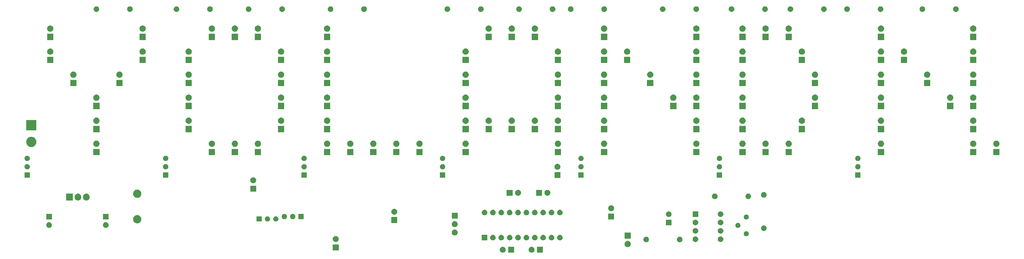
<source format=gbr>
G04 #@! TF.GenerationSoftware,KiCad,Pcbnew,5.1.4-e60b266~84~ubuntu16.04.1*
G04 #@! TF.CreationDate,2019-08-26T00:49:29+07:00*
G04 #@! TF.ProjectId,led_yol,6c65645f-796f-46c2-9e6b-696361645f70,1.0*
G04 #@! TF.SameCoordinates,Original*
G04 #@! TF.FileFunction,Soldermask,Top*
G04 #@! TF.FilePolarity,Negative*
%FSLAX46Y46*%
G04 Gerber Fmt 4.6, Leading zero omitted, Abs format (unit mm)*
G04 Created by KiCad (PCBNEW 5.1.4-e60b266~84~ubuntu16.04.1) date 2019-08-26 00:49:29*
%MOMM*%
%LPD*%
G04 APERTURE LIST*
%ADD10C,0.100000*%
G04 APERTURE END LIST*
D10*
G36*
X150253000Y-174154400D02*
G01*
X148451000Y-174154400D01*
X148451000Y-172352400D01*
X150253000Y-172352400D01*
X150253000Y-174154400D01*
X150253000Y-174154400D01*
G37*
G36*
X155685442Y-172358918D02*
G01*
X155751627Y-172365437D01*
X155921466Y-172416957D01*
X156077991Y-172500622D01*
X156113729Y-172529952D01*
X156215186Y-172613214D01*
X156298448Y-172714671D01*
X156327778Y-172750409D01*
X156411443Y-172906934D01*
X156462963Y-173076773D01*
X156480359Y-173253400D01*
X156462963Y-173430027D01*
X156411443Y-173599866D01*
X156327778Y-173756391D01*
X156298448Y-173792129D01*
X156215186Y-173893586D01*
X156113729Y-173976848D01*
X156077991Y-174006178D01*
X155921466Y-174089843D01*
X155751627Y-174141363D01*
X155685442Y-174147882D01*
X155619260Y-174154400D01*
X155530740Y-174154400D01*
X155464558Y-174147882D01*
X155398373Y-174141363D01*
X155228534Y-174089843D01*
X155072009Y-174006178D01*
X155036271Y-173976848D01*
X154934814Y-173893586D01*
X154851552Y-173792129D01*
X154822222Y-173756391D01*
X154738557Y-173599866D01*
X154687037Y-173430027D01*
X154669641Y-173253400D01*
X154687037Y-173076773D01*
X154738557Y-172906934D01*
X154822222Y-172750409D01*
X154851552Y-172714671D01*
X154934814Y-172613214D01*
X155036271Y-172529952D01*
X155072009Y-172500622D01*
X155228534Y-172416957D01*
X155398373Y-172365437D01*
X155464558Y-172358918D01*
X155530740Y-172352400D01*
X155619260Y-172352400D01*
X155685442Y-172358918D01*
X155685442Y-172358918D01*
G37*
G36*
X159016000Y-174154400D02*
G01*
X157214000Y-174154400D01*
X157214000Y-172352400D01*
X159016000Y-172352400D01*
X159016000Y-174154400D01*
X159016000Y-174154400D01*
G37*
G36*
X146922442Y-172358918D02*
G01*
X146988627Y-172365437D01*
X147158466Y-172416957D01*
X147314991Y-172500622D01*
X147350729Y-172529952D01*
X147452186Y-172613214D01*
X147535448Y-172714671D01*
X147564778Y-172750409D01*
X147648443Y-172906934D01*
X147699963Y-173076773D01*
X147717359Y-173253400D01*
X147699963Y-173430027D01*
X147648443Y-173599866D01*
X147564778Y-173756391D01*
X147535448Y-173792129D01*
X147452186Y-173893586D01*
X147350729Y-173976848D01*
X147314991Y-174006178D01*
X147158466Y-174089843D01*
X146988627Y-174141363D01*
X146922442Y-174147882D01*
X146856260Y-174154400D01*
X146767740Y-174154400D01*
X146701558Y-174147882D01*
X146635373Y-174141363D01*
X146465534Y-174089843D01*
X146309009Y-174006178D01*
X146273271Y-173976848D01*
X146171814Y-173893586D01*
X146088552Y-173792129D01*
X146059222Y-173756391D01*
X145975557Y-173599866D01*
X145924037Y-173430027D01*
X145906641Y-173253400D01*
X145924037Y-173076773D01*
X145975557Y-172906934D01*
X146059222Y-172750409D01*
X146088552Y-172714671D01*
X146171814Y-172613214D01*
X146273271Y-172529952D01*
X146309009Y-172500622D01*
X146465534Y-172416957D01*
X146635373Y-172365437D01*
X146701558Y-172358918D01*
X146767740Y-172352400D01*
X146856260Y-172352400D01*
X146922442Y-172358918D01*
X146922442Y-172358918D01*
G37*
G36*
X97065400Y-173443200D02*
G01*
X95263400Y-173443200D01*
X95263400Y-171641200D01*
X97065400Y-171641200D01*
X97065400Y-173443200D01*
X97065400Y-173443200D01*
G37*
G36*
X185011595Y-170611746D02*
G01*
X185184666Y-170683434D01*
X185184667Y-170683435D01*
X185340427Y-170787510D01*
X185472890Y-170919973D01*
X185519146Y-170989200D01*
X185576966Y-171075734D01*
X185648654Y-171248805D01*
X185685200Y-171432533D01*
X185685200Y-171619867D01*
X185648654Y-171803595D01*
X185576966Y-171976666D01*
X185576965Y-171976667D01*
X185472890Y-172132427D01*
X185340427Y-172264890D01*
X185262018Y-172317281D01*
X185184666Y-172368966D01*
X185011595Y-172440654D01*
X184827867Y-172477200D01*
X184640533Y-172477200D01*
X184456805Y-172440654D01*
X184283734Y-172368966D01*
X184206382Y-172317281D01*
X184127973Y-172264890D01*
X183995510Y-172132427D01*
X183891435Y-171976667D01*
X183891434Y-171976666D01*
X183819746Y-171803595D01*
X183783200Y-171619867D01*
X183783200Y-171432533D01*
X183819746Y-171248805D01*
X183891434Y-171075734D01*
X183949254Y-170989200D01*
X183995510Y-170919973D01*
X184127973Y-170787510D01*
X184283733Y-170683435D01*
X184283734Y-170683434D01*
X184456805Y-170611746D01*
X184640533Y-170575200D01*
X184827867Y-170575200D01*
X185011595Y-170611746D01*
X185011595Y-170611746D01*
G37*
G36*
X200669223Y-169299513D02*
G01*
X200799780Y-169339117D01*
X200826412Y-169347196D01*
X200829642Y-169348176D01*
X200896761Y-169384052D01*
X200977478Y-169427196D01*
X201107059Y-169533541D01*
X201213404Y-169663122D01*
X201213405Y-169663124D01*
X201292424Y-169810958D01*
X201341087Y-169971377D01*
X201357517Y-170138200D01*
X201341087Y-170305023D01*
X201292424Y-170465442D01*
X201251877Y-170541300D01*
X201213404Y-170613278D01*
X201107059Y-170742859D01*
X200977478Y-170849204D01*
X200977476Y-170849205D01*
X200829642Y-170928224D01*
X200669223Y-170976887D01*
X200544204Y-170989200D01*
X200460596Y-170989200D01*
X200335577Y-170976887D01*
X200175158Y-170928224D01*
X200027324Y-170849205D01*
X200027322Y-170849204D01*
X199897741Y-170742859D01*
X199791396Y-170613278D01*
X199752923Y-170541300D01*
X199712376Y-170465442D01*
X199663713Y-170305023D01*
X199647283Y-170138200D01*
X199663713Y-169971377D01*
X199712376Y-169810958D01*
X199791395Y-169663124D01*
X199791396Y-169663122D01*
X199897741Y-169533541D01*
X200027322Y-169427196D01*
X200108039Y-169384052D01*
X200175158Y-169348176D01*
X200178389Y-169347196D01*
X200205020Y-169339117D01*
X200335577Y-169299513D01*
X200460596Y-169287200D01*
X200544204Y-169287200D01*
X200669223Y-169299513D01*
X200669223Y-169299513D01*
G37*
G36*
X190590628Y-169319903D02*
G01*
X190745500Y-169384053D01*
X190884881Y-169477185D01*
X191003415Y-169595719D01*
X191096547Y-169735100D01*
X191160697Y-169889972D01*
X191193400Y-170054384D01*
X191193400Y-170222016D01*
X191160697Y-170386428D01*
X191096547Y-170541300D01*
X191003415Y-170680681D01*
X190884881Y-170799215D01*
X190745500Y-170892347D01*
X190590628Y-170956497D01*
X190426216Y-170989200D01*
X190258584Y-170989200D01*
X190094172Y-170956497D01*
X189939300Y-170892347D01*
X189799919Y-170799215D01*
X189681385Y-170680681D01*
X189588253Y-170541300D01*
X189524103Y-170386428D01*
X189491400Y-170222016D01*
X189491400Y-170054384D01*
X189524103Y-169889972D01*
X189588253Y-169735100D01*
X189681385Y-169595719D01*
X189799919Y-169477185D01*
X189939300Y-169384053D01*
X190094172Y-169319903D01*
X190258584Y-169287200D01*
X190426216Y-169287200D01*
X190590628Y-169319903D01*
X190590628Y-169319903D01*
G37*
G36*
X213059412Y-169219513D02*
G01*
X213219831Y-169268176D01*
X213255422Y-169287200D01*
X213367667Y-169347196D01*
X213497248Y-169453541D01*
X213603593Y-169583122D01*
X213603594Y-169583124D01*
X213682613Y-169730958D01*
X213682614Y-169730961D01*
X213684514Y-169737225D01*
X213731276Y-169891377D01*
X213747706Y-170058200D01*
X213731276Y-170225023D01*
X213682613Y-170385442D01*
X213639852Y-170465442D01*
X213603593Y-170533278D01*
X213497248Y-170662859D01*
X213367667Y-170769204D01*
X213367665Y-170769205D01*
X213219831Y-170848224D01*
X213219828Y-170848225D01*
X213216597Y-170849205D01*
X213059412Y-170896887D01*
X212934393Y-170909200D01*
X212850785Y-170909200D01*
X212725766Y-170896887D01*
X212568581Y-170849205D01*
X212565350Y-170848225D01*
X212565347Y-170848224D01*
X212417513Y-170769205D01*
X212417511Y-170769204D01*
X212287930Y-170662859D01*
X212181585Y-170533278D01*
X212145326Y-170465442D01*
X212102565Y-170385442D01*
X212053902Y-170225023D01*
X212037472Y-170058200D01*
X212053902Y-169891377D01*
X212100664Y-169737225D01*
X212102564Y-169730961D01*
X212102565Y-169730958D01*
X212181584Y-169583124D01*
X212181585Y-169583122D01*
X212287930Y-169453541D01*
X212417511Y-169347196D01*
X212529756Y-169287200D01*
X212565347Y-169268176D01*
X212725766Y-169219513D01*
X212850785Y-169207200D01*
X212934393Y-169207200D01*
X213059412Y-169219513D01*
X213059412Y-169219513D01*
G37*
G36*
X205439412Y-169219513D02*
G01*
X205599831Y-169268176D01*
X205635422Y-169287200D01*
X205747667Y-169347196D01*
X205877248Y-169453541D01*
X205983593Y-169583122D01*
X205983594Y-169583124D01*
X206062613Y-169730958D01*
X206062614Y-169730961D01*
X206064514Y-169737225D01*
X206111276Y-169891377D01*
X206127706Y-170058200D01*
X206111276Y-170225023D01*
X206062613Y-170385442D01*
X206019852Y-170465442D01*
X205983593Y-170533278D01*
X205877248Y-170662859D01*
X205747667Y-170769204D01*
X205747665Y-170769205D01*
X205599831Y-170848224D01*
X205599828Y-170848225D01*
X205596597Y-170849205D01*
X205439412Y-170896887D01*
X205314393Y-170909200D01*
X205230785Y-170909200D01*
X205105766Y-170896887D01*
X204948581Y-170849205D01*
X204945350Y-170848225D01*
X204945347Y-170848224D01*
X204797513Y-170769205D01*
X204797511Y-170769204D01*
X204667930Y-170662859D01*
X204561585Y-170533278D01*
X204525326Y-170465442D01*
X204482565Y-170385442D01*
X204433902Y-170225023D01*
X204417472Y-170058200D01*
X204433902Y-169891377D01*
X204480664Y-169737225D01*
X204482564Y-169730961D01*
X204482565Y-169730958D01*
X204561584Y-169583124D01*
X204561585Y-169583122D01*
X204667930Y-169453541D01*
X204797511Y-169347196D01*
X204909756Y-169287200D01*
X204945347Y-169268176D01*
X205105766Y-169219513D01*
X205230785Y-169207200D01*
X205314393Y-169207200D01*
X205439412Y-169219513D01*
X205439412Y-169219513D01*
G37*
G36*
X96274842Y-169107718D02*
G01*
X96341027Y-169114237D01*
X96510866Y-169165757D01*
X96667391Y-169249422D01*
X96703129Y-169278752D01*
X96804586Y-169362014D01*
X96879699Y-169453541D01*
X96917178Y-169499209D01*
X97000843Y-169655734D01*
X97052363Y-169825573D01*
X97069759Y-170002200D01*
X97052363Y-170178827D01*
X97000843Y-170348666D01*
X96917178Y-170505191D01*
X96894129Y-170533276D01*
X96804586Y-170642386D01*
X96703129Y-170725648D01*
X96667391Y-170754978D01*
X96510866Y-170838643D01*
X96341027Y-170890163D01*
X96274843Y-170896681D01*
X96208660Y-170903200D01*
X96120140Y-170903200D01*
X96053957Y-170896681D01*
X95987773Y-170890163D01*
X95817934Y-170838643D01*
X95661409Y-170754978D01*
X95625671Y-170725648D01*
X95524214Y-170642386D01*
X95434671Y-170533276D01*
X95411622Y-170505191D01*
X95327957Y-170348666D01*
X95276437Y-170178827D01*
X95259041Y-170002200D01*
X95276437Y-169825573D01*
X95327957Y-169655734D01*
X95411622Y-169499209D01*
X95449101Y-169453541D01*
X95524214Y-169362014D01*
X95625671Y-169278752D01*
X95661409Y-169249422D01*
X95817934Y-169165757D01*
X95987773Y-169114237D01*
X96053958Y-169107718D01*
X96120140Y-169101200D01*
X96208660Y-169101200D01*
X96274842Y-169107718D01*
X96274842Y-169107718D01*
G37*
G36*
X144007023Y-168731713D02*
G01*
X144167442Y-168780376D01*
X144300106Y-168851286D01*
X144315278Y-168859396D01*
X144444859Y-168965741D01*
X144551204Y-169095322D01*
X144551205Y-169095324D01*
X144630224Y-169243158D01*
X144678887Y-169403577D01*
X144695317Y-169570400D01*
X144678887Y-169737223D01*
X144652086Y-169825573D01*
X144632125Y-169891377D01*
X144630224Y-169897642D01*
X144559314Y-170030306D01*
X144551204Y-170045478D01*
X144444859Y-170175059D01*
X144315278Y-170281404D01*
X144315276Y-170281405D01*
X144167442Y-170360424D01*
X144007023Y-170409087D01*
X143882004Y-170421400D01*
X143798396Y-170421400D01*
X143673377Y-170409087D01*
X143512958Y-170360424D01*
X143365124Y-170281405D01*
X143365122Y-170281404D01*
X143235541Y-170175059D01*
X143129196Y-170045478D01*
X143121086Y-170030306D01*
X143050176Y-169897642D01*
X143048276Y-169891377D01*
X143028314Y-169825573D01*
X143001513Y-169737223D01*
X142985083Y-169570400D01*
X143001513Y-169403577D01*
X143050176Y-169243158D01*
X143129195Y-169095324D01*
X143129196Y-169095322D01*
X143235541Y-168965741D01*
X143365122Y-168859396D01*
X143380294Y-168851286D01*
X143512958Y-168780376D01*
X143673377Y-168731713D01*
X143798396Y-168719400D01*
X143882004Y-168719400D01*
X144007023Y-168731713D01*
X144007023Y-168731713D01*
G37*
G36*
X159247023Y-168731713D02*
G01*
X159407442Y-168780376D01*
X159540106Y-168851286D01*
X159555278Y-168859396D01*
X159684859Y-168965741D01*
X159791204Y-169095322D01*
X159791205Y-169095324D01*
X159870224Y-169243158D01*
X159918887Y-169403577D01*
X159935317Y-169570400D01*
X159918887Y-169737223D01*
X159892086Y-169825573D01*
X159872125Y-169891377D01*
X159870224Y-169897642D01*
X159799314Y-170030306D01*
X159791204Y-170045478D01*
X159684859Y-170175059D01*
X159555278Y-170281404D01*
X159555276Y-170281405D01*
X159407442Y-170360424D01*
X159247023Y-170409087D01*
X159122004Y-170421400D01*
X159038396Y-170421400D01*
X158913377Y-170409087D01*
X158752958Y-170360424D01*
X158605124Y-170281405D01*
X158605122Y-170281404D01*
X158475541Y-170175059D01*
X158369196Y-170045478D01*
X158361086Y-170030306D01*
X158290176Y-169897642D01*
X158288276Y-169891377D01*
X158268314Y-169825573D01*
X158241513Y-169737223D01*
X158225083Y-169570400D01*
X158241513Y-169403577D01*
X158290176Y-169243158D01*
X158369195Y-169095324D01*
X158369196Y-169095322D01*
X158475541Y-168965741D01*
X158605122Y-168859396D01*
X158620294Y-168851286D01*
X158752958Y-168780376D01*
X158913377Y-168731713D01*
X159038396Y-168719400D01*
X159122004Y-168719400D01*
X159247023Y-168731713D01*
X159247023Y-168731713D01*
G37*
G36*
X161787023Y-168731713D02*
G01*
X161947442Y-168780376D01*
X162080106Y-168851286D01*
X162095278Y-168859396D01*
X162224859Y-168965741D01*
X162331204Y-169095322D01*
X162331205Y-169095324D01*
X162410224Y-169243158D01*
X162458887Y-169403577D01*
X162475317Y-169570400D01*
X162458887Y-169737223D01*
X162432086Y-169825573D01*
X162412125Y-169891377D01*
X162410224Y-169897642D01*
X162339314Y-170030306D01*
X162331204Y-170045478D01*
X162224859Y-170175059D01*
X162095278Y-170281404D01*
X162095276Y-170281405D01*
X161947442Y-170360424D01*
X161787023Y-170409087D01*
X161662004Y-170421400D01*
X161578396Y-170421400D01*
X161453377Y-170409087D01*
X161292958Y-170360424D01*
X161145124Y-170281405D01*
X161145122Y-170281404D01*
X161015541Y-170175059D01*
X160909196Y-170045478D01*
X160901086Y-170030306D01*
X160830176Y-169897642D01*
X160828276Y-169891377D01*
X160808314Y-169825573D01*
X160781513Y-169737223D01*
X160765083Y-169570400D01*
X160781513Y-169403577D01*
X160830176Y-169243158D01*
X160909195Y-169095324D01*
X160909196Y-169095322D01*
X161015541Y-168965741D01*
X161145122Y-168859396D01*
X161160294Y-168851286D01*
X161292958Y-168780376D01*
X161453377Y-168731713D01*
X161578396Y-168719400D01*
X161662004Y-168719400D01*
X161787023Y-168731713D01*
X161787023Y-168731713D01*
G37*
G36*
X156707023Y-168731713D02*
G01*
X156867442Y-168780376D01*
X157000106Y-168851286D01*
X157015278Y-168859396D01*
X157144859Y-168965741D01*
X157251204Y-169095322D01*
X157251205Y-169095324D01*
X157330224Y-169243158D01*
X157378887Y-169403577D01*
X157395317Y-169570400D01*
X157378887Y-169737223D01*
X157352086Y-169825573D01*
X157332125Y-169891377D01*
X157330224Y-169897642D01*
X157259314Y-170030306D01*
X157251204Y-170045478D01*
X157144859Y-170175059D01*
X157015278Y-170281404D01*
X157015276Y-170281405D01*
X156867442Y-170360424D01*
X156707023Y-170409087D01*
X156582004Y-170421400D01*
X156498396Y-170421400D01*
X156373377Y-170409087D01*
X156212958Y-170360424D01*
X156065124Y-170281405D01*
X156065122Y-170281404D01*
X155935541Y-170175059D01*
X155829196Y-170045478D01*
X155821086Y-170030306D01*
X155750176Y-169897642D01*
X155748276Y-169891377D01*
X155728314Y-169825573D01*
X155701513Y-169737223D01*
X155685083Y-169570400D01*
X155701513Y-169403577D01*
X155750176Y-169243158D01*
X155829195Y-169095324D01*
X155829196Y-169095322D01*
X155935541Y-168965741D01*
X156065122Y-168859396D01*
X156080294Y-168851286D01*
X156212958Y-168780376D01*
X156373377Y-168731713D01*
X156498396Y-168719400D01*
X156582004Y-168719400D01*
X156707023Y-168731713D01*
X156707023Y-168731713D01*
G37*
G36*
X154167023Y-168731713D02*
G01*
X154327442Y-168780376D01*
X154460106Y-168851286D01*
X154475278Y-168859396D01*
X154604859Y-168965741D01*
X154711204Y-169095322D01*
X154711205Y-169095324D01*
X154790224Y-169243158D01*
X154838887Y-169403577D01*
X154855317Y-169570400D01*
X154838887Y-169737223D01*
X154812086Y-169825573D01*
X154792125Y-169891377D01*
X154790224Y-169897642D01*
X154719314Y-170030306D01*
X154711204Y-170045478D01*
X154604859Y-170175059D01*
X154475278Y-170281404D01*
X154475276Y-170281405D01*
X154327442Y-170360424D01*
X154167023Y-170409087D01*
X154042004Y-170421400D01*
X153958396Y-170421400D01*
X153833377Y-170409087D01*
X153672958Y-170360424D01*
X153525124Y-170281405D01*
X153525122Y-170281404D01*
X153395541Y-170175059D01*
X153289196Y-170045478D01*
X153281086Y-170030306D01*
X153210176Y-169897642D01*
X153208276Y-169891377D01*
X153188314Y-169825573D01*
X153161513Y-169737223D01*
X153145083Y-169570400D01*
X153161513Y-169403577D01*
X153210176Y-169243158D01*
X153289195Y-169095324D01*
X153289196Y-169095322D01*
X153395541Y-168965741D01*
X153525122Y-168859396D01*
X153540294Y-168851286D01*
X153672958Y-168780376D01*
X153833377Y-168731713D01*
X153958396Y-168719400D01*
X154042004Y-168719400D01*
X154167023Y-168731713D01*
X154167023Y-168731713D01*
G37*
G36*
X151627023Y-168731713D02*
G01*
X151787442Y-168780376D01*
X151920106Y-168851286D01*
X151935278Y-168859396D01*
X152064859Y-168965741D01*
X152171204Y-169095322D01*
X152171205Y-169095324D01*
X152250224Y-169243158D01*
X152298887Y-169403577D01*
X152315317Y-169570400D01*
X152298887Y-169737223D01*
X152272086Y-169825573D01*
X152252125Y-169891377D01*
X152250224Y-169897642D01*
X152179314Y-170030306D01*
X152171204Y-170045478D01*
X152064859Y-170175059D01*
X151935278Y-170281404D01*
X151935276Y-170281405D01*
X151787442Y-170360424D01*
X151627023Y-170409087D01*
X151502004Y-170421400D01*
X151418396Y-170421400D01*
X151293377Y-170409087D01*
X151132958Y-170360424D01*
X150985124Y-170281405D01*
X150985122Y-170281404D01*
X150855541Y-170175059D01*
X150749196Y-170045478D01*
X150741086Y-170030306D01*
X150670176Y-169897642D01*
X150668276Y-169891377D01*
X150648314Y-169825573D01*
X150621513Y-169737223D01*
X150605083Y-169570400D01*
X150621513Y-169403577D01*
X150670176Y-169243158D01*
X150749195Y-169095324D01*
X150749196Y-169095322D01*
X150855541Y-168965741D01*
X150985122Y-168859396D01*
X151000294Y-168851286D01*
X151132958Y-168780376D01*
X151293377Y-168731713D01*
X151418396Y-168719400D01*
X151502004Y-168719400D01*
X151627023Y-168731713D01*
X151627023Y-168731713D01*
G37*
G36*
X149087023Y-168731713D02*
G01*
X149247442Y-168780376D01*
X149380106Y-168851286D01*
X149395278Y-168859396D01*
X149524859Y-168965741D01*
X149631204Y-169095322D01*
X149631205Y-169095324D01*
X149710224Y-169243158D01*
X149758887Y-169403577D01*
X149775317Y-169570400D01*
X149758887Y-169737223D01*
X149732086Y-169825573D01*
X149712125Y-169891377D01*
X149710224Y-169897642D01*
X149639314Y-170030306D01*
X149631204Y-170045478D01*
X149524859Y-170175059D01*
X149395278Y-170281404D01*
X149395276Y-170281405D01*
X149247442Y-170360424D01*
X149087023Y-170409087D01*
X148962004Y-170421400D01*
X148878396Y-170421400D01*
X148753377Y-170409087D01*
X148592958Y-170360424D01*
X148445124Y-170281405D01*
X148445122Y-170281404D01*
X148315541Y-170175059D01*
X148209196Y-170045478D01*
X148201086Y-170030306D01*
X148130176Y-169897642D01*
X148128276Y-169891377D01*
X148108314Y-169825573D01*
X148081513Y-169737223D01*
X148065083Y-169570400D01*
X148081513Y-169403577D01*
X148130176Y-169243158D01*
X148209195Y-169095324D01*
X148209196Y-169095322D01*
X148315541Y-168965741D01*
X148445122Y-168859396D01*
X148460294Y-168851286D01*
X148592958Y-168780376D01*
X148753377Y-168731713D01*
X148878396Y-168719400D01*
X148962004Y-168719400D01*
X149087023Y-168731713D01*
X149087023Y-168731713D01*
G37*
G36*
X146547023Y-168731713D02*
G01*
X146707442Y-168780376D01*
X146840106Y-168851286D01*
X146855278Y-168859396D01*
X146984859Y-168965741D01*
X147091204Y-169095322D01*
X147091205Y-169095324D01*
X147170224Y-169243158D01*
X147218887Y-169403577D01*
X147235317Y-169570400D01*
X147218887Y-169737223D01*
X147192086Y-169825573D01*
X147172125Y-169891377D01*
X147170224Y-169897642D01*
X147099314Y-170030306D01*
X147091204Y-170045478D01*
X146984859Y-170175059D01*
X146855278Y-170281404D01*
X146855276Y-170281405D01*
X146707442Y-170360424D01*
X146547023Y-170409087D01*
X146422004Y-170421400D01*
X146338396Y-170421400D01*
X146213377Y-170409087D01*
X146052958Y-170360424D01*
X145905124Y-170281405D01*
X145905122Y-170281404D01*
X145775541Y-170175059D01*
X145669196Y-170045478D01*
X145661086Y-170030306D01*
X145590176Y-169897642D01*
X145588276Y-169891377D01*
X145568314Y-169825573D01*
X145541513Y-169737223D01*
X145525083Y-169570400D01*
X145541513Y-169403577D01*
X145590176Y-169243158D01*
X145669195Y-169095324D01*
X145669196Y-169095322D01*
X145775541Y-168965741D01*
X145905122Y-168859396D01*
X145920294Y-168851286D01*
X146052958Y-168780376D01*
X146213377Y-168731713D01*
X146338396Y-168719400D01*
X146422004Y-168719400D01*
X146547023Y-168731713D01*
X146547023Y-168731713D01*
G37*
G36*
X142151200Y-170421400D02*
G01*
X140449200Y-170421400D01*
X140449200Y-168719400D01*
X142151200Y-168719400D01*
X142151200Y-170421400D01*
X142151200Y-170421400D01*
G37*
G36*
X164327023Y-168731713D02*
G01*
X164487442Y-168780376D01*
X164620106Y-168851286D01*
X164635278Y-168859396D01*
X164764859Y-168965741D01*
X164871204Y-169095322D01*
X164871205Y-169095324D01*
X164950224Y-169243158D01*
X164998887Y-169403577D01*
X165015317Y-169570400D01*
X164998887Y-169737223D01*
X164972086Y-169825573D01*
X164952125Y-169891377D01*
X164950224Y-169897642D01*
X164879314Y-170030306D01*
X164871204Y-170045478D01*
X164764859Y-170175059D01*
X164635278Y-170281404D01*
X164635276Y-170281405D01*
X164487442Y-170360424D01*
X164327023Y-170409087D01*
X164202004Y-170421400D01*
X164118396Y-170421400D01*
X163993377Y-170409087D01*
X163832958Y-170360424D01*
X163685124Y-170281405D01*
X163685122Y-170281404D01*
X163555541Y-170175059D01*
X163449196Y-170045478D01*
X163441086Y-170030306D01*
X163370176Y-169897642D01*
X163368276Y-169891377D01*
X163348314Y-169825573D01*
X163321513Y-169737223D01*
X163305083Y-169570400D01*
X163321513Y-169403577D01*
X163370176Y-169243158D01*
X163449195Y-169095324D01*
X163449196Y-169095322D01*
X163555541Y-168965741D01*
X163685122Y-168859396D01*
X163700294Y-168851286D01*
X163832958Y-168780376D01*
X163993377Y-168731713D01*
X164118396Y-168719400D01*
X164202004Y-168719400D01*
X164327023Y-168731713D01*
X164327023Y-168731713D01*
G37*
G36*
X185685200Y-169937200D02*
G01*
X183783200Y-169937200D01*
X183783200Y-168035200D01*
X185685200Y-168035200D01*
X185685200Y-169937200D01*
X185685200Y-169937200D01*
G37*
G36*
X220811589Y-167637076D02*
G01*
X220910893Y-167656829D01*
X221051206Y-167714948D01*
X221177484Y-167799325D01*
X221284875Y-167906716D01*
X221369252Y-168032994D01*
X221427371Y-168173307D01*
X221438490Y-168229205D01*
X221454208Y-168308224D01*
X221457000Y-168322263D01*
X221457000Y-168474137D01*
X221427371Y-168623093D01*
X221369252Y-168763406D01*
X221284875Y-168889684D01*
X221177484Y-168997075D01*
X221051206Y-169081452D01*
X220910893Y-169139571D01*
X220811589Y-169159324D01*
X220761938Y-169169200D01*
X220610062Y-169169200D01*
X220560411Y-169159324D01*
X220461107Y-169139571D01*
X220320794Y-169081452D01*
X220194516Y-168997075D01*
X220087125Y-168889684D01*
X220002748Y-168763406D01*
X219944629Y-168623093D01*
X219915000Y-168474137D01*
X219915000Y-168322263D01*
X219917793Y-168308224D01*
X219933510Y-168229205D01*
X219944629Y-168173307D01*
X220002748Y-168032994D01*
X220087125Y-167906716D01*
X220194516Y-167799325D01*
X220320794Y-167714948D01*
X220461107Y-167656829D01*
X220560411Y-167637076D01*
X220610062Y-167627200D01*
X220761938Y-167627200D01*
X220811589Y-167637076D01*
X220811589Y-167637076D01*
G37*
G36*
X132368242Y-167126518D02*
G01*
X132434427Y-167133037D01*
X132604266Y-167184557D01*
X132760791Y-167268222D01*
X132796529Y-167297552D01*
X132897986Y-167380814D01*
X132976058Y-167475947D01*
X133010578Y-167518009D01*
X133094243Y-167674534D01*
X133145763Y-167844373D01*
X133163159Y-168021000D01*
X133145763Y-168197627D01*
X133094243Y-168367466D01*
X133010578Y-168523991D01*
X132981248Y-168559729D01*
X132897986Y-168661186D01*
X132812047Y-168731713D01*
X132760791Y-168773778D01*
X132604266Y-168857443D01*
X132434427Y-168908963D01*
X132368242Y-168915482D01*
X132302060Y-168922000D01*
X132213540Y-168922000D01*
X132147358Y-168915482D01*
X132081173Y-168908963D01*
X131911334Y-168857443D01*
X131754809Y-168773778D01*
X131703553Y-168731713D01*
X131617614Y-168661186D01*
X131534352Y-168559729D01*
X131505022Y-168523991D01*
X131421357Y-168367466D01*
X131369837Y-168197627D01*
X131352441Y-168021000D01*
X131369837Y-167844373D01*
X131421357Y-167674534D01*
X131505022Y-167518009D01*
X131539542Y-167475947D01*
X131617614Y-167380814D01*
X131719071Y-167297552D01*
X131754809Y-167268222D01*
X131911334Y-167184557D01*
X132081173Y-167133037D01*
X132147358Y-167126518D01*
X132213540Y-167120000D01*
X132302060Y-167120000D01*
X132368242Y-167126518D01*
X132368242Y-167126518D01*
G37*
G36*
X205439412Y-166679513D02*
G01*
X205599831Y-166728176D01*
X205732495Y-166799086D01*
X205747667Y-166807196D01*
X205877248Y-166913541D01*
X205983593Y-167043122D01*
X205983594Y-167043124D01*
X206062613Y-167190958D01*
X206111276Y-167351377D01*
X206127706Y-167518200D01*
X206111276Y-167685023D01*
X206062613Y-167845442D01*
X205991703Y-167978106D01*
X205983593Y-167993278D01*
X205877248Y-168122859D01*
X205747667Y-168229204D01*
X205747665Y-168229205D01*
X205599831Y-168308224D01*
X205439412Y-168356887D01*
X205314393Y-168369200D01*
X205230785Y-168369200D01*
X205105766Y-168356887D01*
X204945347Y-168308224D01*
X204797513Y-168229205D01*
X204797511Y-168229204D01*
X204667930Y-168122859D01*
X204561585Y-167993278D01*
X204553475Y-167978106D01*
X204482565Y-167845442D01*
X204433902Y-167685023D01*
X204417472Y-167518200D01*
X204433902Y-167351377D01*
X204482565Y-167190958D01*
X204561584Y-167043124D01*
X204561585Y-167043122D01*
X204667930Y-166913541D01*
X204797511Y-166807196D01*
X204812683Y-166799086D01*
X204945347Y-166728176D01*
X205105766Y-166679513D01*
X205230785Y-166667200D01*
X205314393Y-166667200D01*
X205439412Y-166679513D01*
X205439412Y-166679513D01*
G37*
G36*
X213059412Y-166679513D02*
G01*
X213219831Y-166728176D01*
X213352495Y-166799086D01*
X213367667Y-166807196D01*
X213497248Y-166913541D01*
X213603593Y-167043122D01*
X213603594Y-167043124D01*
X213682613Y-167190958D01*
X213731276Y-167351377D01*
X213747706Y-167518200D01*
X213731276Y-167685023D01*
X213682613Y-167845442D01*
X213611703Y-167978106D01*
X213603593Y-167993278D01*
X213497248Y-168122859D01*
X213367667Y-168229204D01*
X213367665Y-168229205D01*
X213219831Y-168308224D01*
X213059412Y-168356887D01*
X212934393Y-168369200D01*
X212850785Y-168369200D01*
X212725766Y-168356887D01*
X212565347Y-168308224D01*
X212417513Y-168229205D01*
X212417511Y-168229204D01*
X212287930Y-168122859D01*
X212181585Y-167993278D01*
X212173475Y-167978106D01*
X212102565Y-167845442D01*
X212053902Y-167685023D01*
X212037472Y-167518200D01*
X212053902Y-167351377D01*
X212102565Y-167190958D01*
X212181584Y-167043124D01*
X212181585Y-167043122D01*
X212287930Y-166913541D01*
X212417511Y-166807196D01*
X212432683Y-166799086D01*
X212565347Y-166728176D01*
X212725766Y-166679513D01*
X212850785Y-166667200D01*
X212934393Y-166667200D01*
X213059412Y-166679513D01*
X213059412Y-166679513D01*
G37*
G36*
X226268228Y-165903503D02*
G01*
X226423100Y-165967653D01*
X226562481Y-166060785D01*
X226681015Y-166179319D01*
X226774147Y-166318700D01*
X226838297Y-166473572D01*
X226871000Y-166637984D01*
X226871000Y-166805616D01*
X226838297Y-166970028D01*
X226774147Y-167124900D01*
X226681015Y-167264281D01*
X226562481Y-167382815D01*
X226423100Y-167475947D01*
X226268228Y-167540097D01*
X226103816Y-167572800D01*
X225936184Y-167572800D01*
X225771772Y-167540097D01*
X225616900Y-167475947D01*
X225477519Y-167382815D01*
X225358985Y-167264281D01*
X225265853Y-167124900D01*
X225201703Y-166970028D01*
X225169000Y-166805616D01*
X225169000Y-166637984D01*
X225201703Y-166473572D01*
X225265853Y-166318700D01*
X225358985Y-166179319D01*
X225477519Y-166060785D01*
X225616900Y-165967653D01*
X225771772Y-165903503D01*
X225936184Y-165870800D01*
X226103816Y-165870800D01*
X226268228Y-165903503D01*
X226268228Y-165903503D01*
G37*
G36*
X218271589Y-165097076D02*
G01*
X218370893Y-165116829D01*
X218511206Y-165174948D01*
X218637484Y-165259325D01*
X218744875Y-165366716D01*
X218829252Y-165492994D01*
X218887371Y-165633307D01*
X218898490Y-165689205D01*
X218917000Y-165782262D01*
X218917000Y-165934138D01*
X218910333Y-165967653D01*
X218887371Y-166083093D01*
X218829252Y-166223406D01*
X218744875Y-166349684D01*
X218637484Y-166457075D01*
X218511206Y-166541452D01*
X218370893Y-166599571D01*
X218271589Y-166619324D01*
X218221938Y-166629200D01*
X218070062Y-166629200D01*
X218020411Y-166619324D01*
X217921107Y-166599571D01*
X217780794Y-166541452D01*
X217654516Y-166457075D01*
X217547125Y-166349684D01*
X217462748Y-166223406D01*
X217404629Y-166083093D01*
X217381667Y-165967653D01*
X217375000Y-165934138D01*
X217375000Y-165782262D01*
X217393510Y-165689205D01*
X217404629Y-165633307D01*
X217462748Y-165492994D01*
X217547125Y-165366716D01*
X217654516Y-165259325D01*
X217780794Y-165174948D01*
X217921107Y-165116829D01*
X218020411Y-165097076D01*
X218070062Y-165087200D01*
X218221938Y-165087200D01*
X218271589Y-165097076D01*
X218271589Y-165097076D01*
G37*
G36*
X9443028Y-164927503D02*
G01*
X9597900Y-164991653D01*
X9737281Y-165084785D01*
X9855815Y-165203319D01*
X9948947Y-165342700D01*
X10013097Y-165497572D01*
X10045800Y-165661984D01*
X10045800Y-165829616D01*
X10013097Y-165994028D01*
X9948947Y-166148900D01*
X9855815Y-166288281D01*
X9737281Y-166406815D01*
X9597900Y-166499947D01*
X9443028Y-166564097D01*
X9278616Y-166596800D01*
X9110984Y-166596800D01*
X8946572Y-166564097D01*
X8791700Y-166499947D01*
X8652319Y-166406815D01*
X8533785Y-166288281D01*
X8440653Y-166148900D01*
X8376503Y-165994028D01*
X8343800Y-165829616D01*
X8343800Y-165661984D01*
X8376503Y-165497572D01*
X8440653Y-165342700D01*
X8533785Y-165203319D01*
X8652319Y-165084785D01*
X8791700Y-164991653D01*
X8946572Y-164927503D01*
X9110984Y-164894800D01*
X9278616Y-164894800D01*
X9443028Y-164927503D01*
X9443028Y-164927503D01*
G37*
G36*
X26638828Y-164927503D02*
G01*
X26793700Y-164991653D01*
X26933081Y-165084785D01*
X27051615Y-165203319D01*
X27144747Y-165342700D01*
X27208897Y-165497572D01*
X27241600Y-165661984D01*
X27241600Y-165829616D01*
X27208897Y-165994028D01*
X27144747Y-166148900D01*
X27051615Y-166288281D01*
X26933081Y-166406815D01*
X26793700Y-166499947D01*
X26638828Y-166564097D01*
X26474416Y-166596800D01*
X26306784Y-166596800D01*
X26142372Y-166564097D01*
X25987500Y-166499947D01*
X25848119Y-166406815D01*
X25729585Y-166288281D01*
X25636453Y-166148900D01*
X25572303Y-165994028D01*
X25539600Y-165829616D01*
X25539600Y-165661984D01*
X25572303Y-165497572D01*
X25636453Y-165342700D01*
X25729585Y-165203319D01*
X25848119Y-165084785D01*
X25987500Y-164991653D01*
X26142372Y-164927503D01*
X26306784Y-164894800D01*
X26474416Y-164894800D01*
X26638828Y-164927503D01*
X26638828Y-164927503D01*
G37*
G36*
X132368243Y-164586519D02*
G01*
X132434427Y-164593037D01*
X132604266Y-164644557D01*
X132760791Y-164728222D01*
X132796529Y-164757552D01*
X132897986Y-164840814D01*
X132969129Y-164927503D01*
X133010578Y-164978009D01*
X133094243Y-165134534D01*
X133145763Y-165304373D01*
X133163159Y-165481000D01*
X133145763Y-165657627D01*
X133094243Y-165827466D01*
X133010578Y-165983991D01*
X133002340Y-165994029D01*
X132897986Y-166121186D01*
X132827148Y-166179320D01*
X132760791Y-166233778D01*
X132604266Y-166317443D01*
X132434427Y-166368963D01*
X132368242Y-166375482D01*
X132302060Y-166382000D01*
X132213540Y-166382000D01*
X132147358Y-166375482D01*
X132081173Y-166368963D01*
X131911334Y-166317443D01*
X131754809Y-166233778D01*
X131688452Y-166179320D01*
X131617614Y-166121186D01*
X131513260Y-165994029D01*
X131505022Y-165983991D01*
X131421357Y-165827466D01*
X131369837Y-165657627D01*
X131352441Y-165481000D01*
X131369837Y-165304373D01*
X131421357Y-165134534D01*
X131505022Y-164978009D01*
X131546471Y-164927503D01*
X131617614Y-164840814D01*
X131719071Y-164757552D01*
X131754809Y-164728222D01*
X131911334Y-164644557D01*
X132081173Y-164593037D01*
X132147357Y-164586519D01*
X132213540Y-164580000D01*
X132302060Y-164580000D01*
X132368243Y-164586519D01*
X132368243Y-164586519D01*
G37*
G36*
X205439412Y-164139513D02*
G01*
X205599831Y-164188176D01*
X205732495Y-164259086D01*
X205747667Y-164267196D01*
X205877248Y-164373541D01*
X205983593Y-164503122D01*
X205983594Y-164503124D01*
X206062613Y-164650958D01*
X206111276Y-164811377D01*
X206127706Y-164978200D01*
X206111276Y-165145023D01*
X206062613Y-165305442D01*
X205991703Y-165438106D01*
X205983593Y-165453278D01*
X205877248Y-165582859D01*
X205747667Y-165689204D01*
X205747665Y-165689205D01*
X205599831Y-165768224D01*
X205439412Y-165816887D01*
X205314393Y-165829200D01*
X205230785Y-165829200D01*
X205105766Y-165816887D01*
X204945347Y-165768224D01*
X204797513Y-165689205D01*
X204797511Y-165689204D01*
X204667930Y-165582859D01*
X204561585Y-165453278D01*
X204553475Y-165438106D01*
X204482565Y-165305442D01*
X204433902Y-165145023D01*
X204417472Y-164978200D01*
X204433902Y-164811377D01*
X204482565Y-164650958D01*
X204561584Y-164503124D01*
X204561585Y-164503122D01*
X204667930Y-164373541D01*
X204797511Y-164267196D01*
X204812683Y-164259086D01*
X204945347Y-164188176D01*
X205105766Y-164139513D01*
X205230785Y-164127200D01*
X205314393Y-164127200D01*
X205439412Y-164139513D01*
X205439412Y-164139513D01*
G37*
G36*
X213059412Y-164139513D02*
G01*
X213219831Y-164188176D01*
X213352495Y-164259086D01*
X213367667Y-164267196D01*
X213497248Y-164373541D01*
X213603593Y-164503122D01*
X213603594Y-164503124D01*
X213682613Y-164650958D01*
X213731276Y-164811377D01*
X213747706Y-164978200D01*
X213731276Y-165145023D01*
X213682613Y-165305442D01*
X213611703Y-165438106D01*
X213603593Y-165453278D01*
X213497248Y-165582859D01*
X213367667Y-165689204D01*
X213367665Y-165689205D01*
X213219831Y-165768224D01*
X213059412Y-165816887D01*
X212934393Y-165829200D01*
X212850785Y-165829200D01*
X212725766Y-165816887D01*
X212565347Y-165768224D01*
X212417513Y-165689205D01*
X212417511Y-165689204D01*
X212287930Y-165582859D01*
X212181585Y-165453278D01*
X212173475Y-165438106D01*
X212102565Y-165305442D01*
X212053902Y-165145023D01*
X212037472Y-164978200D01*
X212053902Y-164811377D01*
X212102565Y-164650958D01*
X212181584Y-164503124D01*
X212181585Y-164503122D01*
X212287930Y-164373541D01*
X212417511Y-164267196D01*
X212432683Y-164259086D01*
X212565347Y-164188176D01*
X212725766Y-164139513D01*
X212850785Y-164127200D01*
X212934393Y-164127200D01*
X213059412Y-164139513D01*
X213059412Y-164139513D01*
G37*
G36*
X198051400Y-165820200D02*
G01*
X196349400Y-165820200D01*
X196349400Y-164118200D01*
X198051400Y-164118200D01*
X198051400Y-165820200D01*
X198051400Y-165820200D01*
G37*
G36*
X36305903Y-162778475D02*
G01*
X36422368Y-162826716D01*
X36533571Y-162872778D01*
X36738466Y-163009685D01*
X36912715Y-163183934D01*
X37049622Y-163388829D01*
X37049623Y-163388831D01*
X37143925Y-163616497D01*
X37192000Y-163858186D01*
X37192000Y-164104614D01*
X37188294Y-164123243D01*
X37143925Y-164346303D01*
X37049622Y-164573971D01*
X36912715Y-164778866D01*
X36738466Y-164953115D01*
X36533571Y-165090022D01*
X36533570Y-165090023D01*
X36533569Y-165090023D01*
X36305903Y-165184325D01*
X36064214Y-165232400D01*
X35817786Y-165232400D01*
X35576097Y-165184325D01*
X35348431Y-165090023D01*
X35348430Y-165090023D01*
X35348429Y-165090022D01*
X35143534Y-164953115D01*
X34969285Y-164778866D01*
X34832378Y-164573971D01*
X34738075Y-164346303D01*
X34693706Y-164123243D01*
X34690000Y-164104614D01*
X34690000Y-163858186D01*
X34738075Y-163616497D01*
X34832377Y-163388831D01*
X34832378Y-163388829D01*
X34969285Y-163183934D01*
X35143534Y-163009685D01*
X35348429Y-162872778D01*
X35459633Y-162826716D01*
X35576097Y-162778475D01*
X35817786Y-162730400D01*
X36064214Y-162730400D01*
X36305903Y-162778475D01*
X36305903Y-162778475D01*
G37*
G36*
X114820000Y-165137400D02*
G01*
X113018000Y-165137400D01*
X113018000Y-163335400D01*
X114820000Y-163335400D01*
X114820000Y-165137400D01*
X114820000Y-165137400D01*
G37*
G36*
X75668842Y-163119381D02*
G01*
X75814614Y-163179762D01*
X75814616Y-163179763D01*
X75945808Y-163267422D01*
X76057378Y-163378992D01*
X76145037Y-163510184D01*
X76145038Y-163510186D01*
X76205419Y-163655958D01*
X76236200Y-163810707D01*
X76236200Y-163968493D01*
X76205419Y-164123242D01*
X76178522Y-164188176D01*
X76145037Y-164269016D01*
X76057378Y-164400208D01*
X75945808Y-164511778D01*
X75814616Y-164599437D01*
X75814615Y-164599438D01*
X75814614Y-164599438D01*
X75668842Y-164659819D01*
X75514093Y-164690600D01*
X75356307Y-164690600D01*
X75201558Y-164659819D01*
X75055786Y-164599438D01*
X75055785Y-164599438D01*
X75055784Y-164599437D01*
X74924592Y-164511778D01*
X74813022Y-164400208D01*
X74725363Y-164269016D01*
X74691878Y-164188176D01*
X74664981Y-164123242D01*
X74634200Y-163968493D01*
X74634200Y-163810707D01*
X74664981Y-163655958D01*
X74725362Y-163510186D01*
X74725363Y-163510184D01*
X74813022Y-163378992D01*
X74924592Y-163267422D01*
X75055784Y-163179763D01*
X75055786Y-163179762D01*
X75201558Y-163119381D01*
X75356307Y-163088600D01*
X75514093Y-163088600D01*
X75668842Y-163119381D01*
X75668842Y-163119381D01*
G37*
G36*
X78208842Y-163119381D02*
G01*
X78354614Y-163179762D01*
X78354616Y-163179763D01*
X78485808Y-163267422D01*
X78597378Y-163378992D01*
X78685037Y-163510184D01*
X78685038Y-163510186D01*
X78745419Y-163655958D01*
X78776200Y-163810707D01*
X78776200Y-163968493D01*
X78745419Y-164123242D01*
X78718522Y-164188176D01*
X78685037Y-164269016D01*
X78597378Y-164400208D01*
X78485808Y-164511778D01*
X78354616Y-164599437D01*
X78354615Y-164599438D01*
X78354614Y-164599438D01*
X78208842Y-164659819D01*
X78054093Y-164690600D01*
X77896307Y-164690600D01*
X77741558Y-164659819D01*
X77595786Y-164599438D01*
X77595785Y-164599438D01*
X77595784Y-164599437D01*
X77464592Y-164511778D01*
X77353022Y-164400208D01*
X77265363Y-164269016D01*
X77231878Y-164188176D01*
X77204981Y-164123242D01*
X77174200Y-163968493D01*
X77174200Y-163810707D01*
X77204981Y-163655958D01*
X77265362Y-163510186D01*
X77265363Y-163510184D01*
X77353022Y-163378992D01*
X77464592Y-163267422D01*
X77595784Y-163179763D01*
X77595786Y-163179762D01*
X77741558Y-163119381D01*
X77896307Y-163088600D01*
X78054093Y-163088600D01*
X78208842Y-163119381D01*
X78208842Y-163119381D01*
G37*
G36*
X73696200Y-164690600D02*
G01*
X72094200Y-164690600D01*
X72094200Y-163088600D01*
X73696200Y-163088600D01*
X73696200Y-164690600D01*
X73696200Y-164690600D01*
G37*
G36*
X10045800Y-164096800D02*
G01*
X8343800Y-164096800D01*
X8343800Y-162394800D01*
X10045800Y-162394800D01*
X10045800Y-164096800D01*
X10045800Y-164096800D01*
G37*
G36*
X27241600Y-164096800D02*
G01*
X25539600Y-164096800D01*
X25539600Y-162394800D01*
X27241600Y-162394800D01*
X27241600Y-164096800D01*
X27241600Y-164096800D01*
G37*
G36*
X180606000Y-164096000D02*
G01*
X178804000Y-164096000D01*
X178804000Y-162294000D01*
X180606000Y-162294000D01*
X180606000Y-164096000D01*
X180606000Y-164096000D01*
G37*
G36*
X220801447Y-162555059D02*
G01*
X220910893Y-162576829D01*
X221051206Y-162634948D01*
X221177484Y-162719325D01*
X221284875Y-162826716D01*
X221369252Y-162952994D01*
X221427371Y-163093307D01*
X221438490Y-163149205D01*
X221454208Y-163228224D01*
X221457000Y-163242263D01*
X221457000Y-163394137D01*
X221427371Y-163543093D01*
X221369252Y-163683406D01*
X221284875Y-163809684D01*
X221177484Y-163917075D01*
X221051206Y-164001452D01*
X220910893Y-164059571D01*
X220811589Y-164079324D01*
X220761938Y-164089200D01*
X220610062Y-164089200D01*
X220560411Y-164079324D01*
X220461107Y-164059571D01*
X220320794Y-164001452D01*
X220194516Y-163917075D01*
X220087125Y-163809684D01*
X220002748Y-163683406D01*
X219944629Y-163543093D01*
X219915000Y-163394137D01*
X219915000Y-163242263D01*
X219917793Y-163228224D01*
X219933510Y-163149205D01*
X219944629Y-163093307D01*
X220002748Y-162952994D01*
X220087125Y-162826716D01*
X220194516Y-162719325D01*
X220320794Y-162634948D01*
X220461107Y-162576829D01*
X220570553Y-162555059D01*
X220610062Y-162547200D01*
X220761938Y-162547200D01*
X220801447Y-162555059D01*
X220801447Y-162555059D01*
G37*
G36*
X86449800Y-163970600D02*
G01*
X84847800Y-163970600D01*
X84847800Y-162368600D01*
X86449800Y-162368600D01*
X86449800Y-163970600D01*
X86449800Y-163970600D01*
G37*
G36*
X80802442Y-162399381D02*
G01*
X80922664Y-162449179D01*
X80948216Y-162459763D01*
X81079408Y-162547422D01*
X81190978Y-162658992D01*
X81245389Y-162740425D01*
X81278638Y-162790186D01*
X81339019Y-162935958D01*
X81369800Y-163090707D01*
X81369800Y-163248493D01*
X81339019Y-163403242D01*
X81278638Y-163549014D01*
X81278637Y-163549016D01*
X81190978Y-163680208D01*
X81079408Y-163791778D01*
X80948216Y-163879437D01*
X80948215Y-163879438D01*
X80948214Y-163879438D01*
X80802442Y-163939819D01*
X80647693Y-163970600D01*
X80489907Y-163970600D01*
X80335158Y-163939819D01*
X80189386Y-163879438D01*
X80189385Y-163879438D01*
X80189384Y-163879437D01*
X80058192Y-163791778D01*
X79946622Y-163680208D01*
X79858963Y-163549016D01*
X79858962Y-163549014D01*
X79798581Y-163403242D01*
X79767800Y-163248493D01*
X79767800Y-163090707D01*
X79798581Y-162935958D01*
X79858962Y-162790186D01*
X79892211Y-162740425D01*
X79946622Y-162658992D01*
X80058192Y-162547422D01*
X80189384Y-162459763D01*
X80214936Y-162449179D01*
X80335158Y-162399381D01*
X80489907Y-162368600D01*
X80647693Y-162368600D01*
X80802442Y-162399381D01*
X80802442Y-162399381D01*
G37*
G36*
X83342442Y-162399381D02*
G01*
X83462664Y-162449179D01*
X83488216Y-162459763D01*
X83619408Y-162547422D01*
X83730978Y-162658992D01*
X83785389Y-162740425D01*
X83818638Y-162790186D01*
X83879019Y-162935958D01*
X83909800Y-163090707D01*
X83909800Y-163248493D01*
X83879019Y-163403242D01*
X83818638Y-163549014D01*
X83818637Y-163549016D01*
X83730978Y-163680208D01*
X83619408Y-163791778D01*
X83488216Y-163879437D01*
X83488215Y-163879438D01*
X83488214Y-163879438D01*
X83342442Y-163939819D01*
X83187693Y-163970600D01*
X83029907Y-163970600D01*
X82875158Y-163939819D01*
X82729386Y-163879438D01*
X82729385Y-163879438D01*
X82729384Y-163879437D01*
X82598192Y-163791778D01*
X82486622Y-163680208D01*
X82398963Y-163549016D01*
X82398962Y-163549014D01*
X82338581Y-163403242D01*
X82307800Y-163248493D01*
X82307800Y-163090707D01*
X82338581Y-162935958D01*
X82398962Y-162790186D01*
X82432211Y-162740425D01*
X82486622Y-162658992D01*
X82598192Y-162547422D01*
X82729384Y-162459763D01*
X82754936Y-162449179D01*
X82875158Y-162399381D01*
X83029907Y-162368600D01*
X83187693Y-162368600D01*
X83342442Y-162399381D01*
X83342442Y-162399381D01*
G37*
G36*
X133158800Y-163842000D02*
G01*
X131356800Y-163842000D01*
X131356800Y-162040000D01*
X133158800Y-162040000D01*
X133158800Y-163842000D01*
X133158800Y-163842000D01*
G37*
G36*
X197448628Y-161650903D02*
G01*
X197603500Y-161715053D01*
X197742881Y-161808185D01*
X197861415Y-161926719D01*
X197954547Y-162066100D01*
X198018697Y-162220972D01*
X198051400Y-162385384D01*
X198051400Y-162553016D01*
X198018697Y-162717428D01*
X197954547Y-162872300D01*
X197861415Y-163011681D01*
X197742881Y-163130215D01*
X197603500Y-163223347D01*
X197448628Y-163287497D01*
X197284216Y-163320200D01*
X197116584Y-163320200D01*
X196952172Y-163287497D01*
X196797300Y-163223347D01*
X196657919Y-163130215D01*
X196539385Y-163011681D01*
X196446253Y-162872300D01*
X196382103Y-162717428D01*
X196349400Y-162553016D01*
X196349400Y-162385384D01*
X196382103Y-162220972D01*
X196446253Y-162066100D01*
X196539385Y-161926719D01*
X196657919Y-161808185D01*
X196797300Y-161715053D01*
X196952172Y-161650903D01*
X197116584Y-161618200D01*
X197284216Y-161618200D01*
X197448628Y-161650903D01*
X197448628Y-161650903D01*
G37*
G36*
X206123589Y-163289200D02*
G01*
X204421589Y-163289200D01*
X204421589Y-161587200D01*
X206123589Y-161587200D01*
X206123589Y-163289200D01*
X206123589Y-163289200D01*
G37*
G36*
X213059412Y-161599513D02*
G01*
X213219831Y-161648176D01*
X213344947Y-161715052D01*
X213367667Y-161727196D01*
X213497248Y-161833541D01*
X213603593Y-161963122D01*
X213603594Y-161963124D01*
X213682613Y-162110958D01*
X213682614Y-162110961D01*
X213684514Y-162117225D01*
X213731276Y-162271377D01*
X213747706Y-162438200D01*
X213731276Y-162605023D01*
X213682613Y-162765442D01*
X213625498Y-162872297D01*
X213603593Y-162913278D01*
X213497248Y-163042859D01*
X213367667Y-163149204D01*
X213367665Y-163149205D01*
X213219831Y-163228224D01*
X213059412Y-163276887D01*
X212934393Y-163289200D01*
X212850785Y-163289200D01*
X212725766Y-163276887D01*
X212565347Y-163228224D01*
X212417513Y-163149205D01*
X212417511Y-163149204D01*
X212287930Y-163042859D01*
X212181585Y-162913278D01*
X212159680Y-162872297D01*
X212102565Y-162765442D01*
X212053902Y-162605023D01*
X212037472Y-162438200D01*
X212053902Y-162271377D01*
X212100664Y-162117225D01*
X212102564Y-162110961D01*
X212102565Y-162110958D01*
X212181584Y-161963124D01*
X212181585Y-161963122D01*
X212287930Y-161833541D01*
X212417511Y-161727196D01*
X212440231Y-161715052D01*
X212565347Y-161648176D01*
X212725766Y-161599513D01*
X212850785Y-161587200D01*
X212934393Y-161587200D01*
X213059412Y-161599513D01*
X213059412Y-161599513D01*
G37*
G36*
X144007023Y-161111713D02*
G01*
X144167442Y-161160376D01*
X144300106Y-161231286D01*
X144315278Y-161239396D01*
X144444859Y-161345741D01*
X144551204Y-161475322D01*
X144551205Y-161475324D01*
X144630224Y-161623158D01*
X144678887Y-161783577D01*
X144695317Y-161950400D01*
X144678887Y-162117223D01*
X144678886Y-162117225D01*
X144632125Y-162271377D01*
X144630224Y-162277642D01*
X144559314Y-162410306D01*
X144551204Y-162425478D01*
X144444859Y-162555059D01*
X144315278Y-162661404D01*
X144315276Y-162661405D01*
X144167442Y-162740424D01*
X144007023Y-162789087D01*
X143882004Y-162801400D01*
X143798396Y-162801400D01*
X143673377Y-162789087D01*
X143512958Y-162740424D01*
X143365124Y-162661405D01*
X143365122Y-162661404D01*
X143235541Y-162555059D01*
X143129196Y-162425478D01*
X143121086Y-162410306D01*
X143050176Y-162277642D01*
X143048276Y-162271377D01*
X143001514Y-162117225D01*
X143001513Y-162117223D01*
X142985083Y-161950400D01*
X143001513Y-161783577D01*
X143050176Y-161623158D01*
X143129195Y-161475324D01*
X143129196Y-161475322D01*
X143235541Y-161345741D01*
X143365122Y-161239396D01*
X143380294Y-161231286D01*
X143512958Y-161160376D01*
X143673377Y-161111713D01*
X143798396Y-161099400D01*
X143882004Y-161099400D01*
X144007023Y-161111713D01*
X144007023Y-161111713D01*
G37*
G36*
X141467023Y-161111713D02*
G01*
X141627442Y-161160376D01*
X141760106Y-161231286D01*
X141775278Y-161239396D01*
X141904859Y-161345741D01*
X142011204Y-161475322D01*
X142011205Y-161475324D01*
X142090224Y-161623158D01*
X142138887Y-161783577D01*
X142155317Y-161950400D01*
X142138887Y-162117223D01*
X142138886Y-162117225D01*
X142092125Y-162271377D01*
X142090224Y-162277642D01*
X142019314Y-162410306D01*
X142011204Y-162425478D01*
X141904859Y-162555059D01*
X141775278Y-162661404D01*
X141775276Y-162661405D01*
X141627442Y-162740424D01*
X141467023Y-162789087D01*
X141342004Y-162801400D01*
X141258396Y-162801400D01*
X141133377Y-162789087D01*
X140972958Y-162740424D01*
X140825124Y-162661405D01*
X140825122Y-162661404D01*
X140695541Y-162555059D01*
X140589196Y-162425478D01*
X140581086Y-162410306D01*
X140510176Y-162277642D01*
X140508276Y-162271377D01*
X140461514Y-162117225D01*
X140461513Y-162117223D01*
X140445083Y-161950400D01*
X140461513Y-161783577D01*
X140510176Y-161623158D01*
X140589195Y-161475324D01*
X140589196Y-161475322D01*
X140695541Y-161345741D01*
X140825122Y-161239396D01*
X140840294Y-161231286D01*
X140972958Y-161160376D01*
X141133377Y-161111713D01*
X141258396Y-161099400D01*
X141342004Y-161099400D01*
X141467023Y-161111713D01*
X141467023Y-161111713D01*
G37*
G36*
X149087023Y-161111713D02*
G01*
X149247442Y-161160376D01*
X149380106Y-161231286D01*
X149395278Y-161239396D01*
X149524859Y-161345741D01*
X149631204Y-161475322D01*
X149631205Y-161475324D01*
X149710224Y-161623158D01*
X149758887Y-161783577D01*
X149775317Y-161950400D01*
X149758887Y-162117223D01*
X149758886Y-162117225D01*
X149712125Y-162271377D01*
X149710224Y-162277642D01*
X149639314Y-162410306D01*
X149631204Y-162425478D01*
X149524859Y-162555059D01*
X149395278Y-162661404D01*
X149395276Y-162661405D01*
X149247442Y-162740424D01*
X149087023Y-162789087D01*
X148962004Y-162801400D01*
X148878396Y-162801400D01*
X148753377Y-162789087D01*
X148592958Y-162740424D01*
X148445124Y-162661405D01*
X148445122Y-162661404D01*
X148315541Y-162555059D01*
X148209196Y-162425478D01*
X148201086Y-162410306D01*
X148130176Y-162277642D01*
X148128276Y-162271377D01*
X148081514Y-162117225D01*
X148081513Y-162117223D01*
X148065083Y-161950400D01*
X148081513Y-161783577D01*
X148130176Y-161623158D01*
X148209195Y-161475324D01*
X148209196Y-161475322D01*
X148315541Y-161345741D01*
X148445122Y-161239396D01*
X148460294Y-161231286D01*
X148592958Y-161160376D01*
X148753377Y-161111713D01*
X148878396Y-161099400D01*
X148962004Y-161099400D01*
X149087023Y-161111713D01*
X149087023Y-161111713D01*
G37*
G36*
X151627023Y-161111713D02*
G01*
X151787442Y-161160376D01*
X151920106Y-161231286D01*
X151935278Y-161239396D01*
X152064859Y-161345741D01*
X152171204Y-161475322D01*
X152171205Y-161475324D01*
X152250224Y-161623158D01*
X152298887Y-161783577D01*
X152315317Y-161950400D01*
X152298887Y-162117223D01*
X152298886Y-162117225D01*
X152252125Y-162271377D01*
X152250224Y-162277642D01*
X152179314Y-162410306D01*
X152171204Y-162425478D01*
X152064859Y-162555059D01*
X151935278Y-162661404D01*
X151935276Y-162661405D01*
X151787442Y-162740424D01*
X151627023Y-162789087D01*
X151502004Y-162801400D01*
X151418396Y-162801400D01*
X151293377Y-162789087D01*
X151132958Y-162740424D01*
X150985124Y-162661405D01*
X150985122Y-162661404D01*
X150855541Y-162555059D01*
X150749196Y-162425478D01*
X150741086Y-162410306D01*
X150670176Y-162277642D01*
X150668276Y-162271377D01*
X150621514Y-162117225D01*
X150621513Y-162117223D01*
X150605083Y-161950400D01*
X150621513Y-161783577D01*
X150670176Y-161623158D01*
X150749195Y-161475324D01*
X150749196Y-161475322D01*
X150855541Y-161345741D01*
X150985122Y-161239396D01*
X151000294Y-161231286D01*
X151132958Y-161160376D01*
X151293377Y-161111713D01*
X151418396Y-161099400D01*
X151502004Y-161099400D01*
X151627023Y-161111713D01*
X151627023Y-161111713D01*
G37*
G36*
X154167023Y-161111713D02*
G01*
X154327442Y-161160376D01*
X154460106Y-161231286D01*
X154475278Y-161239396D01*
X154604859Y-161345741D01*
X154711204Y-161475322D01*
X154711205Y-161475324D01*
X154790224Y-161623158D01*
X154838887Y-161783577D01*
X154855317Y-161950400D01*
X154838887Y-162117223D01*
X154838886Y-162117225D01*
X154792125Y-162271377D01*
X154790224Y-162277642D01*
X154719314Y-162410306D01*
X154711204Y-162425478D01*
X154604859Y-162555059D01*
X154475278Y-162661404D01*
X154475276Y-162661405D01*
X154327442Y-162740424D01*
X154167023Y-162789087D01*
X154042004Y-162801400D01*
X153958396Y-162801400D01*
X153833377Y-162789087D01*
X153672958Y-162740424D01*
X153525124Y-162661405D01*
X153525122Y-162661404D01*
X153395541Y-162555059D01*
X153289196Y-162425478D01*
X153281086Y-162410306D01*
X153210176Y-162277642D01*
X153208276Y-162271377D01*
X153161514Y-162117225D01*
X153161513Y-162117223D01*
X153145083Y-161950400D01*
X153161513Y-161783577D01*
X153210176Y-161623158D01*
X153289195Y-161475324D01*
X153289196Y-161475322D01*
X153395541Y-161345741D01*
X153525122Y-161239396D01*
X153540294Y-161231286D01*
X153672958Y-161160376D01*
X153833377Y-161111713D01*
X153958396Y-161099400D01*
X154042004Y-161099400D01*
X154167023Y-161111713D01*
X154167023Y-161111713D01*
G37*
G36*
X164327023Y-161111713D02*
G01*
X164487442Y-161160376D01*
X164620106Y-161231286D01*
X164635278Y-161239396D01*
X164764859Y-161345741D01*
X164871204Y-161475322D01*
X164871205Y-161475324D01*
X164950224Y-161623158D01*
X164998887Y-161783577D01*
X165015317Y-161950400D01*
X164998887Y-162117223D01*
X164998886Y-162117225D01*
X164952125Y-162271377D01*
X164950224Y-162277642D01*
X164879314Y-162410306D01*
X164871204Y-162425478D01*
X164764859Y-162555059D01*
X164635278Y-162661404D01*
X164635276Y-162661405D01*
X164487442Y-162740424D01*
X164327023Y-162789087D01*
X164202004Y-162801400D01*
X164118396Y-162801400D01*
X163993377Y-162789087D01*
X163832958Y-162740424D01*
X163685124Y-162661405D01*
X163685122Y-162661404D01*
X163555541Y-162555059D01*
X163449196Y-162425478D01*
X163441086Y-162410306D01*
X163370176Y-162277642D01*
X163368276Y-162271377D01*
X163321514Y-162117225D01*
X163321513Y-162117223D01*
X163305083Y-161950400D01*
X163321513Y-161783577D01*
X163370176Y-161623158D01*
X163449195Y-161475324D01*
X163449196Y-161475322D01*
X163555541Y-161345741D01*
X163685122Y-161239396D01*
X163700294Y-161231286D01*
X163832958Y-161160376D01*
X163993377Y-161111713D01*
X164118396Y-161099400D01*
X164202004Y-161099400D01*
X164327023Y-161111713D01*
X164327023Y-161111713D01*
G37*
G36*
X156707023Y-161111713D02*
G01*
X156867442Y-161160376D01*
X157000106Y-161231286D01*
X157015278Y-161239396D01*
X157144859Y-161345741D01*
X157251204Y-161475322D01*
X157251205Y-161475324D01*
X157330224Y-161623158D01*
X157378887Y-161783577D01*
X157395317Y-161950400D01*
X157378887Y-162117223D01*
X157378886Y-162117225D01*
X157332125Y-162271377D01*
X157330224Y-162277642D01*
X157259314Y-162410306D01*
X157251204Y-162425478D01*
X157144859Y-162555059D01*
X157015278Y-162661404D01*
X157015276Y-162661405D01*
X156867442Y-162740424D01*
X156707023Y-162789087D01*
X156582004Y-162801400D01*
X156498396Y-162801400D01*
X156373377Y-162789087D01*
X156212958Y-162740424D01*
X156065124Y-162661405D01*
X156065122Y-162661404D01*
X155935541Y-162555059D01*
X155829196Y-162425478D01*
X155821086Y-162410306D01*
X155750176Y-162277642D01*
X155748276Y-162271377D01*
X155701514Y-162117225D01*
X155701513Y-162117223D01*
X155685083Y-161950400D01*
X155701513Y-161783577D01*
X155750176Y-161623158D01*
X155829195Y-161475324D01*
X155829196Y-161475322D01*
X155935541Y-161345741D01*
X156065122Y-161239396D01*
X156080294Y-161231286D01*
X156212958Y-161160376D01*
X156373377Y-161111713D01*
X156498396Y-161099400D01*
X156582004Y-161099400D01*
X156707023Y-161111713D01*
X156707023Y-161111713D01*
G37*
G36*
X159247023Y-161111713D02*
G01*
X159407442Y-161160376D01*
X159540106Y-161231286D01*
X159555278Y-161239396D01*
X159684859Y-161345741D01*
X159791204Y-161475322D01*
X159791205Y-161475324D01*
X159870224Y-161623158D01*
X159918887Y-161783577D01*
X159935317Y-161950400D01*
X159918887Y-162117223D01*
X159918886Y-162117225D01*
X159872125Y-162271377D01*
X159870224Y-162277642D01*
X159799314Y-162410306D01*
X159791204Y-162425478D01*
X159684859Y-162555059D01*
X159555278Y-162661404D01*
X159555276Y-162661405D01*
X159407442Y-162740424D01*
X159247023Y-162789087D01*
X159122004Y-162801400D01*
X159038396Y-162801400D01*
X158913377Y-162789087D01*
X158752958Y-162740424D01*
X158605124Y-162661405D01*
X158605122Y-162661404D01*
X158475541Y-162555059D01*
X158369196Y-162425478D01*
X158361086Y-162410306D01*
X158290176Y-162277642D01*
X158288276Y-162271377D01*
X158241514Y-162117225D01*
X158241513Y-162117223D01*
X158225083Y-161950400D01*
X158241513Y-161783577D01*
X158290176Y-161623158D01*
X158369195Y-161475324D01*
X158369196Y-161475322D01*
X158475541Y-161345741D01*
X158605122Y-161239396D01*
X158620294Y-161231286D01*
X158752958Y-161160376D01*
X158913377Y-161111713D01*
X159038396Y-161099400D01*
X159122004Y-161099400D01*
X159247023Y-161111713D01*
X159247023Y-161111713D01*
G37*
G36*
X161787023Y-161111713D02*
G01*
X161947442Y-161160376D01*
X162080106Y-161231286D01*
X162095278Y-161239396D01*
X162224859Y-161345741D01*
X162331204Y-161475322D01*
X162331205Y-161475324D01*
X162410224Y-161623158D01*
X162458887Y-161783577D01*
X162475317Y-161950400D01*
X162458887Y-162117223D01*
X162458886Y-162117225D01*
X162412125Y-162271377D01*
X162410224Y-162277642D01*
X162339314Y-162410306D01*
X162331204Y-162425478D01*
X162224859Y-162555059D01*
X162095278Y-162661404D01*
X162095276Y-162661405D01*
X161947442Y-162740424D01*
X161787023Y-162789087D01*
X161662004Y-162801400D01*
X161578396Y-162801400D01*
X161453377Y-162789087D01*
X161292958Y-162740424D01*
X161145124Y-162661405D01*
X161145122Y-162661404D01*
X161015541Y-162555059D01*
X160909196Y-162425478D01*
X160901086Y-162410306D01*
X160830176Y-162277642D01*
X160828276Y-162271377D01*
X160781514Y-162117225D01*
X160781513Y-162117223D01*
X160765083Y-161950400D01*
X160781513Y-161783577D01*
X160830176Y-161623158D01*
X160909195Y-161475324D01*
X160909196Y-161475322D01*
X161015541Y-161345741D01*
X161145122Y-161239396D01*
X161160294Y-161231286D01*
X161292958Y-161160376D01*
X161453377Y-161111713D01*
X161578396Y-161099400D01*
X161662004Y-161099400D01*
X161787023Y-161111713D01*
X161787023Y-161111713D01*
G37*
G36*
X146547023Y-161111713D02*
G01*
X146707442Y-161160376D01*
X146840106Y-161231286D01*
X146855278Y-161239396D01*
X146984859Y-161345741D01*
X147091204Y-161475322D01*
X147091205Y-161475324D01*
X147170224Y-161623158D01*
X147218887Y-161783577D01*
X147235317Y-161950400D01*
X147218887Y-162117223D01*
X147218886Y-162117225D01*
X147172125Y-162271377D01*
X147170224Y-162277642D01*
X147099314Y-162410306D01*
X147091204Y-162425478D01*
X146984859Y-162555059D01*
X146855278Y-162661404D01*
X146855276Y-162661405D01*
X146707442Y-162740424D01*
X146547023Y-162789087D01*
X146422004Y-162801400D01*
X146338396Y-162801400D01*
X146213377Y-162789087D01*
X146052958Y-162740424D01*
X145905124Y-162661405D01*
X145905122Y-162661404D01*
X145775541Y-162555059D01*
X145669196Y-162425478D01*
X145661086Y-162410306D01*
X145590176Y-162277642D01*
X145588276Y-162271377D01*
X145541514Y-162117225D01*
X145541513Y-162117223D01*
X145525083Y-161950400D01*
X145541513Y-161783577D01*
X145590176Y-161623158D01*
X145669195Y-161475324D01*
X145669196Y-161475322D01*
X145775541Y-161345741D01*
X145905122Y-161239396D01*
X145920294Y-161231286D01*
X146052958Y-161160376D01*
X146213377Y-161111713D01*
X146338396Y-161099400D01*
X146422004Y-161099400D01*
X146547023Y-161111713D01*
X146547023Y-161111713D01*
G37*
G36*
X114029443Y-160801919D02*
G01*
X114095627Y-160808437D01*
X114265466Y-160859957D01*
X114421991Y-160943622D01*
X114457729Y-160972952D01*
X114559186Y-161056214D01*
X114642448Y-161157671D01*
X114671778Y-161193409D01*
X114755443Y-161349934D01*
X114806963Y-161519773D01*
X114824359Y-161696400D01*
X114806963Y-161873027D01*
X114790675Y-161926720D01*
X114755442Y-162042868D01*
X114719047Y-162110958D01*
X114671778Y-162199391D01*
X114654067Y-162220972D01*
X114559186Y-162336586D01*
X114457729Y-162419848D01*
X114421991Y-162449178D01*
X114265466Y-162532843D01*
X114095627Y-162584363D01*
X114029442Y-162590882D01*
X113963260Y-162597400D01*
X113874740Y-162597400D01*
X113808558Y-162590882D01*
X113742373Y-162584363D01*
X113572534Y-162532843D01*
X113416009Y-162449178D01*
X113380271Y-162419848D01*
X113278814Y-162336586D01*
X113183933Y-162220972D01*
X113166222Y-162199391D01*
X113118953Y-162110958D01*
X113082558Y-162042868D01*
X113047325Y-161926720D01*
X113031037Y-161873027D01*
X113013641Y-161696400D01*
X113031037Y-161519773D01*
X113082557Y-161349934D01*
X113166222Y-161193409D01*
X113195552Y-161157671D01*
X113278814Y-161056214D01*
X113380271Y-160972952D01*
X113416009Y-160943622D01*
X113572534Y-160859957D01*
X113742373Y-160808437D01*
X113808557Y-160801919D01*
X113874740Y-160795400D01*
X113963260Y-160795400D01*
X114029443Y-160801919D01*
X114029443Y-160801919D01*
G37*
G36*
X179815443Y-159760519D02*
G01*
X179881627Y-159767037D01*
X180051466Y-159818557D01*
X180207991Y-159902222D01*
X180243729Y-159931552D01*
X180345186Y-160014814D01*
X180428448Y-160116271D01*
X180457778Y-160152009D01*
X180541443Y-160308534D01*
X180592963Y-160478373D01*
X180610359Y-160655000D01*
X180592963Y-160831627D01*
X180541443Y-161001466D01*
X180457778Y-161157991D01*
X180428711Y-161193409D01*
X180345186Y-161295186D01*
X180278474Y-161349934D01*
X180207991Y-161407778D01*
X180051466Y-161491443D01*
X179881627Y-161542963D01*
X179815442Y-161549482D01*
X179749260Y-161556000D01*
X179660740Y-161556000D01*
X179594558Y-161549482D01*
X179528373Y-161542963D01*
X179358534Y-161491443D01*
X179202009Y-161407778D01*
X179131526Y-161349934D01*
X179064814Y-161295186D01*
X178981289Y-161193409D01*
X178952222Y-161157991D01*
X178868557Y-161001466D01*
X178817037Y-160831627D01*
X178799641Y-160655000D01*
X178817037Y-160478373D01*
X178868557Y-160308534D01*
X178952222Y-160152009D01*
X178981552Y-160116271D01*
X179064814Y-160014814D01*
X179166271Y-159931552D01*
X179202009Y-159902222D01*
X179358534Y-159818557D01*
X179528373Y-159767037D01*
X179594557Y-159760519D01*
X179660740Y-159754000D01*
X179749260Y-159754000D01*
X179815443Y-159760519D01*
X179815443Y-159760519D01*
G37*
G36*
X20694519Y-156214920D02*
G01*
X20883680Y-156272301D01*
X20883683Y-156272302D01*
X20936989Y-156300795D01*
X21058012Y-156365483D01*
X21210815Y-156490885D01*
X21336217Y-156643688D01*
X21429399Y-156818019D01*
X21486780Y-157007180D01*
X21501300Y-157154606D01*
X21501300Y-157348193D01*
X21486780Y-157495619D01*
X21429399Y-157684780D01*
X21429398Y-157684783D01*
X21386015Y-157765947D01*
X21336217Y-157859112D01*
X21210815Y-158011915D01*
X21058012Y-158137317D01*
X20883681Y-158230499D01*
X20694520Y-158287880D01*
X20497800Y-158307255D01*
X20301081Y-158287880D01*
X20111920Y-158230499D01*
X19937588Y-158137317D01*
X19784785Y-158011915D01*
X19659383Y-157859112D01*
X19566201Y-157684781D01*
X19508820Y-157495620D01*
X19494658Y-157351825D01*
X19494300Y-157348195D01*
X19494300Y-157154606D01*
X19506684Y-157028866D01*
X19508820Y-157007181D01*
X19566201Y-156818020D01*
X19566202Y-156818017D01*
X19637538Y-156684558D01*
X19659383Y-156643688D01*
X19784785Y-156490885D01*
X19937588Y-156365483D01*
X20111919Y-156272301D01*
X20301080Y-156214920D01*
X20497800Y-156195545D01*
X20694519Y-156214920D01*
X20694519Y-156214920D01*
G37*
G36*
X18154519Y-156214920D02*
G01*
X18343680Y-156272301D01*
X18343683Y-156272302D01*
X18396989Y-156300795D01*
X18518012Y-156365483D01*
X18670815Y-156490885D01*
X18796217Y-156643688D01*
X18889399Y-156818019D01*
X18946780Y-157007180D01*
X18961300Y-157154606D01*
X18961300Y-157348193D01*
X18946780Y-157495619D01*
X18889399Y-157684780D01*
X18889398Y-157684783D01*
X18846015Y-157765947D01*
X18796217Y-157859112D01*
X18670815Y-158011915D01*
X18518012Y-158137317D01*
X18343681Y-158230499D01*
X18154520Y-158287880D01*
X17957800Y-158307255D01*
X17761081Y-158287880D01*
X17571920Y-158230499D01*
X17397588Y-158137317D01*
X17244785Y-158011915D01*
X17119383Y-157859112D01*
X17026201Y-157684781D01*
X16968820Y-157495620D01*
X16954658Y-157351825D01*
X16954300Y-157348195D01*
X16954300Y-157154606D01*
X16966684Y-157028866D01*
X16968820Y-157007181D01*
X17026201Y-156818020D01*
X17026202Y-156818017D01*
X17097538Y-156684558D01*
X17119383Y-156643688D01*
X17244785Y-156490885D01*
X17397588Y-156365483D01*
X17571919Y-156272301D01*
X17761080Y-156214920D01*
X17957800Y-156195545D01*
X18154519Y-156214920D01*
X18154519Y-156214920D01*
G37*
G36*
X16421300Y-158302400D02*
G01*
X14414300Y-158302400D01*
X14414300Y-156200400D01*
X16421300Y-156200400D01*
X16421300Y-158302400D01*
X16421300Y-158302400D01*
G37*
G36*
X211383828Y-156193503D02*
G01*
X211538700Y-156257653D01*
X211678081Y-156350785D01*
X211796615Y-156469319D01*
X211889747Y-156608700D01*
X211953897Y-156763572D01*
X211986600Y-156927984D01*
X211986600Y-157095616D01*
X211953897Y-157260028D01*
X211889747Y-157414900D01*
X211796615Y-157554281D01*
X211678081Y-157672815D01*
X211538700Y-157765947D01*
X211383828Y-157830097D01*
X211219416Y-157862800D01*
X211051784Y-157862800D01*
X210887372Y-157830097D01*
X210732500Y-157765947D01*
X210593119Y-157672815D01*
X210474585Y-157554281D01*
X210381453Y-157414900D01*
X210317303Y-157260028D01*
X210284600Y-157095616D01*
X210284600Y-156927984D01*
X210317303Y-156763572D01*
X210381453Y-156608700D01*
X210474585Y-156469319D01*
X210593119Y-156350785D01*
X210732500Y-156257653D01*
X210887372Y-156193503D01*
X211051784Y-156160800D01*
X211219416Y-156160800D01*
X211383828Y-156193503D01*
X211383828Y-156193503D01*
G37*
G36*
X221462423Y-156173113D02*
G01*
X221622842Y-156221776D01*
X221717369Y-156272302D01*
X221770678Y-156300796D01*
X221900259Y-156407141D01*
X222006604Y-156536722D01*
X222006605Y-156536724D01*
X222085624Y-156684558D01*
X222134287Y-156844977D01*
X222150717Y-157011800D01*
X222134287Y-157178623D01*
X222085624Y-157339042D01*
X222045077Y-157414900D01*
X222006604Y-157486878D01*
X221900259Y-157616459D01*
X221770678Y-157722804D01*
X221770676Y-157722805D01*
X221622842Y-157801824D01*
X221462423Y-157850487D01*
X221337404Y-157862800D01*
X221253796Y-157862800D01*
X221128777Y-157850487D01*
X220968358Y-157801824D01*
X220820524Y-157722805D01*
X220820522Y-157722804D01*
X220690941Y-157616459D01*
X220584596Y-157486878D01*
X220546123Y-157414900D01*
X220505576Y-157339042D01*
X220456913Y-157178623D01*
X220440483Y-157011800D01*
X220456913Y-156844977D01*
X220505576Y-156684558D01*
X220584595Y-156536724D01*
X220584596Y-156536722D01*
X220690941Y-156407141D01*
X220820522Y-156300796D01*
X220873831Y-156272302D01*
X220968358Y-156221776D01*
X221128777Y-156173113D01*
X221253796Y-156160800D01*
X221337404Y-156160800D01*
X221462423Y-156173113D01*
X221462423Y-156173113D01*
G37*
G36*
X36305903Y-155028475D02*
G01*
X36525798Y-155119558D01*
X36533571Y-155122778D01*
X36738466Y-155259685D01*
X36912715Y-155433934D01*
X37049622Y-155638829D01*
X37049623Y-155638831D01*
X37143925Y-155866497D01*
X37192000Y-156108186D01*
X37192000Y-156354614D01*
X37143925Y-156596303D01*
X37052088Y-156818019D01*
X37049622Y-156823971D01*
X36912715Y-157028866D01*
X36738466Y-157203115D01*
X36533571Y-157340022D01*
X36533570Y-157340023D01*
X36533569Y-157340023D01*
X36305903Y-157434325D01*
X36064214Y-157482400D01*
X35817786Y-157482400D01*
X35576097Y-157434325D01*
X35348431Y-157340023D01*
X35348430Y-157340023D01*
X35348429Y-157340022D01*
X35143534Y-157203115D01*
X34969285Y-157028866D01*
X34832378Y-156823971D01*
X34829913Y-156818019D01*
X34738075Y-156596303D01*
X34690000Y-156354614D01*
X34690000Y-156108186D01*
X34738075Y-155866497D01*
X34832377Y-155638831D01*
X34832378Y-155638829D01*
X34969285Y-155433934D01*
X35143534Y-155259685D01*
X35348429Y-155122778D01*
X35356203Y-155119558D01*
X35576097Y-155028475D01*
X35817786Y-154980400D01*
X36064214Y-154980400D01*
X36305903Y-155028475D01*
X36305903Y-155028475D01*
G37*
G36*
X226186823Y-155723113D02*
G01*
X226347242Y-155771776D01*
X226479906Y-155842686D01*
X226495078Y-155850796D01*
X226624659Y-155957141D01*
X226731004Y-156086722D01*
X226731005Y-156086724D01*
X226810024Y-156234558D01*
X226858687Y-156394977D01*
X226875117Y-156561800D01*
X226858687Y-156728623D01*
X226810024Y-156889042D01*
X226746878Y-157007180D01*
X226731004Y-157036878D01*
X226624659Y-157166459D01*
X226495078Y-157272804D01*
X226495076Y-157272805D01*
X226347242Y-157351824D01*
X226186823Y-157400487D01*
X226061804Y-157412800D01*
X225978196Y-157412800D01*
X225853177Y-157400487D01*
X225692758Y-157351824D01*
X225544924Y-157272805D01*
X225544922Y-157272804D01*
X225415341Y-157166459D01*
X225308996Y-157036878D01*
X225293122Y-157007180D01*
X225229976Y-156889042D01*
X225181313Y-156728623D01*
X225164883Y-156561800D01*
X225181313Y-156394977D01*
X225229976Y-156234558D01*
X225308995Y-156086724D01*
X225308996Y-156086722D01*
X225415341Y-155957141D01*
X225544922Y-155850796D01*
X225560094Y-155842686D01*
X225692758Y-155771776D01*
X225853177Y-155723113D01*
X225978196Y-155710800D01*
X226061804Y-155710800D01*
X226186823Y-155723113D01*
X226186823Y-155723113D01*
G37*
G36*
X158736600Y-156857000D02*
G01*
X156934600Y-156857000D01*
X156934600Y-155055000D01*
X158736600Y-155055000D01*
X158736600Y-156857000D01*
X158736600Y-156857000D01*
G37*
G36*
X149821200Y-156857000D02*
G01*
X148019200Y-156857000D01*
X148019200Y-155055000D01*
X149821200Y-155055000D01*
X149821200Y-156857000D01*
X149821200Y-156857000D01*
G37*
G36*
X151570642Y-155061518D02*
G01*
X151636827Y-155068037D01*
X151806666Y-155119557D01*
X151963191Y-155203222D01*
X151998929Y-155232552D01*
X152100386Y-155315814D01*
X152183648Y-155417271D01*
X152212978Y-155453009D01*
X152296643Y-155609534D01*
X152348163Y-155779373D01*
X152365559Y-155956000D01*
X152348163Y-156132627D01*
X152296643Y-156302466D01*
X152212978Y-156458991D01*
X152204502Y-156469319D01*
X152100386Y-156596186D01*
X151998929Y-156679448D01*
X151963191Y-156708778D01*
X151806666Y-156792443D01*
X151636827Y-156843963D01*
X151570643Y-156850481D01*
X151504460Y-156857000D01*
X151415940Y-156857000D01*
X151349757Y-156850481D01*
X151283573Y-156843963D01*
X151113734Y-156792443D01*
X150957209Y-156708778D01*
X150921471Y-156679448D01*
X150820014Y-156596186D01*
X150715898Y-156469319D01*
X150707422Y-156458991D01*
X150623757Y-156302466D01*
X150572237Y-156132627D01*
X150554841Y-155956000D01*
X150572237Y-155779373D01*
X150623757Y-155609534D01*
X150707422Y-155453009D01*
X150736752Y-155417271D01*
X150820014Y-155315814D01*
X150921471Y-155232552D01*
X150957209Y-155203222D01*
X151113734Y-155119557D01*
X151283573Y-155068037D01*
X151349758Y-155061518D01*
X151415940Y-155055000D01*
X151504460Y-155055000D01*
X151570642Y-155061518D01*
X151570642Y-155061518D01*
G37*
G36*
X160486042Y-155061518D02*
G01*
X160552227Y-155068037D01*
X160722066Y-155119557D01*
X160878591Y-155203222D01*
X160914329Y-155232552D01*
X161015786Y-155315814D01*
X161099048Y-155417271D01*
X161128378Y-155453009D01*
X161212043Y-155609534D01*
X161263563Y-155779373D01*
X161280959Y-155956000D01*
X161263563Y-156132627D01*
X161212043Y-156302466D01*
X161128378Y-156458991D01*
X161119902Y-156469319D01*
X161015786Y-156596186D01*
X160914329Y-156679448D01*
X160878591Y-156708778D01*
X160722066Y-156792443D01*
X160552227Y-156843963D01*
X160486043Y-156850481D01*
X160419860Y-156857000D01*
X160331340Y-156857000D01*
X160265157Y-156850481D01*
X160198973Y-156843963D01*
X160029134Y-156792443D01*
X159872609Y-156708778D01*
X159836871Y-156679448D01*
X159735414Y-156596186D01*
X159631298Y-156469319D01*
X159622822Y-156458991D01*
X159539157Y-156302466D01*
X159487637Y-156132627D01*
X159470241Y-155956000D01*
X159487637Y-155779373D01*
X159539157Y-155609534D01*
X159622822Y-155453009D01*
X159652152Y-155417271D01*
X159735414Y-155315814D01*
X159836871Y-155232552D01*
X159872609Y-155203222D01*
X160029134Y-155119557D01*
X160198973Y-155068037D01*
X160265158Y-155061518D01*
X160331340Y-155055000D01*
X160419860Y-155055000D01*
X160486042Y-155061518D01*
X160486042Y-155061518D01*
G37*
G36*
X72021000Y-155587000D02*
G01*
X70219000Y-155587000D01*
X70219000Y-153785000D01*
X72021000Y-153785000D01*
X72021000Y-155587000D01*
X72021000Y-155587000D01*
G37*
G36*
X71230443Y-151251519D02*
G01*
X71296627Y-151258037D01*
X71466466Y-151309557D01*
X71622991Y-151393222D01*
X71658729Y-151422552D01*
X71760186Y-151505814D01*
X71843448Y-151607271D01*
X71872778Y-151643009D01*
X71956443Y-151799534D01*
X72007963Y-151969373D01*
X72025359Y-152146000D01*
X72007963Y-152322627D01*
X71956443Y-152492466D01*
X71872778Y-152648991D01*
X71843448Y-152684729D01*
X71760186Y-152786186D01*
X71658729Y-152869448D01*
X71622991Y-152898778D01*
X71466466Y-152982443D01*
X71296627Y-153033963D01*
X71230443Y-153040481D01*
X71164260Y-153047000D01*
X71075740Y-153047000D01*
X71009557Y-153040481D01*
X70943373Y-153033963D01*
X70773534Y-152982443D01*
X70617009Y-152898778D01*
X70581271Y-152869448D01*
X70479814Y-152786186D01*
X70396552Y-152684729D01*
X70367222Y-152648991D01*
X70283557Y-152492466D01*
X70232037Y-152322627D01*
X70214641Y-152146000D01*
X70232037Y-151969373D01*
X70283557Y-151799534D01*
X70367222Y-151643009D01*
X70396552Y-151607271D01*
X70479814Y-151505814D01*
X70581271Y-151422552D01*
X70617009Y-151393222D01*
X70773534Y-151309557D01*
X70943373Y-151258037D01*
X71009557Y-151251519D01*
X71075740Y-151245000D01*
X71164260Y-151245000D01*
X71230443Y-151251519D01*
X71230443Y-151251519D01*
G37*
G36*
X164324600Y-151472200D02*
G01*
X162522600Y-151472200D01*
X162522600Y-149670200D01*
X164324600Y-149670200D01*
X164324600Y-151472200D01*
X164324600Y-151472200D01*
G37*
G36*
X129361800Y-151366400D02*
G01*
X127759800Y-151366400D01*
X127759800Y-149764400D01*
X129361800Y-149764400D01*
X129361800Y-151366400D01*
X129361800Y-151366400D01*
G37*
G36*
X213361800Y-151366400D02*
G01*
X211759800Y-151366400D01*
X211759800Y-149764400D01*
X213361800Y-149764400D01*
X213361800Y-151366400D01*
X213361800Y-151366400D01*
G37*
G36*
X171361800Y-151366400D02*
G01*
X169759800Y-151366400D01*
X169759800Y-149764400D01*
X171361800Y-149764400D01*
X171361800Y-151366400D01*
X171361800Y-151366400D01*
G37*
G36*
X45361800Y-151366400D02*
G01*
X43759800Y-151366400D01*
X43759800Y-149764400D01*
X45361800Y-149764400D01*
X45361800Y-151366400D01*
X45361800Y-151366400D01*
G37*
G36*
X3361800Y-151366400D02*
G01*
X1759800Y-151366400D01*
X1759800Y-149764400D01*
X3361800Y-149764400D01*
X3361800Y-151366400D01*
X3361800Y-151366400D01*
G37*
G36*
X87361800Y-151366400D02*
G01*
X85759800Y-151366400D01*
X85759800Y-149764400D01*
X87361800Y-149764400D01*
X87361800Y-151366400D01*
X87361800Y-151366400D01*
G37*
G36*
X255361800Y-151366400D02*
G01*
X253759800Y-151366400D01*
X253759800Y-149764400D01*
X255361800Y-149764400D01*
X255361800Y-151366400D01*
X255361800Y-151366400D01*
G37*
G36*
X163534042Y-147136718D02*
G01*
X163600227Y-147143237D01*
X163770066Y-147194757D01*
X163926591Y-147278422D01*
X163962329Y-147307752D01*
X164063786Y-147391014D01*
X164147048Y-147492471D01*
X164176378Y-147528209D01*
X164260043Y-147684734D01*
X164311563Y-147854573D01*
X164328959Y-148031200D01*
X164311563Y-148207827D01*
X164260043Y-148377666D01*
X164176378Y-148534191D01*
X164147048Y-148569929D01*
X164063786Y-148671386D01*
X163962329Y-148754648D01*
X163926591Y-148783978D01*
X163770066Y-148867643D01*
X163600227Y-148919163D01*
X163534042Y-148925682D01*
X163467860Y-148932200D01*
X163379340Y-148932200D01*
X163313158Y-148925682D01*
X163246973Y-148919163D01*
X163077134Y-148867643D01*
X162920609Y-148783978D01*
X162884871Y-148754648D01*
X162783414Y-148671386D01*
X162700152Y-148569929D01*
X162670822Y-148534191D01*
X162587157Y-148377666D01*
X162535637Y-148207827D01*
X162518241Y-148031200D01*
X162535637Y-147854573D01*
X162587157Y-147684734D01*
X162670822Y-147528209D01*
X162700152Y-147492471D01*
X162783414Y-147391014D01*
X162884871Y-147307752D01*
X162920609Y-147278422D01*
X163077134Y-147194757D01*
X163246973Y-147143237D01*
X163313158Y-147136718D01*
X163379340Y-147130200D01*
X163467860Y-147130200D01*
X163534042Y-147136718D01*
X163534042Y-147136718D01*
G37*
G36*
X170794442Y-147255181D02*
G01*
X170940214Y-147315562D01*
X170940216Y-147315563D01*
X171071408Y-147403222D01*
X171182978Y-147514792D01*
X171191944Y-147528211D01*
X171270638Y-147645986D01*
X171331019Y-147791758D01*
X171361800Y-147946507D01*
X171361800Y-148104293D01*
X171331019Y-148259042D01*
X171281883Y-148377666D01*
X171270637Y-148404816D01*
X171182978Y-148536008D01*
X171071408Y-148647578D01*
X170940216Y-148735237D01*
X170940215Y-148735238D01*
X170940214Y-148735238D01*
X170794442Y-148795619D01*
X170639693Y-148826400D01*
X170481907Y-148826400D01*
X170327158Y-148795619D01*
X170181386Y-148735238D01*
X170181385Y-148735238D01*
X170181384Y-148735237D01*
X170050192Y-148647578D01*
X169938622Y-148536008D01*
X169850963Y-148404816D01*
X169839717Y-148377666D01*
X169790581Y-148259042D01*
X169759800Y-148104293D01*
X169759800Y-147946507D01*
X169790581Y-147791758D01*
X169850962Y-147645986D01*
X169929656Y-147528211D01*
X169938622Y-147514792D01*
X170050192Y-147403222D01*
X170181384Y-147315563D01*
X170181386Y-147315562D01*
X170327158Y-147255181D01*
X170481907Y-147224400D01*
X170639693Y-147224400D01*
X170794442Y-147255181D01*
X170794442Y-147255181D01*
G37*
G36*
X44794442Y-147255181D02*
G01*
X44940214Y-147315562D01*
X44940216Y-147315563D01*
X45071408Y-147403222D01*
X45182978Y-147514792D01*
X45191944Y-147528211D01*
X45270638Y-147645986D01*
X45331019Y-147791758D01*
X45361800Y-147946507D01*
X45361800Y-148104293D01*
X45331019Y-148259042D01*
X45281883Y-148377666D01*
X45270637Y-148404816D01*
X45182978Y-148536008D01*
X45071408Y-148647578D01*
X44940216Y-148735237D01*
X44940215Y-148735238D01*
X44940214Y-148735238D01*
X44794442Y-148795619D01*
X44639693Y-148826400D01*
X44481907Y-148826400D01*
X44327158Y-148795619D01*
X44181386Y-148735238D01*
X44181385Y-148735238D01*
X44181384Y-148735237D01*
X44050192Y-148647578D01*
X43938622Y-148536008D01*
X43850963Y-148404816D01*
X43839717Y-148377666D01*
X43790581Y-148259042D01*
X43759800Y-148104293D01*
X43759800Y-147946507D01*
X43790581Y-147791758D01*
X43850962Y-147645986D01*
X43929656Y-147528211D01*
X43938622Y-147514792D01*
X44050192Y-147403222D01*
X44181384Y-147315563D01*
X44181386Y-147315562D01*
X44327158Y-147255181D01*
X44481907Y-147224400D01*
X44639693Y-147224400D01*
X44794442Y-147255181D01*
X44794442Y-147255181D01*
G37*
G36*
X2794442Y-147255181D02*
G01*
X2940214Y-147315562D01*
X2940216Y-147315563D01*
X3071408Y-147403222D01*
X3182978Y-147514792D01*
X3191944Y-147528211D01*
X3270638Y-147645986D01*
X3331019Y-147791758D01*
X3361800Y-147946507D01*
X3361800Y-148104293D01*
X3331019Y-148259042D01*
X3281883Y-148377666D01*
X3270637Y-148404816D01*
X3182978Y-148536008D01*
X3071408Y-148647578D01*
X2940216Y-148735237D01*
X2940215Y-148735238D01*
X2940214Y-148735238D01*
X2794442Y-148795619D01*
X2639693Y-148826400D01*
X2481907Y-148826400D01*
X2327158Y-148795619D01*
X2181386Y-148735238D01*
X2181385Y-148735238D01*
X2181384Y-148735237D01*
X2050192Y-148647578D01*
X1938622Y-148536008D01*
X1850963Y-148404816D01*
X1839717Y-148377666D01*
X1790581Y-148259042D01*
X1759800Y-148104293D01*
X1759800Y-147946507D01*
X1790581Y-147791758D01*
X1850962Y-147645986D01*
X1929656Y-147528211D01*
X1938622Y-147514792D01*
X2050192Y-147403222D01*
X2181384Y-147315563D01*
X2181386Y-147315562D01*
X2327158Y-147255181D01*
X2481907Y-147224400D01*
X2639693Y-147224400D01*
X2794442Y-147255181D01*
X2794442Y-147255181D01*
G37*
G36*
X86794442Y-147255181D02*
G01*
X86940214Y-147315562D01*
X86940216Y-147315563D01*
X87071408Y-147403222D01*
X87182978Y-147514792D01*
X87191944Y-147528211D01*
X87270638Y-147645986D01*
X87331019Y-147791758D01*
X87361800Y-147946507D01*
X87361800Y-148104293D01*
X87331019Y-148259042D01*
X87281883Y-148377666D01*
X87270637Y-148404816D01*
X87182978Y-148536008D01*
X87071408Y-148647578D01*
X86940216Y-148735237D01*
X86940215Y-148735238D01*
X86940214Y-148735238D01*
X86794442Y-148795619D01*
X86639693Y-148826400D01*
X86481907Y-148826400D01*
X86327158Y-148795619D01*
X86181386Y-148735238D01*
X86181385Y-148735238D01*
X86181384Y-148735237D01*
X86050192Y-148647578D01*
X85938622Y-148536008D01*
X85850963Y-148404816D01*
X85839717Y-148377666D01*
X85790581Y-148259042D01*
X85759800Y-148104293D01*
X85759800Y-147946507D01*
X85790581Y-147791758D01*
X85850962Y-147645986D01*
X85929656Y-147528211D01*
X85938622Y-147514792D01*
X86050192Y-147403222D01*
X86181384Y-147315563D01*
X86181386Y-147315562D01*
X86327158Y-147255181D01*
X86481907Y-147224400D01*
X86639693Y-147224400D01*
X86794442Y-147255181D01*
X86794442Y-147255181D01*
G37*
G36*
X128794442Y-147255181D02*
G01*
X128940214Y-147315562D01*
X128940216Y-147315563D01*
X129071408Y-147403222D01*
X129182978Y-147514792D01*
X129191944Y-147528211D01*
X129270638Y-147645986D01*
X129331019Y-147791758D01*
X129361800Y-147946507D01*
X129361800Y-148104293D01*
X129331019Y-148259042D01*
X129281883Y-148377666D01*
X129270637Y-148404816D01*
X129182978Y-148536008D01*
X129071408Y-148647578D01*
X128940216Y-148735237D01*
X128940215Y-148735238D01*
X128940214Y-148735238D01*
X128794442Y-148795619D01*
X128639693Y-148826400D01*
X128481907Y-148826400D01*
X128327158Y-148795619D01*
X128181386Y-148735238D01*
X128181385Y-148735238D01*
X128181384Y-148735237D01*
X128050192Y-148647578D01*
X127938622Y-148536008D01*
X127850963Y-148404816D01*
X127839717Y-148377666D01*
X127790581Y-148259042D01*
X127759800Y-148104293D01*
X127759800Y-147946507D01*
X127790581Y-147791758D01*
X127850962Y-147645986D01*
X127929656Y-147528211D01*
X127938622Y-147514792D01*
X128050192Y-147403222D01*
X128181384Y-147315563D01*
X128181386Y-147315562D01*
X128327158Y-147255181D01*
X128481907Y-147224400D01*
X128639693Y-147224400D01*
X128794442Y-147255181D01*
X128794442Y-147255181D01*
G37*
G36*
X254794442Y-147255181D02*
G01*
X254940214Y-147315562D01*
X254940216Y-147315563D01*
X255071408Y-147403222D01*
X255182978Y-147514792D01*
X255191944Y-147528211D01*
X255270638Y-147645986D01*
X255331019Y-147791758D01*
X255361800Y-147946507D01*
X255361800Y-148104293D01*
X255331019Y-148259042D01*
X255281883Y-148377666D01*
X255270637Y-148404816D01*
X255182978Y-148536008D01*
X255071408Y-148647578D01*
X254940216Y-148735237D01*
X254940215Y-148735238D01*
X254940214Y-148735238D01*
X254794442Y-148795619D01*
X254639693Y-148826400D01*
X254481907Y-148826400D01*
X254327158Y-148795619D01*
X254181386Y-148735238D01*
X254181385Y-148735238D01*
X254181384Y-148735237D01*
X254050192Y-148647578D01*
X253938622Y-148536008D01*
X253850963Y-148404816D01*
X253839717Y-148377666D01*
X253790581Y-148259042D01*
X253759800Y-148104293D01*
X253759800Y-147946507D01*
X253790581Y-147791758D01*
X253850962Y-147645986D01*
X253929656Y-147528211D01*
X253938622Y-147514792D01*
X254050192Y-147403222D01*
X254181384Y-147315563D01*
X254181386Y-147315562D01*
X254327158Y-147255181D01*
X254481907Y-147224400D01*
X254639693Y-147224400D01*
X254794442Y-147255181D01*
X254794442Y-147255181D01*
G37*
G36*
X212794442Y-147255181D02*
G01*
X212940214Y-147315562D01*
X212940216Y-147315563D01*
X213071408Y-147403222D01*
X213182978Y-147514792D01*
X213191944Y-147528211D01*
X213270638Y-147645986D01*
X213331019Y-147791758D01*
X213361800Y-147946507D01*
X213361800Y-148104293D01*
X213331019Y-148259042D01*
X213281883Y-148377666D01*
X213270637Y-148404816D01*
X213182978Y-148536008D01*
X213071408Y-148647578D01*
X212940216Y-148735237D01*
X212940215Y-148735238D01*
X212940214Y-148735238D01*
X212794442Y-148795619D01*
X212639693Y-148826400D01*
X212481907Y-148826400D01*
X212327158Y-148795619D01*
X212181386Y-148735238D01*
X212181385Y-148735238D01*
X212181384Y-148735237D01*
X212050192Y-148647578D01*
X211938622Y-148536008D01*
X211850963Y-148404816D01*
X211839717Y-148377666D01*
X211790581Y-148259042D01*
X211759800Y-148104293D01*
X211759800Y-147946507D01*
X211790581Y-147791758D01*
X211850962Y-147645986D01*
X211929656Y-147528211D01*
X211938622Y-147514792D01*
X212050192Y-147403222D01*
X212181384Y-147315563D01*
X212181386Y-147315562D01*
X212327158Y-147255181D01*
X212481907Y-147224400D01*
X212639693Y-147224400D01*
X212794442Y-147255181D01*
X212794442Y-147255181D01*
G37*
G36*
X212794442Y-144715181D02*
G01*
X212940214Y-144775562D01*
X212940216Y-144775563D01*
X213071408Y-144863222D01*
X213182978Y-144974792D01*
X213270637Y-145105984D01*
X213270638Y-145105986D01*
X213331019Y-145251758D01*
X213361800Y-145406507D01*
X213361800Y-145564293D01*
X213331019Y-145719042D01*
X213270638Y-145864814D01*
X213270637Y-145864816D01*
X213182978Y-145996008D01*
X213071408Y-146107578D01*
X212940216Y-146195237D01*
X212940215Y-146195238D01*
X212940214Y-146195238D01*
X212794442Y-146255619D01*
X212639693Y-146286400D01*
X212481907Y-146286400D01*
X212327158Y-146255619D01*
X212181386Y-146195238D01*
X212181385Y-146195238D01*
X212181384Y-146195237D01*
X212050192Y-146107578D01*
X211938622Y-145996008D01*
X211850963Y-145864816D01*
X211850962Y-145864814D01*
X211790581Y-145719042D01*
X211759800Y-145564293D01*
X211759800Y-145406507D01*
X211790581Y-145251758D01*
X211850962Y-145105986D01*
X211850963Y-145105984D01*
X211938622Y-144974792D01*
X212050192Y-144863222D01*
X212181384Y-144775563D01*
X212181386Y-144775562D01*
X212327158Y-144715181D01*
X212481907Y-144684400D01*
X212639693Y-144684400D01*
X212794442Y-144715181D01*
X212794442Y-144715181D01*
G37*
G36*
X128794442Y-144715181D02*
G01*
X128940214Y-144775562D01*
X128940216Y-144775563D01*
X129071408Y-144863222D01*
X129182978Y-144974792D01*
X129270637Y-145105984D01*
X129270638Y-145105986D01*
X129331019Y-145251758D01*
X129361800Y-145406507D01*
X129361800Y-145564293D01*
X129331019Y-145719042D01*
X129270638Y-145864814D01*
X129270637Y-145864816D01*
X129182978Y-145996008D01*
X129071408Y-146107578D01*
X128940216Y-146195237D01*
X128940215Y-146195238D01*
X128940214Y-146195238D01*
X128794442Y-146255619D01*
X128639693Y-146286400D01*
X128481907Y-146286400D01*
X128327158Y-146255619D01*
X128181386Y-146195238D01*
X128181385Y-146195238D01*
X128181384Y-146195237D01*
X128050192Y-146107578D01*
X127938622Y-145996008D01*
X127850963Y-145864816D01*
X127850962Y-145864814D01*
X127790581Y-145719042D01*
X127759800Y-145564293D01*
X127759800Y-145406507D01*
X127790581Y-145251758D01*
X127850962Y-145105986D01*
X127850963Y-145105984D01*
X127938622Y-144974792D01*
X128050192Y-144863222D01*
X128181384Y-144775563D01*
X128181386Y-144775562D01*
X128327158Y-144715181D01*
X128481907Y-144684400D01*
X128639693Y-144684400D01*
X128794442Y-144715181D01*
X128794442Y-144715181D01*
G37*
G36*
X86794442Y-144715181D02*
G01*
X86940214Y-144775562D01*
X86940216Y-144775563D01*
X87071408Y-144863222D01*
X87182978Y-144974792D01*
X87270637Y-145105984D01*
X87270638Y-145105986D01*
X87331019Y-145251758D01*
X87361800Y-145406507D01*
X87361800Y-145564293D01*
X87331019Y-145719042D01*
X87270638Y-145864814D01*
X87270637Y-145864816D01*
X87182978Y-145996008D01*
X87071408Y-146107578D01*
X86940216Y-146195237D01*
X86940215Y-146195238D01*
X86940214Y-146195238D01*
X86794442Y-146255619D01*
X86639693Y-146286400D01*
X86481907Y-146286400D01*
X86327158Y-146255619D01*
X86181386Y-146195238D01*
X86181385Y-146195238D01*
X86181384Y-146195237D01*
X86050192Y-146107578D01*
X85938622Y-145996008D01*
X85850963Y-145864816D01*
X85850962Y-145864814D01*
X85790581Y-145719042D01*
X85759800Y-145564293D01*
X85759800Y-145406507D01*
X85790581Y-145251758D01*
X85850962Y-145105986D01*
X85850963Y-145105984D01*
X85938622Y-144974792D01*
X86050192Y-144863222D01*
X86181384Y-144775563D01*
X86181386Y-144775562D01*
X86327158Y-144715181D01*
X86481907Y-144684400D01*
X86639693Y-144684400D01*
X86794442Y-144715181D01*
X86794442Y-144715181D01*
G37*
G36*
X2794442Y-144715181D02*
G01*
X2940214Y-144775562D01*
X2940216Y-144775563D01*
X3071408Y-144863222D01*
X3182978Y-144974792D01*
X3270637Y-145105984D01*
X3270638Y-145105986D01*
X3331019Y-145251758D01*
X3361800Y-145406507D01*
X3361800Y-145564293D01*
X3331019Y-145719042D01*
X3270638Y-145864814D01*
X3270637Y-145864816D01*
X3182978Y-145996008D01*
X3071408Y-146107578D01*
X2940216Y-146195237D01*
X2940215Y-146195238D01*
X2940214Y-146195238D01*
X2794442Y-146255619D01*
X2639693Y-146286400D01*
X2481907Y-146286400D01*
X2327158Y-146255619D01*
X2181386Y-146195238D01*
X2181385Y-146195238D01*
X2181384Y-146195237D01*
X2050192Y-146107578D01*
X1938622Y-145996008D01*
X1850963Y-145864816D01*
X1850962Y-145864814D01*
X1790581Y-145719042D01*
X1759800Y-145564293D01*
X1759800Y-145406507D01*
X1790581Y-145251758D01*
X1850962Y-145105986D01*
X1850963Y-145105984D01*
X1938622Y-144974792D01*
X2050192Y-144863222D01*
X2181384Y-144775563D01*
X2181386Y-144775562D01*
X2327158Y-144715181D01*
X2481907Y-144684400D01*
X2639693Y-144684400D01*
X2794442Y-144715181D01*
X2794442Y-144715181D01*
G37*
G36*
X254794442Y-144715181D02*
G01*
X254940214Y-144775562D01*
X254940216Y-144775563D01*
X255071408Y-144863222D01*
X255182978Y-144974792D01*
X255270637Y-145105984D01*
X255270638Y-145105986D01*
X255331019Y-145251758D01*
X255361800Y-145406507D01*
X255361800Y-145564293D01*
X255331019Y-145719042D01*
X255270638Y-145864814D01*
X255270637Y-145864816D01*
X255182978Y-145996008D01*
X255071408Y-146107578D01*
X254940216Y-146195237D01*
X254940215Y-146195238D01*
X254940214Y-146195238D01*
X254794442Y-146255619D01*
X254639693Y-146286400D01*
X254481907Y-146286400D01*
X254327158Y-146255619D01*
X254181386Y-146195238D01*
X254181385Y-146195238D01*
X254181384Y-146195237D01*
X254050192Y-146107578D01*
X253938622Y-145996008D01*
X253850963Y-145864816D01*
X253850962Y-145864814D01*
X253790581Y-145719042D01*
X253759800Y-145564293D01*
X253759800Y-145406507D01*
X253790581Y-145251758D01*
X253850962Y-145105986D01*
X253850963Y-145105984D01*
X253938622Y-144974792D01*
X254050192Y-144863222D01*
X254181384Y-144775563D01*
X254181386Y-144775562D01*
X254327158Y-144715181D01*
X254481907Y-144684400D01*
X254639693Y-144684400D01*
X254794442Y-144715181D01*
X254794442Y-144715181D01*
G37*
G36*
X44794442Y-144715181D02*
G01*
X44940214Y-144775562D01*
X44940216Y-144775563D01*
X45071408Y-144863222D01*
X45182978Y-144974792D01*
X45270637Y-145105984D01*
X45270638Y-145105986D01*
X45331019Y-145251758D01*
X45361800Y-145406507D01*
X45361800Y-145564293D01*
X45331019Y-145719042D01*
X45270638Y-145864814D01*
X45270637Y-145864816D01*
X45182978Y-145996008D01*
X45071408Y-146107578D01*
X44940216Y-146195237D01*
X44940215Y-146195238D01*
X44940214Y-146195238D01*
X44794442Y-146255619D01*
X44639693Y-146286400D01*
X44481907Y-146286400D01*
X44327158Y-146255619D01*
X44181386Y-146195238D01*
X44181385Y-146195238D01*
X44181384Y-146195237D01*
X44050192Y-146107578D01*
X43938622Y-145996008D01*
X43850963Y-145864816D01*
X43850962Y-145864814D01*
X43790581Y-145719042D01*
X43759800Y-145564293D01*
X43759800Y-145406507D01*
X43790581Y-145251758D01*
X43850962Y-145105986D01*
X43850963Y-145105984D01*
X43938622Y-144974792D01*
X44050192Y-144863222D01*
X44181384Y-144775563D01*
X44181386Y-144775562D01*
X44327158Y-144715181D01*
X44481907Y-144684400D01*
X44639693Y-144684400D01*
X44794442Y-144715181D01*
X44794442Y-144715181D01*
G37*
G36*
X170794442Y-144715181D02*
G01*
X170940214Y-144775562D01*
X170940216Y-144775563D01*
X171071408Y-144863222D01*
X171182978Y-144974792D01*
X171270637Y-145105984D01*
X171270638Y-145105986D01*
X171331019Y-145251758D01*
X171361800Y-145406507D01*
X171361800Y-145564293D01*
X171331019Y-145719042D01*
X171270638Y-145864814D01*
X171270637Y-145864816D01*
X171182978Y-145996008D01*
X171071408Y-146107578D01*
X170940216Y-146195237D01*
X170940215Y-146195238D01*
X170940214Y-146195238D01*
X170794442Y-146255619D01*
X170639693Y-146286400D01*
X170481907Y-146286400D01*
X170327158Y-146255619D01*
X170181386Y-146195238D01*
X170181385Y-146195238D01*
X170181384Y-146195237D01*
X170050192Y-146107578D01*
X169938622Y-145996008D01*
X169850963Y-145864816D01*
X169850962Y-145864814D01*
X169790581Y-145719042D01*
X169759800Y-145564293D01*
X169759800Y-145406507D01*
X169790581Y-145251758D01*
X169850962Y-145105986D01*
X169850963Y-145105984D01*
X169938622Y-144974792D01*
X170050192Y-144863222D01*
X170181384Y-144775563D01*
X170181386Y-144775562D01*
X170327158Y-144715181D01*
X170481907Y-144684400D01*
X170639693Y-144684400D01*
X170794442Y-144715181D01*
X170794442Y-144715181D01*
G37*
G36*
X136511800Y-144516400D02*
G01*
X134609800Y-144516400D01*
X134609800Y-142614400D01*
X136511800Y-142614400D01*
X136511800Y-144516400D01*
X136511800Y-144516400D01*
G37*
G36*
X108511800Y-144516400D02*
G01*
X106609800Y-144516400D01*
X106609800Y-142614400D01*
X108511800Y-142614400D01*
X108511800Y-144516400D01*
X108511800Y-144516400D01*
G37*
G36*
X115511800Y-144516400D02*
G01*
X113609800Y-144516400D01*
X113609800Y-142614400D01*
X115511800Y-142614400D01*
X115511800Y-144516400D01*
X115511800Y-144516400D01*
G37*
G36*
X122511800Y-144516400D02*
G01*
X120609800Y-144516400D01*
X120609800Y-142614400D01*
X122511800Y-142614400D01*
X122511800Y-144516400D01*
X122511800Y-144516400D01*
G37*
G36*
X101511800Y-144516400D02*
G01*
X99609800Y-144516400D01*
X99609800Y-142614400D01*
X101511800Y-142614400D01*
X101511800Y-144516400D01*
X101511800Y-144516400D01*
G37*
G36*
X297511800Y-144516400D02*
G01*
X295609800Y-144516400D01*
X295609800Y-142614400D01*
X297511800Y-142614400D01*
X297511800Y-144516400D01*
X297511800Y-144516400D01*
G37*
G36*
X290511800Y-144516400D02*
G01*
X288609800Y-144516400D01*
X288609800Y-142614400D01*
X290511800Y-142614400D01*
X290511800Y-144516400D01*
X290511800Y-144516400D01*
G37*
G36*
X262511800Y-144516400D02*
G01*
X260609800Y-144516400D01*
X260609800Y-142614400D01*
X262511800Y-142614400D01*
X262511800Y-144516400D01*
X262511800Y-144516400D01*
G37*
G36*
X227511800Y-144516400D02*
G01*
X225609800Y-144516400D01*
X225609800Y-142614400D01*
X227511800Y-142614400D01*
X227511800Y-144516400D01*
X227511800Y-144516400D01*
G37*
G36*
X234511800Y-144516400D02*
G01*
X232609800Y-144516400D01*
X232609800Y-142614400D01*
X234511800Y-142614400D01*
X234511800Y-144516400D01*
X234511800Y-144516400D01*
G37*
G36*
X164511800Y-144516400D02*
G01*
X162609800Y-144516400D01*
X162609800Y-142614400D01*
X164511800Y-142614400D01*
X164511800Y-144516400D01*
X164511800Y-144516400D01*
G37*
G36*
X206511800Y-144516400D02*
G01*
X204609800Y-144516400D01*
X204609800Y-142614400D01*
X206511800Y-142614400D01*
X206511800Y-144516400D01*
X206511800Y-144516400D01*
G37*
G36*
X220511800Y-144516400D02*
G01*
X218609800Y-144516400D01*
X218609800Y-142614400D01*
X220511800Y-142614400D01*
X220511800Y-144516400D01*
X220511800Y-144516400D01*
G37*
G36*
X178511800Y-144516400D02*
G01*
X176609800Y-144516400D01*
X176609800Y-142614400D01*
X178511800Y-142614400D01*
X178511800Y-144516400D01*
X178511800Y-144516400D01*
G37*
G36*
X94511800Y-144516400D02*
G01*
X92609800Y-144516400D01*
X92609800Y-142614400D01*
X94511800Y-142614400D01*
X94511800Y-144516400D01*
X94511800Y-144516400D01*
G37*
G36*
X66511800Y-144516400D02*
G01*
X64609800Y-144516400D01*
X64609800Y-142614400D01*
X66511800Y-142614400D01*
X66511800Y-144516400D01*
X66511800Y-144516400D01*
G37*
G36*
X73511800Y-144516400D02*
G01*
X71609800Y-144516400D01*
X71609800Y-142614400D01*
X73511800Y-142614400D01*
X73511800Y-144516400D01*
X73511800Y-144516400D01*
G37*
G36*
X24511800Y-144516400D02*
G01*
X22609800Y-144516400D01*
X22609800Y-142614400D01*
X24511800Y-142614400D01*
X24511800Y-144516400D01*
X24511800Y-144516400D01*
G37*
G36*
X59511800Y-144516400D02*
G01*
X57609800Y-144516400D01*
X57609800Y-142614400D01*
X59511800Y-142614400D01*
X59511800Y-144516400D01*
X59511800Y-144516400D01*
G37*
G36*
X4112585Y-138966202D02*
G01*
X4262410Y-138996004D01*
X4544674Y-139112921D01*
X4798705Y-139282659D01*
X5014741Y-139498695D01*
X5184479Y-139752726D01*
X5301396Y-140034990D01*
X5361000Y-140334640D01*
X5361000Y-140640160D01*
X5301396Y-140939810D01*
X5184479Y-141222074D01*
X5014741Y-141476105D01*
X4798705Y-141692141D01*
X4544674Y-141861879D01*
X4262410Y-141978796D01*
X4112585Y-142008598D01*
X3962761Y-142038400D01*
X3657239Y-142038400D01*
X3507415Y-142008598D01*
X3357590Y-141978796D01*
X3075326Y-141861879D01*
X2821295Y-141692141D01*
X2605259Y-141476105D01*
X2435521Y-141222074D01*
X2318604Y-140939810D01*
X2259000Y-140640160D01*
X2259000Y-140334640D01*
X2318604Y-140034990D01*
X2435521Y-139752726D01*
X2605259Y-139498695D01*
X2821295Y-139282659D01*
X3075326Y-139112921D01*
X3357590Y-138996004D01*
X3507415Y-138966202D01*
X3657239Y-138936400D01*
X3962761Y-138936400D01*
X4112585Y-138966202D01*
X4112585Y-138966202D01*
G37*
G36*
X121838195Y-140110946D02*
G01*
X122011266Y-140182634D01*
X122011267Y-140182635D01*
X122167027Y-140286710D01*
X122299490Y-140419173D01*
X122299491Y-140419175D01*
X122403566Y-140574934D01*
X122475254Y-140748005D01*
X122511800Y-140931733D01*
X122511800Y-141119067D01*
X122475254Y-141302795D01*
X122403566Y-141475866D01*
X122403565Y-141475867D01*
X122299490Y-141631627D01*
X122167027Y-141764090D01*
X122088618Y-141816481D01*
X122011266Y-141868166D01*
X121838195Y-141939854D01*
X121654467Y-141976400D01*
X121467133Y-141976400D01*
X121283405Y-141939854D01*
X121110334Y-141868166D01*
X121032982Y-141816481D01*
X120954573Y-141764090D01*
X120822110Y-141631627D01*
X120718035Y-141475867D01*
X120718034Y-141475866D01*
X120646346Y-141302795D01*
X120609800Y-141119067D01*
X120609800Y-140931733D01*
X120646346Y-140748005D01*
X120718034Y-140574934D01*
X120822109Y-140419175D01*
X120822110Y-140419173D01*
X120954573Y-140286710D01*
X121110333Y-140182635D01*
X121110334Y-140182634D01*
X121283405Y-140110946D01*
X121467133Y-140074400D01*
X121654467Y-140074400D01*
X121838195Y-140110946D01*
X121838195Y-140110946D01*
G37*
G36*
X261838195Y-140110946D02*
G01*
X262011266Y-140182634D01*
X262011267Y-140182635D01*
X262167027Y-140286710D01*
X262299490Y-140419173D01*
X262299491Y-140419175D01*
X262403566Y-140574934D01*
X262475254Y-140748005D01*
X262511800Y-140931733D01*
X262511800Y-141119067D01*
X262475254Y-141302795D01*
X262403566Y-141475866D01*
X262403565Y-141475867D01*
X262299490Y-141631627D01*
X262167027Y-141764090D01*
X262088618Y-141816481D01*
X262011266Y-141868166D01*
X261838195Y-141939854D01*
X261654467Y-141976400D01*
X261467133Y-141976400D01*
X261283405Y-141939854D01*
X261110334Y-141868166D01*
X261032982Y-141816481D01*
X260954573Y-141764090D01*
X260822110Y-141631627D01*
X260718035Y-141475867D01*
X260718034Y-141475866D01*
X260646346Y-141302795D01*
X260609800Y-141119067D01*
X260609800Y-140931733D01*
X260646346Y-140748005D01*
X260718034Y-140574934D01*
X260822109Y-140419175D01*
X260822110Y-140419173D01*
X260954573Y-140286710D01*
X261110333Y-140182635D01*
X261110334Y-140182634D01*
X261283405Y-140110946D01*
X261467133Y-140074400D01*
X261654467Y-140074400D01*
X261838195Y-140110946D01*
X261838195Y-140110946D01*
G37*
G36*
X226838195Y-140110946D02*
G01*
X227011266Y-140182634D01*
X227011267Y-140182635D01*
X227167027Y-140286710D01*
X227299490Y-140419173D01*
X227299491Y-140419175D01*
X227403566Y-140574934D01*
X227475254Y-140748005D01*
X227511800Y-140931733D01*
X227511800Y-141119067D01*
X227475254Y-141302795D01*
X227403566Y-141475866D01*
X227403565Y-141475867D01*
X227299490Y-141631627D01*
X227167027Y-141764090D01*
X227088618Y-141816481D01*
X227011266Y-141868166D01*
X226838195Y-141939854D01*
X226654467Y-141976400D01*
X226467133Y-141976400D01*
X226283405Y-141939854D01*
X226110334Y-141868166D01*
X226032982Y-141816481D01*
X225954573Y-141764090D01*
X225822110Y-141631627D01*
X225718035Y-141475867D01*
X225718034Y-141475866D01*
X225646346Y-141302795D01*
X225609800Y-141119067D01*
X225609800Y-140931733D01*
X225646346Y-140748005D01*
X225718034Y-140574934D01*
X225822109Y-140419175D01*
X225822110Y-140419173D01*
X225954573Y-140286710D01*
X226110333Y-140182635D01*
X226110334Y-140182634D01*
X226283405Y-140110946D01*
X226467133Y-140074400D01*
X226654467Y-140074400D01*
X226838195Y-140110946D01*
X226838195Y-140110946D01*
G37*
G36*
X135838195Y-140110946D02*
G01*
X136011266Y-140182634D01*
X136011267Y-140182635D01*
X136167027Y-140286710D01*
X136299490Y-140419173D01*
X136299491Y-140419175D01*
X136403566Y-140574934D01*
X136475254Y-140748005D01*
X136511800Y-140931733D01*
X136511800Y-141119067D01*
X136475254Y-141302795D01*
X136403566Y-141475866D01*
X136403565Y-141475867D01*
X136299490Y-141631627D01*
X136167027Y-141764090D01*
X136088618Y-141816481D01*
X136011266Y-141868166D01*
X135838195Y-141939854D01*
X135654467Y-141976400D01*
X135467133Y-141976400D01*
X135283405Y-141939854D01*
X135110334Y-141868166D01*
X135032982Y-141816481D01*
X134954573Y-141764090D01*
X134822110Y-141631627D01*
X134718035Y-141475867D01*
X134718034Y-141475866D01*
X134646346Y-141302795D01*
X134609800Y-141119067D01*
X134609800Y-140931733D01*
X134646346Y-140748005D01*
X134718034Y-140574934D01*
X134822109Y-140419175D01*
X134822110Y-140419173D01*
X134954573Y-140286710D01*
X135110333Y-140182635D01*
X135110334Y-140182634D01*
X135283405Y-140110946D01*
X135467133Y-140074400D01*
X135654467Y-140074400D01*
X135838195Y-140110946D01*
X135838195Y-140110946D01*
G37*
G36*
X233838195Y-140110946D02*
G01*
X234011266Y-140182634D01*
X234011267Y-140182635D01*
X234167027Y-140286710D01*
X234299490Y-140419173D01*
X234299491Y-140419175D01*
X234403566Y-140574934D01*
X234475254Y-140748005D01*
X234511800Y-140931733D01*
X234511800Y-141119067D01*
X234475254Y-141302795D01*
X234403566Y-141475866D01*
X234403565Y-141475867D01*
X234299490Y-141631627D01*
X234167027Y-141764090D01*
X234088618Y-141816481D01*
X234011266Y-141868166D01*
X233838195Y-141939854D01*
X233654467Y-141976400D01*
X233467133Y-141976400D01*
X233283405Y-141939854D01*
X233110334Y-141868166D01*
X233032982Y-141816481D01*
X232954573Y-141764090D01*
X232822110Y-141631627D01*
X232718035Y-141475867D01*
X232718034Y-141475866D01*
X232646346Y-141302795D01*
X232609800Y-141119067D01*
X232609800Y-140931733D01*
X232646346Y-140748005D01*
X232718034Y-140574934D01*
X232822109Y-140419175D01*
X232822110Y-140419173D01*
X232954573Y-140286710D01*
X233110333Y-140182635D01*
X233110334Y-140182634D01*
X233283405Y-140110946D01*
X233467133Y-140074400D01*
X233654467Y-140074400D01*
X233838195Y-140110946D01*
X233838195Y-140110946D01*
G37*
G36*
X163838195Y-140110946D02*
G01*
X164011266Y-140182634D01*
X164011267Y-140182635D01*
X164167027Y-140286710D01*
X164299490Y-140419173D01*
X164299491Y-140419175D01*
X164403566Y-140574934D01*
X164475254Y-140748005D01*
X164511800Y-140931733D01*
X164511800Y-141119067D01*
X164475254Y-141302795D01*
X164403566Y-141475866D01*
X164403565Y-141475867D01*
X164299490Y-141631627D01*
X164167027Y-141764090D01*
X164088618Y-141816481D01*
X164011266Y-141868166D01*
X163838195Y-141939854D01*
X163654467Y-141976400D01*
X163467133Y-141976400D01*
X163283405Y-141939854D01*
X163110334Y-141868166D01*
X163032982Y-141816481D01*
X162954573Y-141764090D01*
X162822110Y-141631627D01*
X162718035Y-141475867D01*
X162718034Y-141475866D01*
X162646346Y-141302795D01*
X162609800Y-141119067D01*
X162609800Y-140931733D01*
X162646346Y-140748005D01*
X162718034Y-140574934D01*
X162822109Y-140419175D01*
X162822110Y-140419173D01*
X162954573Y-140286710D01*
X163110333Y-140182635D01*
X163110334Y-140182634D01*
X163283405Y-140110946D01*
X163467133Y-140074400D01*
X163654467Y-140074400D01*
X163838195Y-140110946D01*
X163838195Y-140110946D01*
G37*
G36*
X205838195Y-140110946D02*
G01*
X206011266Y-140182634D01*
X206011267Y-140182635D01*
X206167027Y-140286710D01*
X206299490Y-140419173D01*
X206299491Y-140419175D01*
X206403566Y-140574934D01*
X206475254Y-140748005D01*
X206511800Y-140931733D01*
X206511800Y-141119067D01*
X206475254Y-141302795D01*
X206403566Y-141475866D01*
X206403565Y-141475867D01*
X206299490Y-141631627D01*
X206167027Y-141764090D01*
X206088618Y-141816481D01*
X206011266Y-141868166D01*
X205838195Y-141939854D01*
X205654467Y-141976400D01*
X205467133Y-141976400D01*
X205283405Y-141939854D01*
X205110334Y-141868166D01*
X205032982Y-141816481D01*
X204954573Y-141764090D01*
X204822110Y-141631627D01*
X204718035Y-141475867D01*
X204718034Y-141475866D01*
X204646346Y-141302795D01*
X204609800Y-141119067D01*
X204609800Y-140931733D01*
X204646346Y-140748005D01*
X204718034Y-140574934D01*
X204822109Y-140419175D01*
X204822110Y-140419173D01*
X204954573Y-140286710D01*
X205110333Y-140182635D01*
X205110334Y-140182634D01*
X205283405Y-140110946D01*
X205467133Y-140074400D01*
X205654467Y-140074400D01*
X205838195Y-140110946D01*
X205838195Y-140110946D01*
G37*
G36*
X177838195Y-140110946D02*
G01*
X178011266Y-140182634D01*
X178011267Y-140182635D01*
X178167027Y-140286710D01*
X178299490Y-140419173D01*
X178299491Y-140419175D01*
X178403566Y-140574934D01*
X178475254Y-140748005D01*
X178511800Y-140931733D01*
X178511800Y-141119067D01*
X178475254Y-141302795D01*
X178403566Y-141475866D01*
X178403565Y-141475867D01*
X178299490Y-141631627D01*
X178167027Y-141764090D01*
X178088618Y-141816481D01*
X178011266Y-141868166D01*
X177838195Y-141939854D01*
X177654467Y-141976400D01*
X177467133Y-141976400D01*
X177283405Y-141939854D01*
X177110334Y-141868166D01*
X177032982Y-141816481D01*
X176954573Y-141764090D01*
X176822110Y-141631627D01*
X176718035Y-141475867D01*
X176718034Y-141475866D01*
X176646346Y-141302795D01*
X176609800Y-141119067D01*
X176609800Y-140931733D01*
X176646346Y-140748005D01*
X176718034Y-140574934D01*
X176822109Y-140419175D01*
X176822110Y-140419173D01*
X176954573Y-140286710D01*
X177110333Y-140182635D01*
X177110334Y-140182634D01*
X177283405Y-140110946D01*
X177467133Y-140074400D01*
X177654467Y-140074400D01*
X177838195Y-140110946D01*
X177838195Y-140110946D01*
G37*
G36*
X23838195Y-140110946D02*
G01*
X24011266Y-140182634D01*
X24011267Y-140182635D01*
X24167027Y-140286710D01*
X24299490Y-140419173D01*
X24299491Y-140419175D01*
X24403566Y-140574934D01*
X24475254Y-140748005D01*
X24511800Y-140931733D01*
X24511800Y-141119067D01*
X24475254Y-141302795D01*
X24403566Y-141475866D01*
X24403565Y-141475867D01*
X24299490Y-141631627D01*
X24167027Y-141764090D01*
X24088618Y-141816481D01*
X24011266Y-141868166D01*
X23838195Y-141939854D01*
X23654467Y-141976400D01*
X23467133Y-141976400D01*
X23283405Y-141939854D01*
X23110334Y-141868166D01*
X23032982Y-141816481D01*
X22954573Y-141764090D01*
X22822110Y-141631627D01*
X22718035Y-141475867D01*
X22718034Y-141475866D01*
X22646346Y-141302795D01*
X22609800Y-141119067D01*
X22609800Y-140931733D01*
X22646346Y-140748005D01*
X22718034Y-140574934D01*
X22822109Y-140419175D01*
X22822110Y-140419173D01*
X22954573Y-140286710D01*
X23110333Y-140182635D01*
X23110334Y-140182634D01*
X23283405Y-140110946D01*
X23467133Y-140074400D01*
X23654467Y-140074400D01*
X23838195Y-140110946D01*
X23838195Y-140110946D01*
G37*
G36*
X72838195Y-140110946D02*
G01*
X73011266Y-140182634D01*
X73011267Y-140182635D01*
X73167027Y-140286710D01*
X73299490Y-140419173D01*
X73299491Y-140419175D01*
X73403566Y-140574934D01*
X73475254Y-140748005D01*
X73511800Y-140931733D01*
X73511800Y-141119067D01*
X73475254Y-141302795D01*
X73403566Y-141475866D01*
X73403565Y-141475867D01*
X73299490Y-141631627D01*
X73167027Y-141764090D01*
X73088618Y-141816481D01*
X73011266Y-141868166D01*
X72838195Y-141939854D01*
X72654467Y-141976400D01*
X72467133Y-141976400D01*
X72283405Y-141939854D01*
X72110334Y-141868166D01*
X72032982Y-141816481D01*
X71954573Y-141764090D01*
X71822110Y-141631627D01*
X71718035Y-141475867D01*
X71718034Y-141475866D01*
X71646346Y-141302795D01*
X71609800Y-141119067D01*
X71609800Y-140931733D01*
X71646346Y-140748005D01*
X71718034Y-140574934D01*
X71822109Y-140419175D01*
X71822110Y-140419173D01*
X71954573Y-140286710D01*
X72110333Y-140182635D01*
X72110334Y-140182634D01*
X72283405Y-140110946D01*
X72467133Y-140074400D01*
X72654467Y-140074400D01*
X72838195Y-140110946D01*
X72838195Y-140110946D01*
G37*
G36*
X219838195Y-140110946D02*
G01*
X220011266Y-140182634D01*
X220011267Y-140182635D01*
X220167027Y-140286710D01*
X220299490Y-140419173D01*
X220299491Y-140419175D01*
X220403566Y-140574934D01*
X220475254Y-140748005D01*
X220511800Y-140931733D01*
X220511800Y-141119067D01*
X220475254Y-141302795D01*
X220403566Y-141475866D01*
X220403565Y-141475867D01*
X220299490Y-141631627D01*
X220167027Y-141764090D01*
X220088618Y-141816481D01*
X220011266Y-141868166D01*
X219838195Y-141939854D01*
X219654467Y-141976400D01*
X219467133Y-141976400D01*
X219283405Y-141939854D01*
X219110334Y-141868166D01*
X219032982Y-141816481D01*
X218954573Y-141764090D01*
X218822110Y-141631627D01*
X218718035Y-141475867D01*
X218718034Y-141475866D01*
X218646346Y-141302795D01*
X218609800Y-141119067D01*
X218609800Y-140931733D01*
X218646346Y-140748005D01*
X218718034Y-140574934D01*
X218822109Y-140419175D01*
X218822110Y-140419173D01*
X218954573Y-140286710D01*
X219110333Y-140182635D01*
X219110334Y-140182634D01*
X219283405Y-140110946D01*
X219467133Y-140074400D01*
X219654467Y-140074400D01*
X219838195Y-140110946D01*
X219838195Y-140110946D01*
G37*
G36*
X114838195Y-140110946D02*
G01*
X115011266Y-140182634D01*
X115011267Y-140182635D01*
X115167027Y-140286710D01*
X115299490Y-140419173D01*
X115299491Y-140419175D01*
X115403566Y-140574934D01*
X115475254Y-140748005D01*
X115511800Y-140931733D01*
X115511800Y-141119067D01*
X115475254Y-141302795D01*
X115403566Y-141475866D01*
X115403565Y-141475867D01*
X115299490Y-141631627D01*
X115167027Y-141764090D01*
X115088618Y-141816481D01*
X115011266Y-141868166D01*
X114838195Y-141939854D01*
X114654467Y-141976400D01*
X114467133Y-141976400D01*
X114283405Y-141939854D01*
X114110334Y-141868166D01*
X114032982Y-141816481D01*
X113954573Y-141764090D01*
X113822110Y-141631627D01*
X113718035Y-141475867D01*
X113718034Y-141475866D01*
X113646346Y-141302795D01*
X113609800Y-141119067D01*
X113609800Y-140931733D01*
X113646346Y-140748005D01*
X113718034Y-140574934D01*
X113822109Y-140419175D01*
X113822110Y-140419173D01*
X113954573Y-140286710D01*
X114110333Y-140182635D01*
X114110334Y-140182634D01*
X114283405Y-140110946D01*
X114467133Y-140074400D01*
X114654467Y-140074400D01*
X114838195Y-140110946D01*
X114838195Y-140110946D01*
G37*
G36*
X289838195Y-140110946D02*
G01*
X290011266Y-140182634D01*
X290011267Y-140182635D01*
X290167027Y-140286710D01*
X290299490Y-140419173D01*
X290299491Y-140419175D01*
X290403566Y-140574934D01*
X290475254Y-140748005D01*
X290511800Y-140931733D01*
X290511800Y-141119067D01*
X290475254Y-141302795D01*
X290403566Y-141475866D01*
X290403565Y-141475867D01*
X290299490Y-141631627D01*
X290167027Y-141764090D01*
X290088618Y-141816481D01*
X290011266Y-141868166D01*
X289838195Y-141939854D01*
X289654467Y-141976400D01*
X289467133Y-141976400D01*
X289283405Y-141939854D01*
X289110334Y-141868166D01*
X289032982Y-141816481D01*
X288954573Y-141764090D01*
X288822110Y-141631627D01*
X288718035Y-141475867D01*
X288718034Y-141475866D01*
X288646346Y-141302795D01*
X288609800Y-141119067D01*
X288609800Y-140931733D01*
X288646346Y-140748005D01*
X288718034Y-140574934D01*
X288822109Y-140419175D01*
X288822110Y-140419173D01*
X288954573Y-140286710D01*
X289110333Y-140182635D01*
X289110334Y-140182634D01*
X289283405Y-140110946D01*
X289467133Y-140074400D01*
X289654467Y-140074400D01*
X289838195Y-140110946D01*
X289838195Y-140110946D01*
G37*
G36*
X65838195Y-140110946D02*
G01*
X66011266Y-140182634D01*
X66011267Y-140182635D01*
X66167027Y-140286710D01*
X66299490Y-140419173D01*
X66299491Y-140419175D01*
X66403566Y-140574934D01*
X66475254Y-140748005D01*
X66511800Y-140931733D01*
X66511800Y-141119067D01*
X66475254Y-141302795D01*
X66403566Y-141475866D01*
X66403565Y-141475867D01*
X66299490Y-141631627D01*
X66167027Y-141764090D01*
X66088618Y-141816481D01*
X66011266Y-141868166D01*
X65838195Y-141939854D01*
X65654467Y-141976400D01*
X65467133Y-141976400D01*
X65283405Y-141939854D01*
X65110334Y-141868166D01*
X65032982Y-141816481D01*
X64954573Y-141764090D01*
X64822110Y-141631627D01*
X64718035Y-141475867D01*
X64718034Y-141475866D01*
X64646346Y-141302795D01*
X64609800Y-141119067D01*
X64609800Y-140931733D01*
X64646346Y-140748005D01*
X64718034Y-140574934D01*
X64822109Y-140419175D01*
X64822110Y-140419173D01*
X64954573Y-140286710D01*
X65110333Y-140182635D01*
X65110334Y-140182634D01*
X65283405Y-140110946D01*
X65467133Y-140074400D01*
X65654467Y-140074400D01*
X65838195Y-140110946D01*
X65838195Y-140110946D01*
G37*
G36*
X58838195Y-140110946D02*
G01*
X59011266Y-140182634D01*
X59011267Y-140182635D01*
X59167027Y-140286710D01*
X59299490Y-140419173D01*
X59299491Y-140419175D01*
X59403566Y-140574934D01*
X59475254Y-140748005D01*
X59511800Y-140931733D01*
X59511800Y-141119067D01*
X59475254Y-141302795D01*
X59403566Y-141475866D01*
X59403565Y-141475867D01*
X59299490Y-141631627D01*
X59167027Y-141764090D01*
X59088618Y-141816481D01*
X59011266Y-141868166D01*
X58838195Y-141939854D01*
X58654467Y-141976400D01*
X58467133Y-141976400D01*
X58283405Y-141939854D01*
X58110334Y-141868166D01*
X58032982Y-141816481D01*
X57954573Y-141764090D01*
X57822110Y-141631627D01*
X57718035Y-141475867D01*
X57718034Y-141475866D01*
X57646346Y-141302795D01*
X57609800Y-141119067D01*
X57609800Y-140931733D01*
X57646346Y-140748005D01*
X57718034Y-140574934D01*
X57822109Y-140419175D01*
X57822110Y-140419173D01*
X57954573Y-140286710D01*
X58110333Y-140182635D01*
X58110334Y-140182634D01*
X58283405Y-140110946D01*
X58467133Y-140074400D01*
X58654467Y-140074400D01*
X58838195Y-140110946D01*
X58838195Y-140110946D01*
G37*
G36*
X296838195Y-140110946D02*
G01*
X297011266Y-140182634D01*
X297011267Y-140182635D01*
X297167027Y-140286710D01*
X297299490Y-140419173D01*
X297299491Y-140419175D01*
X297403566Y-140574934D01*
X297475254Y-140748005D01*
X297511800Y-140931733D01*
X297511800Y-141119067D01*
X297475254Y-141302795D01*
X297403566Y-141475866D01*
X297403565Y-141475867D01*
X297299490Y-141631627D01*
X297167027Y-141764090D01*
X297088618Y-141816481D01*
X297011266Y-141868166D01*
X296838195Y-141939854D01*
X296654467Y-141976400D01*
X296467133Y-141976400D01*
X296283405Y-141939854D01*
X296110334Y-141868166D01*
X296032982Y-141816481D01*
X295954573Y-141764090D01*
X295822110Y-141631627D01*
X295718035Y-141475867D01*
X295718034Y-141475866D01*
X295646346Y-141302795D01*
X295609800Y-141119067D01*
X295609800Y-140931733D01*
X295646346Y-140748005D01*
X295718034Y-140574934D01*
X295822109Y-140419175D01*
X295822110Y-140419173D01*
X295954573Y-140286710D01*
X296110333Y-140182635D01*
X296110334Y-140182634D01*
X296283405Y-140110946D01*
X296467133Y-140074400D01*
X296654467Y-140074400D01*
X296838195Y-140110946D01*
X296838195Y-140110946D01*
G37*
G36*
X93838195Y-140110946D02*
G01*
X94011266Y-140182634D01*
X94011267Y-140182635D01*
X94167027Y-140286710D01*
X94299490Y-140419173D01*
X94299491Y-140419175D01*
X94403566Y-140574934D01*
X94475254Y-140748005D01*
X94511800Y-140931733D01*
X94511800Y-141119067D01*
X94475254Y-141302795D01*
X94403566Y-141475866D01*
X94403565Y-141475867D01*
X94299490Y-141631627D01*
X94167027Y-141764090D01*
X94088618Y-141816481D01*
X94011266Y-141868166D01*
X93838195Y-141939854D01*
X93654467Y-141976400D01*
X93467133Y-141976400D01*
X93283405Y-141939854D01*
X93110334Y-141868166D01*
X93032982Y-141816481D01*
X92954573Y-141764090D01*
X92822110Y-141631627D01*
X92718035Y-141475867D01*
X92718034Y-141475866D01*
X92646346Y-141302795D01*
X92609800Y-141119067D01*
X92609800Y-140931733D01*
X92646346Y-140748005D01*
X92718034Y-140574934D01*
X92822109Y-140419175D01*
X92822110Y-140419173D01*
X92954573Y-140286710D01*
X93110333Y-140182635D01*
X93110334Y-140182634D01*
X93283405Y-140110946D01*
X93467133Y-140074400D01*
X93654467Y-140074400D01*
X93838195Y-140110946D01*
X93838195Y-140110946D01*
G37*
G36*
X100838195Y-140110946D02*
G01*
X101011266Y-140182634D01*
X101011267Y-140182635D01*
X101167027Y-140286710D01*
X101299490Y-140419173D01*
X101299491Y-140419175D01*
X101403566Y-140574934D01*
X101475254Y-140748005D01*
X101511800Y-140931733D01*
X101511800Y-141119067D01*
X101475254Y-141302795D01*
X101403566Y-141475866D01*
X101403565Y-141475867D01*
X101299490Y-141631627D01*
X101167027Y-141764090D01*
X101088618Y-141816481D01*
X101011266Y-141868166D01*
X100838195Y-141939854D01*
X100654467Y-141976400D01*
X100467133Y-141976400D01*
X100283405Y-141939854D01*
X100110334Y-141868166D01*
X100032982Y-141816481D01*
X99954573Y-141764090D01*
X99822110Y-141631627D01*
X99718035Y-141475867D01*
X99718034Y-141475866D01*
X99646346Y-141302795D01*
X99609800Y-141119067D01*
X99609800Y-140931733D01*
X99646346Y-140748005D01*
X99718034Y-140574934D01*
X99822109Y-140419175D01*
X99822110Y-140419173D01*
X99954573Y-140286710D01*
X100110333Y-140182635D01*
X100110334Y-140182634D01*
X100283405Y-140110946D01*
X100467133Y-140074400D01*
X100654467Y-140074400D01*
X100838195Y-140110946D01*
X100838195Y-140110946D01*
G37*
G36*
X107838195Y-140110946D02*
G01*
X108011266Y-140182634D01*
X108011267Y-140182635D01*
X108167027Y-140286710D01*
X108299490Y-140419173D01*
X108299491Y-140419175D01*
X108403566Y-140574934D01*
X108475254Y-140748005D01*
X108511800Y-140931733D01*
X108511800Y-141119067D01*
X108475254Y-141302795D01*
X108403566Y-141475866D01*
X108403565Y-141475867D01*
X108299490Y-141631627D01*
X108167027Y-141764090D01*
X108088618Y-141816481D01*
X108011266Y-141868166D01*
X107838195Y-141939854D01*
X107654467Y-141976400D01*
X107467133Y-141976400D01*
X107283405Y-141939854D01*
X107110334Y-141868166D01*
X107032982Y-141816481D01*
X106954573Y-141764090D01*
X106822110Y-141631627D01*
X106718035Y-141475867D01*
X106718034Y-141475866D01*
X106646346Y-141302795D01*
X106609800Y-141119067D01*
X106609800Y-140931733D01*
X106646346Y-140748005D01*
X106718034Y-140574934D01*
X106822109Y-140419175D01*
X106822110Y-140419173D01*
X106954573Y-140286710D01*
X107110333Y-140182635D01*
X107110334Y-140182634D01*
X107283405Y-140110946D01*
X107467133Y-140074400D01*
X107654467Y-140074400D01*
X107838195Y-140110946D01*
X107838195Y-140110946D01*
G37*
G36*
X94511800Y-137516400D02*
G01*
X92609800Y-137516400D01*
X92609800Y-135614400D01*
X94511800Y-135614400D01*
X94511800Y-137516400D01*
X94511800Y-137516400D01*
G37*
G36*
X80511800Y-137516400D02*
G01*
X78609800Y-137516400D01*
X78609800Y-135614400D01*
X80511800Y-135614400D01*
X80511800Y-137516400D01*
X80511800Y-137516400D01*
G37*
G36*
X52511800Y-137516400D02*
G01*
X50609800Y-137516400D01*
X50609800Y-135614400D01*
X52511800Y-135614400D01*
X52511800Y-137516400D01*
X52511800Y-137516400D01*
G37*
G36*
X24511800Y-137516400D02*
G01*
X22609800Y-137516400D01*
X22609800Y-135614400D01*
X24511800Y-135614400D01*
X24511800Y-137516400D01*
X24511800Y-137516400D01*
G37*
G36*
X143511800Y-137516400D02*
G01*
X141609800Y-137516400D01*
X141609800Y-135614400D01*
X143511800Y-135614400D01*
X143511800Y-137516400D01*
X143511800Y-137516400D01*
G37*
G36*
X150511800Y-137516400D02*
G01*
X148609800Y-137516400D01*
X148609800Y-135614400D01*
X150511800Y-135614400D01*
X150511800Y-137516400D01*
X150511800Y-137516400D01*
G37*
G36*
X290511800Y-137516400D02*
G01*
X288609800Y-137516400D01*
X288609800Y-135614400D01*
X290511800Y-135614400D01*
X290511800Y-137516400D01*
X290511800Y-137516400D01*
G37*
G36*
X164511800Y-137516400D02*
G01*
X162609800Y-137516400D01*
X162609800Y-135614400D01*
X164511800Y-135614400D01*
X164511800Y-137516400D01*
X164511800Y-137516400D01*
G37*
G36*
X262511800Y-137516400D02*
G01*
X260609800Y-137516400D01*
X260609800Y-135614400D01*
X262511800Y-135614400D01*
X262511800Y-137516400D01*
X262511800Y-137516400D01*
G37*
G36*
X157511800Y-137516400D02*
G01*
X155609800Y-137516400D01*
X155609800Y-135614400D01*
X157511800Y-135614400D01*
X157511800Y-137516400D01*
X157511800Y-137516400D01*
G37*
G36*
X238511800Y-137516400D02*
G01*
X236609800Y-137516400D01*
X236609800Y-135614400D01*
X238511800Y-135614400D01*
X238511800Y-137516400D01*
X238511800Y-137516400D01*
G37*
G36*
X220511800Y-137516400D02*
G01*
X218609800Y-137516400D01*
X218609800Y-135614400D01*
X220511800Y-135614400D01*
X220511800Y-137516400D01*
X220511800Y-137516400D01*
G37*
G36*
X206511800Y-137516400D02*
G01*
X204609800Y-137516400D01*
X204609800Y-135614400D01*
X206511800Y-135614400D01*
X206511800Y-137516400D01*
X206511800Y-137516400D01*
G37*
G36*
X136511800Y-137516400D02*
G01*
X134609800Y-137516400D01*
X134609800Y-135614400D01*
X136511800Y-135614400D01*
X136511800Y-137516400D01*
X136511800Y-137516400D01*
G37*
G36*
X178511800Y-137516400D02*
G01*
X176609800Y-137516400D01*
X176609800Y-135614400D01*
X178511800Y-135614400D01*
X178511800Y-137516400D01*
X178511800Y-137516400D01*
G37*
G36*
X5361000Y-136958400D02*
G01*
X2259000Y-136958400D01*
X2259000Y-133856400D01*
X5361000Y-133856400D01*
X5361000Y-136958400D01*
X5361000Y-136958400D01*
G37*
G36*
X177838195Y-133110946D02*
G01*
X178011266Y-133182634D01*
X178011267Y-133182635D01*
X178167027Y-133286710D01*
X178299490Y-133419173D01*
X178299491Y-133419175D01*
X178403566Y-133574934D01*
X178475254Y-133748005D01*
X178511800Y-133931733D01*
X178511800Y-134119067D01*
X178475254Y-134302795D01*
X178403566Y-134475866D01*
X178403565Y-134475867D01*
X178299490Y-134631627D01*
X178167027Y-134764090D01*
X178088618Y-134816481D01*
X178011266Y-134868166D01*
X177838195Y-134939854D01*
X177654467Y-134976400D01*
X177467133Y-134976400D01*
X177283405Y-134939854D01*
X177110334Y-134868166D01*
X177032982Y-134816481D01*
X176954573Y-134764090D01*
X176822110Y-134631627D01*
X176718035Y-134475867D01*
X176718034Y-134475866D01*
X176646346Y-134302795D01*
X176609800Y-134119067D01*
X176609800Y-133931733D01*
X176646346Y-133748005D01*
X176718034Y-133574934D01*
X176822109Y-133419175D01*
X176822110Y-133419173D01*
X176954573Y-133286710D01*
X177110333Y-133182635D01*
X177110334Y-133182634D01*
X177283405Y-133110946D01*
X177467133Y-133074400D01*
X177654467Y-133074400D01*
X177838195Y-133110946D01*
X177838195Y-133110946D01*
G37*
G36*
X149838195Y-133110946D02*
G01*
X150011266Y-133182634D01*
X150011267Y-133182635D01*
X150167027Y-133286710D01*
X150299490Y-133419173D01*
X150299491Y-133419175D01*
X150403566Y-133574934D01*
X150475254Y-133748005D01*
X150511800Y-133931733D01*
X150511800Y-134119067D01*
X150475254Y-134302795D01*
X150403566Y-134475866D01*
X150403565Y-134475867D01*
X150299490Y-134631627D01*
X150167027Y-134764090D01*
X150088618Y-134816481D01*
X150011266Y-134868166D01*
X149838195Y-134939854D01*
X149654467Y-134976400D01*
X149467133Y-134976400D01*
X149283405Y-134939854D01*
X149110334Y-134868166D01*
X149032982Y-134816481D01*
X148954573Y-134764090D01*
X148822110Y-134631627D01*
X148718035Y-134475867D01*
X148718034Y-134475866D01*
X148646346Y-134302795D01*
X148609800Y-134119067D01*
X148609800Y-133931733D01*
X148646346Y-133748005D01*
X148718034Y-133574934D01*
X148822109Y-133419175D01*
X148822110Y-133419173D01*
X148954573Y-133286710D01*
X149110333Y-133182635D01*
X149110334Y-133182634D01*
X149283405Y-133110946D01*
X149467133Y-133074400D01*
X149654467Y-133074400D01*
X149838195Y-133110946D01*
X149838195Y-133110946D01*
G37*
G36*
X163838195Y-133110946D02*
G01*
X164011266Y-133182634D01*
X164011267Y-133182635D01*
X164167027Y-133286710D01*
X164299490Y-133419173D01*
X164299491Y-133419175D01*
X164403566Y-133574934D01*
X164475254Y-133748005D01*
X164511800Y-133931733D01*
X164511800Y-134119067D01*
X164475254Y-134302795D01*
X164403566Y-134475866D01*
X164403565Y-134475867D01*
X164299490Y-134631627D01*
X164167027Y-134764090D01*
X164088618Y-134816481D01*
X164011266Y-134868166D01*
X163838195Y-134939854D01*
X163654467Y-134976400D01*
X163467133Y-134976400D01*
X163283405Y-134939854D01*
X163110334Y-134868166D01*
X163032982Y-134816481D01*
X162954573Y-134764090D01*
X162822110Y-134631627D01*
X162718035Y-134475867D01*
X162718034Y-134475866D01*
X162646346Y-134302795D01*
X162609800Y-134119067D01*
X162609800Y-133931733D01*
X162646346Y-133748005D01*
X162718034Y-133574934D01*
X162822109Y-133419175D01*
X162822110Y-133419173D01*
X162954573Y-133286710D01*
X163110333Y-133182635D01*
X163110334Y-133182634D01*
X163283405Y-133110946D01*
X163467133Y-133074400D01*
X163654467Y-133074400D01*
X163838195Y-133110946D01*
X163838195Y-133110946D01*
G37*
G36*
X51838195Y-133110946D02*
G01*
X52011266Y-133182634D01*
X52011267Y-133182635D01*
X52167027Y-133286710D01*
X52299490Y-133419173D01*
X52299491Y-133419175D01*
X52403566Y-133574934D01*
X52475254Y-133748005D01*
X52511800Y-133931733D01*
X52511800Y-134119067D01*
X52475254Y-134302795D01*
X52403566Y-134475866D01*
X52403565Y-134475867D01*
X52299490Y-134631627D01*
X52167027Y-134764090D01*
X52088618Y-134816481D01*
X52011266Y-134868166D01*
X51838195Y-134939854D01*
X51654467Y-134976400D01*
X51467133Y-134976400D01*
X51283405Y-134939854D01*
X51110334Y-134868166D01*
X51032982Y-134816481D01*
X50954573Y-134764090D01*
X50822110Y-134631627D01*
X50718035Y-134475867D01*
X50718034Y-134475866D01*
X50646346Y-134302795D01*
X50609800Y-134119067D01*
X50609800Y-133931733D01*
X50646346Y-133748005D01*
X50718034Y-133574934D01*
X50822109Y-133419175D01*
X50822110Y-133419173D01*
X50954573Y-133286710D01*
X51110333Y-133182635D01*
X51110334Y-133182634D01*
X51283405Y-133110946D01*
X51467133Y-133074400D01*
X51654467Y-133074400D01*
X51838195Y-133110946D01*
X51838195Y-133110946D01*
G37*
G36*
X219838195Y-133110946D02*
G01*
X220011266Y-133182634D01*
X220011267Y-133182635D01*
X220167027Y-133286710D01*
X220299490Y-133419173D01*
X220299491Y-133419175D01*
X220403566Y-133574934D01*
X220475254Y-133748005D01*
X220511800Y-133931733D01*
X220511800Y-134119067D01*
X220475254Y-134302795D01*
X220403566Y-134475866D01*
X220403565Y-134475867D01*
X220299490Y-134631627D01*
X220167027Y-134764090D01*
X220088618Y-134816481D01*
X220011266Y-134868166D01*
X219838195Y-134939854D01*
X219654467Y-134976400D01*
X219467133Y-134976400D01*
X219283405Y-134939854D01*
X219110334Y-134868166D01*
X219032982Y-134816481D01*
X218954573Y-134764090D01*
X218822110Y-134631627D01*
X218718035Y-134475867D01*
X218718034Y-134475866D01*
X218646346Y-134302795D01*
X218609800Y-134119067D01*
X218609800Y-133931733D01*
X218646346Y-133748005D01*
X218718034Y-133574934D01*
X218822109Y-133419175D01*
X218822110Y-133419173D01*
X218954573Y-133286710D01*
X219110333Y-133182635D01*
X219110334Y-133182634D01*
X219283405Y-133110946D01*
X219467133Y-133074400D01*
X219654467Y-133074400D01*
X219838195Y-133110946D01*
X219838195Y-133110946D01*
G37*
G36*
X261838195Y-133110946D02*
G01*
X262011266Y-133182634D01*
X262011267Y-133182635D01*
X262167027Y-133286710D01*
X262299490Y-133419173D01*
X262299491Y-133419175D01*
X262403566Y-133574934D01*
X262475254Y-133748005D01*
X262511800Y-133931733D01*
X262511800Y-134119067D01*
X262475254Y-134302795D01*
X262403566Y-134475866D01*
X262403565Y-134475867D01*
X262299490Y-134631627D01*
X262167027Y-134764090D01*
X262088618Y-134816481D01*
X262011266Y-134868166D01*
X261838195Y-134939854D01*
X261654467Y-134976400D01*
X261467133Y-134976400D01*
X261283405Y-134939854D01*
X261110334Y-134868166D01*
X261032982Y-134816481D01*
X260954573Y-134764090D01*
X260822110Y-134631627D01*
X260718035Y-134475867D01*
X260718034Y-134475866D01*
X260646346Y-134302795D01*
X260609800Y-134119067D01*
X260609800Y-133931733D01*
X260646346Y-133748005D01*
X260718034Y-133574934D01*
X260822109Y-133419175D01*
X260822110Y-133419173D01*
X260954573Y-133286710D01*
X261110333Y-133182635D01*
X261110334Y-133182634D01*
X261283405Y-133110946D01*
X261467133Y-133074400D01*
X261654467Y-133074400D01*
X261838195Y-133110946D01*
X261838195Y-133110946D01*
G37*
G36*
X237838195Y-133110946D02*
G01*
X238011266Y-133182634D01*
X238011267Y-133182635D01*
X238167027Y-133286710D01*
X238299490Y-133419173D01*
X238299491Y-133419175D01*
X238403566Y-133574934D01*
X238475254Y-133748005D01*
X238511800Y-133931733D01*
X238511800Y-134119067D01*
X238475254Y-134302795D01*
X238403566Y-134475866D01*
X238403565Y-134475867D01*
X238299490Y-134631627D01*
X238167027Y-134764090D01*
X238088618Y-134816481D01*
X238011266Y-134868166D01*
X237838195Y-134939854D01*
X237654467Y-134976400D01*
X237467133Y-134976400D01*
X237283405Y-134939854D01*
X237110334Y-134868166D01*
X237032982Y-134816481D01*
X236954573Y-134764090D01*
X236822110Y-134631627D01*
X236718035Y-134475867D01*
X236718034Y-134475866D01*
X236646346Y-134302795D01*
X236609800Y-134119067D01*
X236609800Y-133931733D01*
X236646346Y-133748005D01*
X236718034Y-133574934D01*
X236822109Y-133419175D01*
X236822110Y-133419173D01*
X236954573Y-133286710D01*
X237110333Y-133182635D01*
X237110334Y-133182634D01*
X237283405Y-133110946D01*
X237467133Y-133074400D01*
X237654467Y-133074400D01*
X237838195Y-133110946D01*
X237838195Y-133110946D01*
G37*
G36*
X79838195Y-133110946D02*
G01*
X80011266Y-133182634D01*
X80011267Y-133182635D01*
X80167027Y-133286710D01*
X80299490Y-133419173D01*
X80299491Y-133419175D01*
X80403566Y-133574934D01*
X80475254Y-133748005D01*
X80511800Y-133931733D01*
X80511800Y-134119067D01*
X80475254Y-134302795D01*
X80403566Y-134475866D01*
X80403565Y-134475867D01*
X80299490Y-134631627D01*
X80167027Y-134764090D01*
X80088618Y-134816481D01*
X80011266Y-134868166D01*
X79838195Y-134939854D01*
X79654467Y-134976400D01*
X79467133Y-134976400D01*
X79283405Y-134939854D01*
X79110334Y-134868166D01*
X79032982Y-134816481D01*
X78954573Y-134764090D01*
X78822110Y-134631627D01*
X78718035Y-134475867D01*
X78718034Y-134475866D01*
X78646346Y-134302795D01*
X78609800Y-134119067D01*
X78609800Y-133931733D01*
X78646346Y-133748005D01*
X78718034Y-133574934D01*
X78822109Y-133419175D01*
X78822110Y-133419173D01*
X78954573Y-133286710D01*
X79110333Y-133182635D01*
X79110334Y-133182634D01*
X79283405Y-133110946D01*
X79467133Y-133074400D01*
X79654467Y-133074400D01*
X79838195Y-133110946D01*
X79838195Y-133110946D01*
G37*
G36*
X135838195Y-133110946D02*
G01*
X136011266Y-133182634D01*
X136011267Y-133182635D01*
X136167027Y-133286710D01*
X136299490Y-133419173D01*
X136299491Y-133419175D01*
X136403566Y-133574934D01*
X136475254Y-133748005D01*
X136511800Y-133931733D01*
X136511800Y-134119067D01*
X136475254Y-134302795D01*
X136403566Y-134475866D01*
X136403565Y-134475867D01*
X136299490Y-134631627D01*
X136167027Y-134764090D01*
X136088618Y-134816481D01*
X136011266Y-134868166D01*
X135838195Y-134939854D01*
X135654467Y-134976400D01*
X135467133Y-134976400D01*
X135283405Y-134939854D01*
X135110334Y-134868166D01*
X135032982Y-134816481D01*
X134954573Y-134764090D01*
X134822110Y-134631627D01*
X134718035Y-134475867D01*
X134718034Y-134475866D01*
X134646346Y-134302795D01*
X134609800Y-134119067D01*
X134609800Y-133931733D01*
X134646346Y-133748005D01*
X134718034Y-133574934D01*
X134822109Y-133419175D01*
X134822110Y-133419173D01*
X134954573Y-133286710D01*
X135110333Y-133182635D01*
X135110334Y-133182634D01*
X135283405Y-133110946D01*
X135467133Y-133074400D01*
X135654467Y-133074400D01*
X135838195Y-133110946D01*
X135838195Y-133110946D01*
G37*
G36*
X93838195Y-133110946D02*
G01*
X94011266Y-133182634D01*
X94011267Y-133182635D01*
X94167027Y-133286710D01*
X94299490Y-133419173D01*
X94299491Y-133419175D01*
X94403566Y-133574934D01*
X94475254Y-133748005D01*
X94511800Y-133931733D01*
X94511800Y-134119067D01*
X94475254Y-134302795D01*
X94403566Y-134475866D01*
X94403565Y-134475867D01*
X94299490Y-134631627D01*
X94167027Y-134764090D01*
X94088618Y-134816481D01*
X94011266Y-134868166D01*
X93838195Y-134939854D01*
X93654467Y-134976400D01*
X93467133Y-134976400D01*
X93283405Y-134939854D01*
X93110334Y-134868166D01*
X93032982Y-134816481D01*
X92954573Y-134764090D01*
X92822110Y-134631627D01*
X92718035Y-134475867D01*
X92718034Y-134475866D01*
X92646346Y-134302795D01*
X92609800Y-134119067D01*
X92609800Y-133931733D01*
X92646346Y-133748005D01*
X92718034Y-133574934D01*
X92822109Y-133419175D01*
X92822110Y-133419173D01*
X92954573Y-133286710D01*
X93110333Y-133182635D01*
X93110334Y-133182634D01*
X93283405Y-133110946D01*
X93467133Y-133074400D01*
X93654467Y-133074400D01*
X93838195Y-133110946D01*
X93838195Y-133110946D01*
G37*
G36*
X289838195Y-133110946D02*
G01*
X290011266Y-133182634D01*
X290011267Y-133182635D01*
X290167027Y-133286710D01*
X290299490Y-133419173D01*
X290299491Y-133419175D01*
X290403566Y-133574934D01*
X290475254Y-133748005D01*
X290511800Y-133931733D01*
X290511800Y-134119067D01*
X290475254Y-134302795D01*
X290403566Y-134475866D01*
X290403565Y-134475867D01*
X290299490Y-134631627D01*
X290167027Y-134764090D01*
X290088618Y-134816481D01*
X290011266Y-134868166D01*
X289838195Y-134939854D01*
X289654467Y-134976400D01*
X289467133Y-134976400D01*
X289283405Y-134939854D01*
X289110334Y-134868166D01*
X289032982Y-134816481D01*
X288954573Y-134764090D01*
X288822110Y-134631627D01*
X288718035Y-134475867D01*
X288718034Y-134475866D01*
X288646346Y-134302795D01*
X288609800Y-134119067D01*
X288609800Y-133931733D01*
X288646346Y-133748005D01*
X288718034Y-133574934D01*
X288822109Y-133419175D01*
X288822110Y-133419173D01*
X288954573Y-133286710D01*
X289110333Y-133182635D01*
X289110334Y-133182634D01*
X289283405Y-133110946D01*
X289467133Y-133074400D01*
X289654467Y-133074400D01*
X289838195Y-133110946D01*
X289838195Y-133110946D01*
G37*
G36*
X205838195Y-133110946D02*
G01*
X206011266Y-133182634D01*
X206011267Y-133182635D01*
X206167027Y-133286710D01*
X206299490Y-133419173D01*
X206299491Y-133419175D01*
X206403566Y-133574934D01*
X206475254Y-133748005D01*
X206511800Y-133931733D01*
X206511800Y-134119067D01*
X206475254Y-134302795D01*
X206403566Y-134475866D01*
X206403565Y-134475867D01*
X206299490Y-134631627D01*
X206167027Y-134764090D01*
X206088618Y-134816481D01*
X206011266Y-134868166D01*
X205838195Y-134939854D01*
X205654467Y-134976400D01*
X205467133Y-134976400D01*
X205283405Y-134939854D01*
X205110334Y-134868166D01*
X205032982Y-134816481D01*
X204954573Y-134764090D01*
X204822110Y-134631627D01*
X204718035Y-134475867D01*
X204718034Y-134475866D01*
X204646346Y-134302795D01*
X204609800Y-134119067D01*
X204609800Y-133931733D01*
X204646346Y-133748005D01*
X204718034Y-133574934D01*
X204822109Y-133419175D01*
X204822110Y-133419173D01*
X204954573Y-133286710D01*
X205110333Y-133182635D01*
X205110334Y-133182634D01*
X205283405Y-133110946D01*
X205467133Y-133074400D01*
X205654467Y-133074400D01*
X205838195Y-133110946D01*
X205838195Y-133110946D01*
G37*
G36*
X23838195Y-133110946D02*
G01*
X24011266Y-133182634D01*
X24011267Y-133182635D01*
X24167027Y-133286710D01*
X24299490Y-133419173D01*
X24299491Y-133419175D01*
X24403566Y-133574934D01*
X24475254Y-133748005D01*
X24511800Y-133931733D01*
X24511800Y-134119067D01*
X24475254Y-134302795D01*
X24403566Y-134475866D01*
X24403565Y-134475867D01*
X24299490Y-134631627D01*
X24167027Y-134764090D01*
X24088618Y-134816481D01*
X24011266Y-134868166D01*
X23838195Y-134939854D01*
X23654467Y-134976400D01*
X23467133Y-134976400D01*
X23283405Y-134939854D01*
X23110334Y-134868166D01*
X23032982Y-134816481D01*
X22954573Y-134764090D01*
X22822110Y-134631627D01*
X22718035Y-134475867D01*
X22718034Y-134475866D01*
X22646346Y-134302795D01*
X22609800Y-134119067D01*
X22609800Y-133931733D01*
X22646346Y-133748005D01*
X22718034Y-133574934D01*
X22822109Y-133419175D01*
X22822110Y-133419173D01*
X22954573Y-133286710D01*
X23110333Y-133182635D01*
X23110334Y-133182634D01*
X23283405Y-133110946D01*
X23467133Y-133074400D01*
X23654467Y-133074400D01*
X23838195Y-133110946D01*
X23838195Y-133110946D01*
G37*
G36*
X156838195Y-133110946D02*
G01*
X157011266Y-133182634D01*
X157011267Y-133182635D01*
X157167027Y-133286710D01*
X157299490Y-133419173D01*
X157299491Y-133419175D01*
X157403566Y-133574934D01*
X157475254Y-133748005D01*
X157511800Y-133931733D01*
X157511800Y-134119067D01*
X157475254Y-134302795D01*
X157403566Y-134475866D01*
X157403565Y-134475867D01*
X157299490Y-134631627D01*
X157167027Y-134764090D01*
X157088618Y-134816481D01*
X157011266Y-134868166D01*
X156838195Y-134939854D01*
X156654467Y-134976400D01*
X156467133Y-134976400D01*
X156283405Y-134939854D01*
X156110334Y-134868166D01*
X156032982Y-134816481D01*
X155954573Y-134764090D01*
X155822110Y-134631627D01*
X155718035Y-134475867D01*
X155718034Y-134475866D01*
X155646346Y-134302795D01*
X155609800Y-134119067D01*
X155609800Y-133931733D01*
X155646346Y-133748005D01*
X155718034Y-133574934D01*
X155822109Y-133419175D01*
X155822110Y-133419173D01*
X155954573Y-133286710D01*
X156110333Y-133182635D01*
X156110334Y-133182634D01*
X156283405Y-133110946D01*
X156467133Y-133074400D01*
X156654467Y-133074400D01*
X156838195Y-133110946D01*
X156838195Y-133110946D01*
G37*
G36*
X142838195Y-133110946D02*
G01*
X143011266Y-133182634D01*
X143011267Y-133182635D01*
X143167027Y-133286710D01*
X143299490Y-133419173D01*
X143299491Y-133419175D01*
X143403566Y-133574934D01*
X143475254Y-133748005D01*
X143511800Y-133931733D01*
X143511800Y-134119067D01*
X143475254Y-134302795D01*
X143403566Y-134475866D01*
X143403565Y-134475867D01*
X143299490Y-134631627D01*
X143167027Y-134764090D01*
X143088618Y-134816481D01*
X143011266Y-134868166D01*
X142838195Y-134939854D01*
X142654467Y-134976400D01*
X142467133Y-134976400D01*
X142283405Y-134939854D01*
X142110334Y-134868166D01*
X142032982Y-134816481D01*
X141954573Y-134764090D01*
X141822110Y-134631627D01*
X141718035Y-134475867D01*
X141718034Y-134475866D01*
X141646346Y-134302795D01*
X141609800Y-134119067D01*
X141609800Y-133931733D01*
X141646346Y-133748005D01*
X141718034Y-133574934D01*
X141822109Y-133419175D01*
X141822110Y-133419173D01*
X141954573Y-133286710D01*
X142110333Y-133182635D01*
X142110334Y-133182634D01*
X142283405Y-133110946D01*
X142467133Y-133074400D01*
X142654467Y-133074400D01*
X142838195Y-133110946D01*
X142838195Y-133110946D01*
G37*
G36*
X283511800Y-130516400D02*
G01*
X281609800Y-130516400D01*
X281609800Y-128614400D01*
X283511800Y-128614400D01*
X283511800Y-130516400D01*
X283511800Y-130516400D01*
G37*
G36*
X136511800Y-130516400D02*
G01*
X134609800Y-130516400D01*
X134609800Y-128614400D01*
X136511800Y-128614400D01*
X136511800Y-130516400D01*
X136511800Y-130516400D01*
G37*
G36*
X94511800Y-130516400D02*
G01*
X92609800Y-130516400D01*
X92609800Y-128614400D01*
X94511800Y-128614400D01*
X94511800Y-130516400D01*
X94511800Y-130516400D01*
G37*
G36*
X164511800Y-130516400D02*
G01*
X162609800Y-130516400D01*
X162609800Y-128614400D01*
X164511800Y-128614400D01*
X164511800Y-130516400D01*
X164511800Y-130516400D01*
G37*
G36*
X242511800Y-130516400D02*
G01*
X240609800Y-130516400D01*
X240609800Y-128614400D01*
X242511800Y-128614400D01*
X242511800Y-130516400D01*
X242511800Y-130516400D01*
G37*
G36*
X262511800Y-130516400D02*
G01*
X260609800Y-130516400D01*
X260609800Y-128614400D01*
X262511800Y-128614400D01*
X262511800Y-130516400D01*
X262511800Y-130516400D01*
G37*
G36*
X220511800Y-130516400D02*
G01*
X218609800Y-130516400D01*
X218609800Y-128614400D01*
X220511800Y-128614400D01*
X220511800Y-130516400D01*
X220511800Y-130516400D01*
G37*
G36*
X290511800Y-130516400D02*
G01*
X288609800Y-130516400D01*
X288609800Y-128614400D01*
X290511800Y-128614400D01*
X290511800Y-130516400D01*
X290511800Y-130516400D01*
G37*
G36*
X206511800Y-130516400D02*
G01*
X204609800Y-130516400D01*
X204609800Y-128614400D01*
X206511800Y-128614400D01*
X206511800Y-130516400D01*
X206511800Y-130516400D01*
G37*
G36*
X24511800Y-130516400D02*
G01*
X22609800Y-130516400D01*
X22609800Y-128614400D01*
X24511800Y-128614400D01*
X24511800Y-130516400D01*
X24511800Y-130516400D01*
G37*
G36*
X52511800Y-130516400D02*
G01*
X50609800Y-130516400D01*
X50609800Y-128614400D01*
X52511800Y-128614400D01*
X52511800Y-130516400D01*
X52511800Y-130516400D01*
G37*
G36*
X178511800Y-130516400D02*
G01*
X176609800Y-130516400D01*
X176609800Y-128614400D01*
X178511800Y-128614400D01*
X178511800Y-130516400D01*
X178511800Y-130516400D01*
G37*
G36*
X199511800Y-130516400D02*
G01*
X197609800Y-130516400D01*
X197609800Y-128614400D01*
X199511800Y-128614400D01*
X199511800Y-130516400D01*
X199511800Y-130516400D01*
G37*
G36*
X80511800Y-130516400D02*
G01*
X78609800Y-130516400D01*
X78609800Y-128614400D01*
X80511800Y-128614400D01*
X80511800Y-130516400D01*
X80511800Y-130516400D01*
G37*
G36*
X261838195Y-126110946D02*
G01*
X262011266Y-126182634D01*
X262011267Y-126182635D01*
X262167027Y-126286710D01*
X262299490Y-126419173D01*
X262299491Y-126419175D01*
X262403566Y-126574934D01*
X262475254Y-126748005D01*
X262511800Y-126931733D01*
X262511800Y-127119067D01*
X262475254Y-127302795D01*
X262403566Y-127475866D01*
X262403565Y-127475867D01*
X262299490Y-127631627D01*
X262167027Y-127764090D01*
X262088618Y-127816481D01*
X262011266Y-127868166D01*
X261838195Y-127939854D01*
X261654467Y-127976400D01*
X261467133Y-127976400D01*
X261283405Y-127939854D01*
X261110334Y-127868166D01*
X261032982Y-127816481D01*
X260954573Y-127764090D01*
X260822110Y-127631627D01*
X260718035Y-127475867D01*
X260718034Y-127475866D01*
X260646346Y-127302795D01*
X260609800Y-127119067D01*
X260609800Y-126931733D01*
X260646346Y-126748005D01*
X260718034Y-126574934D01*
X260822109Y-126419175D01*
X260822110Y-126419173D01*
X260954573Y-126286710D01*
X261110333Y-126182635D01*
X261110334Y-126182634D01*
X261283405Y-126110946D01*
X261467133Y-126074400D01*
X261654467Y-126074400D01*
X261838195Y-126110946D01*
X261838195Y-126110946D01*
G37*
G36*
X79838195Y-126110946D02*
G01*
X80011266Y-126182634D01*
X80011267Y-126182635D01*
X80167027Y-126286710D01*
X80299490Y-126419173D01*
X80299491Y-126419175D01*
X80403566Y-126574934D01*
X80475254Y-126748005D01*
X80511800Y-126931733D01*
X80511800Y-127119067D01*
X80475254Y-127302795D01*
X80403566Y-127475866D01*
X80403565Y-127475867D01*
X80299490Y-127631627D01*
X80167027Y-127764090D01*
X80088618Y-127816481D01*
X80011266Y-127868166D01*
X79838195Y-127939854D01*
X79654467Y-127976400D01*
X79467133Y-127976400D01*
X79283405Y-127939854D01*
X79110334Y-127868166D01*
X79032982Y-127816481D01*
X78954573Y-127764090D01*
X78822110Y-127631627D01*
X78718035Y-127475867D01*
X78718034Y-127475866D01*
X78646346Y-127302795D01*
X78609800Y-127119067D01*
X78609800Y-126931733D01*
X78646346Y-126748005D01*
X78718034Y-126574934D01*
X78822109Y-126419175D01*
X78822110Y-126419173D01*
X78954573Y-126286710D01*
X79110333Y-126182635D01*
X79110334Y-126182634D01*
X79283405Y-126110946D01*
X79467133Y-126074400D01*
X79654467Y-126074400D01*
X79838195Y-126110946D01*
X79838195Y-126110946D01*
G37*
G36*
X51838195Y-126110946D02*
G01*
X52011266Y-126182634D01*
X52011267Y-126182635D01*
X52167027Y-126286710D01*
X52299490Y-126419173D01*
X52299491Y-126419175D01*
X52403566Y-126574934D01*
X52475254Y-126748005D01*
X52511800Y-126931733D01*
X52511800Y-127119067D01*
X52475254Y-127302795D01*
X52403566Y-127475866D01*
X52403565Y-127475867D01*
X52299490Y-127631627D01*
X52167027Y-127764090D01*
X52088618Y-127816481D01*
X52011266Y-127868166D01*
X51838195Y-127939854D01*
X51654467Y-127976400D01*
X51467133Y-127976400D01*
X51283405Y-127939854D01*
X51110334Y-127868166D01*
X51032982Y-127816481D01*
X50954573Y-127764090D01*
X50822110Y-127631627D01*
X50718035Y-127475867D01*
X50718034Y-127475866D01*
X50646346Y-127302795D01*
X50609800Y-127119067D01*
X50609800Y-126931733D01*
X50646346Y-126748005D01*
X50718034Y-126574934D01*
X50822109Y-126419175D01*
X50822110Y-126419173D01*
X50954573Y-126286710D01*
X51110333Y-126182635D01*
X51110334Y-126182634D01*
X51283405Y-126110946D01*
X51467133Y-126074400D01*
X51654467Y-126074400D01*
X51838195Y-126110946D01*
X51838195Y-126110946D01*
G37*
G36*
X23838195Y-126110946D02*
G01*
X24011266Y-126182634D01*
X24011267Y-126182635D01*
X24167027Y-126286710D01*
X24299490Y-126419173D01*
X24299491Y-126419175D01*
X24403566Y-126574934D01*
X24475254Y-126748005D01*
X24511800Y-126931733D01*
X24511800Y-127119067D01*
X24475254Y-127302795D01*
X24403566Y-127475866D01*
X24403565Y-127475867D01*
X24299490Y-127631627D01*
X24167027Y-127764090D01*
X24088618Y-127816481D01*
X24011266Y-127868166D01*
X23838195Y-127939854D01*
X23654467Y-127976400D01*
X23467133Y-127976400D01*
X23283405Y-127939854D01*
X23110334Y-127868166D01*
X23032982Y-127816481D01*
X22954573Y-127764090D01*
X22822110Y-127631627D01*
X22718035Y-127475867D01*
X22718034Y-127475866D01*
X22646346Y-127302795D01*
X22609800Y-127119067D01*
X22609800Y-126931733D01*
X22646346Y-126748005D01*
X22718034Y-126574934D01*
X22822109Y-126419175D01*
X22822110Y-126419173D01*
X22954573Y-126286710D01*
X23110333Y-126182635D01*
X23110334Y-126182634D01*
X23283405Y-126110946D01*
X23467133Y-126074400D01*
X23654467Y-126074400D01*
X23838195Y-126110946D01*
X23838195Y-126110946D01*
G37*
G36*
X289838195Y-126110946D02*
G01*
X290011266Y-126182634D01*
X290011267Y-126182635D01*
X290167027Y-126286710D01*
X290299490Y-126419173D01*
X290299491Y-126419175D01*
X290403566Y-126574934D01*
X290475254Y-126748005D01*
X290511800Y-126931733D01*
X290511800Y-127119067D01*
X290475254Y-127302795D01*
X290403566Y-127475866D01*
X290403565Y-127475867D01*
X290299490Y-127631627D01*
X290167027Y-127764090D01*
X290088618Y-127816481D01*
X290011266Y-127868166D01*
X289838195Y-127939854D01*
X289654467Y-127976400D01*
X289467133Y-127976400D01*
X289283405Y-127939854D01*
X289110334Y-127868166D01*
X289032982Y-127816481D01*
X288954573Y-127764090D01*
X288822110Y-127631627D01*
X288718035Y-127475867D01*
X288718034Y-127475866D01*
X288646346Y-127302795D01*
X288609800Y-127119067D01*
X288609800Y-126931733D01*
X288646346Y-126748005D01*
X288718034Y-126574934D01*
X288822109Y-126419175D01*
X288822110Y-126419173D01*
X288954573Y-126286710D01*
X289110333Y-126182635D01*
X289110334Y-126182634D01*
X289283405Y-126110946D01*
X289467133Y-126074400D01*
X289654467Y-126074400D01*
X289838195Y-126110946D01*
X289838195Y-126110946D01*
G37*
G36*
X282838195Y-126110946D02*
G01*
X283011266Y-126182634D01*
X283011267Y-126182635D01*
X283167027Y-126286710D01*
X283299490Y-126419173D01*
X283299491Y-126419175D01*
X283403566Y-126574934D01*
X283475254Y-126748005D01*
X283511800Y-126931733D01*
X283511800Y-127119067D01*
X283475254Y-127302795D01*
X283403566Y-127475866D01*
X283403565Y-127475867D01*
X283299490Y-127631627D01*
X283167027Y-127764090D01*
X283088618Y-127816481D01*
X283011266Y-127868166D01*
X282838195Y-127939854D01*
X282654467Y-127976400D01*
X282467133Y-127976400D01*
X282283405Y-127939854D01*
X282110334Y-127868166D01*
X282032982Y-127816481D01*
X281954573Y-127764090D01*
X281822110Y-127631627D01*
X281718035Y-127475867D01*
X281718034Y-127475866D01*
X281646346Y-127302795D01*
X281609800Y-127119067D01*
X281609800Y-126931733D01*
X281646346Y-126748005D01*
X281718034Y-126574934D01*
X281822109Y-126419175D01*
X281822110Y-126419173D01*
X281954573Y-126286710D01*
X282110333Y-126182635D01*
X282110334Y-126182634D01*
X282283405Y-126110946D01*
X282467133Y-126074400D01*
X282654467Y-126074400D01*
X282838195Y-126110946D01*
X282838195Y-126110946D01*
G37*
G36*
X163838195Y-126110946D02*
G01*
X164011266Y-126182634D01*
X164011267Y-126182635D01*
X164167027Y-126286710D01*
X164299490Y-126419173D01*
X164299491Y-126419175D01*
X164403566Y-126574934D01*
X164475254Y-126748005D01*
X164511800Y-126931733D01*
X164511800Y-127119067D01*
X164475254Y-127302795D01*
X164403566Y-127475866D01*
X164403565Y-127475867D01*
X164299490Y-127631627D01*
X164167027Y-127764090D01*
X164088618Y-127816481D01*
X164011266Y-127868166D01*
X163838195Y-127939854D01*
X163654467Y-127976400D01*
X163467133Y-127976400D01*
X163283405Y-127939854D01*
X163110334Y-127868166D01*
X163032982Y-127816481D01*
X162954573Y-127764090D01*
X162822110Y-127631627D01*
X162718035Y-127475867D01*
X162718034Y-127475866D01*
X162646346Y-127302795D01*
X162609800Y-127119067D01*
X162609800Y-126931733D01*
X162646346Y-126748005D01*
X162718034Y-126574934D01*
X162822109Y-126419175D01*
X162822110Y-126419173D01*
X162954573Y-126286710D01*
X163110333Y-126182635D01*
X163110334Y-126182634D01*
X163283405Y-126110946D01*
X163467133Y-126074400D01*
X163654467Y-126074400D01*
X163838195Y-126110946D01*
X163838195Y-126110946D01*
G37*
G36*
X241838195Y-126110946D02*
G01*
X242011266Y-126182634D01*
X242011267Y-126182635D01*
X242167027Y-126286710D01*
X242299490Y-126419173D01*
X242299491Y-126419175D01*
X242403566Y-126574934D01*
X242475254Y-126748005D01*
X242511800Y-126931733D01*
X242511800Y-127119067D01*
X242475254Y-127302795D01*
X242403566Y-127475866D01*
X242403565Y-127475867D01*
X242299490Y-127631627D01*
X242167027Y-127764090D01*
X242088618Y-127816481D01*
X242011266Y-127868166D01*
X241838195Y-127939854D01*
X241654467Y-127976400D01*
X241467133Y-127976400D01*
X241283405Y-127939854D01*
X241110334Y-127868166D01*
X241032982Y-127816481D01*
X240954573Y-127764090D01*
X240822110Y-127631627D01*
X240718035Y-127475867D01*
X240718034Y-127475866D01*
X240646346Y-127302795D01*
X240609800Y-127119067D01*
X240609800Y-126931733D01*
X240646346Y-126748005D01*
X240718034Y-126574934D01*
X240822109Y-126419175D01*
X240822110Y-126419173D01*
X240954573Y-126286710D01*
X241110333Y-126182635D01*
X241110334Y-126182634D01*
X241283405Y-126110946D01*
X241467133Y-126074400D01*
X241654467Y-126074400D01*
X241838195Y-126110946D01*
X241838195Y-126110946D01*
G37*
G36*
X219838195Y-126110946D02*
G01*
X220011266Y-126182634D01*
X220011267Y-126182635D01*
X220167027Y-126286710D01*
X220299490Y-126419173D01*
X220299491Y-126419175D01*
X220403566Y-126574934D01*
X220475254Y-126748005D01*
X220511800Y-126931733D01*
X220511800Y-127119067D01*
X220475254Y-127302795D01*
X220403566Y-127475866D01*
X220403565Y-127475867D01*
X220299490Y-127631627D01*
X220167027Y-127764090D01*
X220088618Y-127816481D01*
X220011266Y-127868166D01*
X219838195Y-127939854D01*
X219654467Y-127976400D01*
X219467133Y-127976400D01*
X219283405Y-127939854D01*
X219110334Y-127868166D01*
X219032982Y-127816481D01*
X218954573Y-127764090D01*
X218822110Y-127631627D01*
X218718035Y-127475867D01*
X218718034Y-127475866D01*
X218646346Y-127302795D01*
X218609800Y-127119067D01*
X218609800Y-126931733D01*
X218646346Y-126748005D01*
X218718034Y-126574934D01*
X218822109Y-126419175D01*
X218822110Y-126419173D01*
X218954573Y-126286710D01*
X219110333Y-126182635D01*
X219110334Y-126182634D01*
X219283405Y-126110946D01*
X219467133Y-126074400D01*
X219654467Y-126074400D01*
X219838195Y-126110946D01*
X219838195Y-126110946D01*
G37*
G36*
X205838195Y-126110946D02*
G01*
X206011266Y-126182634D01*
X206011267Y-126182635D01*
X206167027Y-126286710D01*
X206299490Y-126419173D01*
X206299491Y-126419175D01*
X206403566Y-126574934D01*
X206475254Y-126748005D01*
X206511800Y-126931733D01*
X206511800Y-127119067D01*
X206475254Y-127302795D01*
X206403566Y-127475866D01*
X206403565Y-127475867D01*
X206299490Y-127631627D01*
X206167027Y-127764090D01*
X206088618Y-127816481D01*
X206011266Y-127868166D01*
X205838195Y-127939854D01*
X205654467Y-127976400D01*
X205467133Y-127976400D01*
X205283405Y-127939854D01*
X205110334Y-127868166D01*
X205032982Y-127816481D01*
X204954573Y-127764090D01*
X204822110Y-127631627D01*
X204718035Y-127475867D01*
X204718034Y-127475866D01*
X204646346Y-127302795D01*
X204609800Y-127119067D01*
X204609800Y-126931733D01*
X204646346Y-126748005D01*
X204718034Y-126574934D01*
X204822109Y-126419175D01*
X204822110Y-126419173D01*
X204954573Y-126286710D01*
X205110333Y-126182635D01*
X205110334Y-126182634D01*
X205283405Y-126110946D01*
X205467133Y-126074400D01*
X205654467Y-126074400D01*
X205838195Y-126110946D01*
X205838195Y-126110946D01*
G37*
G36*
X198838195Y-126110946D02*
G01*
X199011266Y-126182634D01*
X199011267Y-126182635D01*
X199167027Y-126286710D01*
X199299490Y-126419173D01*
X199299491Y-126419175D01*
X199403566Y-126574934D01*
X199475254Y-126748005D01*
X199511800Y-126931733D01*
X199511800Y-127119067D01*
X199475254Y-127302795D01*
X199403566Y-127475866D01*
X199403565Y-127475867D01*
X199299490Y-127631627D01*
X199167027Y-127764090D01*
X199088618Y-127816481D01*
X199011266Y-127868166D01*
X198838195Y-127939854D01*
X198654467Y-127976400D01*
X198467133Y-127976400D01*
X198283405Y-127939854D01*
X198110334Y-127868166D01*
X198032982Y-127816481D01*
X197954573Y-127764090D01*
X197822110Y-127631627D01*
X197718035Y-127475867D01*
X197718034Y-127475866D01*
X197646346Y-127302795D01*
X197609800Y-127119067D01*
X197609800Y-126931733D01*
X197646346Y-126748005D01*
X197718034Y-126574934D01*
X197822109Y-126419175D01*
X197822110Y-126419173D01*
X197954573Y-126286710D01*
X198110333Y-126182635D01*
X198110334Y-126182634D01*
X198283405Y-126110946D01*
X198467133Y-126074400D01*
X198654467Y-126074400D01*
X198838195Y-126110946D01*
X198838195Y-126110946D01*
G37*
G36*
X177838195Y-126110946D02*
G01*
X178011266Y-126182634D01*
X178011267Y-126182635D01*
X178167027Y-126286710D01*
X178299490Y-126419173D01*
X178299491Y-126419175D01*
X178403566Y-126574934D01*
X178475254Y-126748005D01*
X178511800Y-126931733D01*
X178511800Y-127119067D01*
X178475254Y-127302795D01*
X178403566Y-127475866D01*
X178403565Y-127475867D01*
X178299490Y-127631627D01*
X178167027Y-127764090D01*
X178088618Y-127816481D01*
X178011266Y-127868166D01*
X177838195Y-127939854D01*
X177654467Y-127976400D01*
X177467133Y-127976400D01*
X177283405Y-127939854D01*
X177110334Y-127868166D01*
X177032982Y-127816481D01*
X176954573Y-127764090D01*
X176822110Y-127631627D01*
X176718035Y-127475867D01*
X176718034Y-127475866D01*
X176646346Y-127302795D01*
X176609800Y-127119067D01*
X176609800Y-126931733D01*
X176646346Y-126748005D01*
X176718034Y-126574934D01*
X176822109Y-126419175D01*
X176822110Y-126419173D01*
X176954573Y-126286710D01*
X177110333Y-126182635D01*
X177110334Y-126182634D01*
X177283405Y-126110946D01*
X177467133Y-126074400D01*
X177654467Y-126074400D01*
X177838195Y-126110946D01*
X177838195Y-126110946D01*
G37*
G36*
X135838195Y-126110946D02*
G01*
X136011266Y-126182634D01*
X136011267Y-126182635D01*
X136167027Y-126286710D01*
X136299490Y-126419173D01*
X136299491Y-126419175D01*
X136403566Y-126574934D01*
X136475254Y-126748005D01*
X136511800Y-126931733D01*
X136511800Y-127119067D01*
X136475254Y-127302795D01*
X136403566Y-127475866D01*
X136403565Y-127475867D01*
X136299490Y-127631627D01*
X136167027Y-127764090D01*
X136088618Y-127816481D01*
X136011266Y-127868166D01*
X135838195Y-127939854D01*
X135654467Y-127976400D01*
X135467133Y-127976400D01*
X135283405Y-127939854D01*
X135110334Y-127868166D01*
X135032982Y-127816481D01*
X134954573Y-127764090D01*
X134822110Y-127631627D01*
X134718035Y-127475867D01*
X134718034Y-127475866D01*
X134646346Y-127302795D01*
X134609800Y-127119067D01*
X134609800Y-126931733D01*
X134646346Y-126748005D01*
X134718034Y-126574934D01*
X134822109Y-126419175D01*
X134822110Y-126419173D01*
X134954573Y-126286710D01*
X135110333Y-126182635D01*
X135110334Y-126182634D01*
X135283405Y-126110946D01*
X135467133Y-126074400D01*
X135654467Y-126074400D01*
X135838195Y-126110946D01*
X135838195Y-126110946D01*
G37*
G36*
X93838195Y-126110946D02*
G01*
X94011266Y-126182634D01*
X94011267Y-126182635D01*
X94167027Y-126286710D01*
X94299490Y-126419173D01*
X94299491Y-126419175D01*
X94403566Y-126574934D01*
X94475254Y-126748005D01*
X94511800Y-126931733D01*
X94511800Y-127119067D01*
X94475254Y-127302795D01*
X94403566Y-127475866D01*
X94403565Y-127475867D01*
X94299490Y-127631627D01*
X94167027Y-127764090D01*
X94088618Y-127816481D01*
X94011266Y-127868166D01*
X93838195Y-127939854D01*
X93654467Y-127976400D01*
X93467133Y-127976400D01*
X93283405Y-127939854D01*
X93110334Y-127868166D01*
X93032982Y-127816481D01*
X92954573Y-127764090D01*
X92822110Y-127631627D01*
X92718035Y-127475867D01*
X92718034Y-127475866D01*
X92646346Y-127302795D01*
X92609800Y-127119067D01*
X92609800Y-126931733D01*
X92646346Y-126748005D01*
X92718034Y-126574934D01*
X92822109Y-126419175D01*
X92822110Y-126419173D01*
X92954573Y-126286710D01*
X93110333Y-126182635D01*
X93110334Y-126182634D01*
X93283405Y-126110946D01*
X93467133Y-126074400D01*
X93654467Y-126074400D01*
X93838195Y-126110946D01*
X93838195Y-126110946D01*
G37*
G36*
X220511800Y-123516400D02*
G01*
X218609800Y-123516400D01*
X218609800Y-121614400D01*
X220511800Y-121614400D01*
X220511800Y-123516400D01*
X220511800Y-123516400D01*
G37*
G36*
X17511800Y-123516400D02*
G01*
X15609800Y-123516400D01*
X15609800Y-121614400D01*
X17511800Y-121614400D01*
X17511800Y-123516400D01*
X17511800Y-123516400D01*
G37*
G36*
X80511800Y-123516400D02*
G01*
X78609800Y-123516400D01*
X78609800Y-121614400D01*
X80511800Y-121614400D01*
X80511800Y-123516400D01*
X80511800Y-123516400D01*
G37*
G36*
X52511800Y-123516400D02*
G01*
X50609800Y-123516400D01*
X50609800Y-121614400D01*
X52511800Y-121614400D01*
X52511800Y-123516400D01*
X52511800Y-123516400D01*
G37*
G36*
X31511800Y-123516400D02*
G01*
X29609800Y-123516400D01*
X29609800Y-121614400D01*
X31511800Y-121614400D01*
X31511800Y-123516400D01*
X31511800Y-123516400D01*
G37*
G36*
X94511800Y-123516400D02*
G01*
X92609800Y-123516400D01*
X92609800Y-121614400D01*
X94511800Y-121614400D01*
X94511800Y-123516400D01*
X94511800Y-123516400D01*
G37*
G36*
X290511800Y-123516400D02*
G01*
X288609800Y-123516400D01*
X288609800Y-121614400D01*
X290511800Y-121614400D01*
X290511800Y-123516400D01*
X290511800Y-123516400D01*
G37*
G36*
X136511800Y-123516400D02*
G01*
X134609800Y-123516400D01*
X134609800Y-121614400D01*
X136511800Y-121614400D01*
X136511800Y-123516400D01*
X136511800Y-123516400D01*
G37*
G36*
X262511800Y-123516400D02*
G01*
X260609800Y-123516400D01*
X260609800Y-121614400D01*
X262511800Y-121614400D01*
X262511800Y-123516400D01*
X262511800Y-123516400D01*
G37*
G36*
X164511800Y-123516400D02*
G01*
X162609800Y-123516400D01*
X162609800Y-121614400D01*
X164511800Y-121614400D01*
X164511800Y-123516400D01*
X164511800Y-123516400D01*
G37*
G36*
X192511800Y-123516400D02*
G01*
X190609800Y-123516400D01*
X190609800Y-121614400D01*
X192511800Y-121614400D01*
X192511800Y-123516400D01*
X192511800Y-123516400D01*
G37*
G36*
X242511800Y-123516400D02*
G01*
X240609800Y-123516400D01*
X240609800Y-121614400D01*
X242511800Y-121614400D01*
X242511800Y-123516400D01*
X242511800Y-123516400D01*
G37*
G36*
X206511800Y-123516400D02*
G01*
X204609800Y-123516400D01*
X204609800Y-121614400D01*
X206511800Y-121614400D01*
X206511800Y-123516400D01*
X206511800Y-123516400D01*
G37*
G36*
X178511800Y-123516400D02*
G01*
X176609800Y-123516400D01*
X176609800Y-121614400D01*
X178511800Y-121614400D01*
X178511800Y-123516400D01*
X178511800Y-123516400D01*
G37*
G36*
X276511800Y-123516400D02*
G01*
X274609800Y-123516400D01*
X274609800Y-121614400D01*
X276511800Y-121614400D01*
X276511800Y-123516400D01*
X276511800Y-123516400D01*
G37*
G36*
X177838195Y-119110946D02*
G01*
X178011266Y-119182634D01*
X178011267Y-119182635D01*
X178167027Y-119286710D01*
X178299490Y-119419173D01*
X178299491Y-119419175D01*
X178403566Y-119574934D01*
X178475254Y-119748005D01*
X178511800Y-119931733D01*
X178511800Y-120119067D01*
X178475254Y-120302795D01*
X178403566Y-120475866D01*
X178403565Y-120475867D01*
X178299490Y-120631627D01*
X178167027Y-120764090D01*
X178088618Y-120816481D01*
X178011266Y-120868166D01*
X177838195Y-120939854D01*
X177654467Y-120976400D01*
X177467133Y-120976400D01*
X177283405Y-120939854D01*
X177110334Y-120868166D01*
X177032982Y-120816481D01*
X176954573Y-120764090D01*
X176822110Y-120631627D01*
X176718035Y-120475867D01*
X176718034Y-120475866D01*
X176646346Y-120302795D01*
X176609800Y-120119067D01*
X176609800Y-119931733D01*
X176646346Y-119748005D01*
X176718034Y-119574934D01*
X176822109Y-119419175D01*
X176822110Y-119419173D01*
X176954573Y-119286710D01*
X177110333Y-119182635D01*
X177110334Y-119182634D01*
X177283405Y-119110946D01*
X177467133Y-119074400D01*
X177654467Y-119074400D01*
X177838195Y-119110946D01*
X177838195Y-119110946D01*
G37*
G36*
X289838195Y-119110946D02*
G01*
X290011266Y-119182634D01*
X290011267Y-119182635D01*
X290167027Y-119286710D01*
X290299490Y-119419173D01*
X290299491Y-119419175D01*
X290403566Y-119574934D01*
X290475254Y-119748005D01*
X290511800Y-119931733D01*
X290511800Y-120119067D01*
X290475254Y-120302795D01*
X290403566Y-120475866D01*
X290403565Y-120475867D01*
X290299490Y-120631627D01*
X290167027Y-120764090D01*
X290088618Y-120816481D01*
X290011266Y-120868166D01*
X289838195Y-120939854D01*
X289654467Y-120976400D01*
X289467133Y-120976400D01*
X289283405Y-120939854D01*
X289110334Y-120868166D01*
X289032982Y-120816481D01*
X288954573Y-120764090D01*
X288822110Y-120631627D01*
X288718035Y-120475867D01*
X288718034Y-120475866D01*
X288646346Y-120302795D01*
X288609800Y-120119067D01*
X288609800Y-119931733D01*
X288646346Y-119748005D01*
X288718034Y-119574934D01*
X288822109Y-119419175D01*
X288822110Y-119419173D01*
X288954573Y-119286710D01*
X289110333Y-119182635D01*
X289110334Y-119182634D01*
X289283405Y-119110946D01*
X289467133Y-119074400D01*
X289654467Y-119074400D01*
X289838195Y-119110946D01*
X289838195Y-119110946D01*
G37*
G36*
X93838195Y-119110946D02*
G01*
X94011266Y-119182634D01*
X94011267Y-119182635D01*
X94167027Y-119286710D01*
X94299490Y-119419173D01*
X94299491Y-119419175D01*
X94403566Y-119574934D01*
X94475254Y-119748005D01*
X94511800Y-119931733D01*
X94511800Y-120119067D01*
X94475254Y-120302795D01*
X94403566Y-120475866D01*
X94403565Y-120475867D01*
X94299490Y-120631627D01*
X94167027Y-120764090D01*
X94088618Y-120816481D01*
X94011266Y-120868166D01*
X93838195Y-120939854D01*
X93654467Y-120976400D01*
X93467133Y-120976400D01*
X93283405Y-120939854D01*
X93110334Y-120868166D01*
X93032982Y-120816481D01*
X92954573Y-120764090D01*
X92822110Y-120631627D01*
X92718035Y-120475867D01*
X92718034Y-120475866D01*
X92646346Y-120302795D01*
X92609800Y-120119067D01*
X92609800Y-119931733D01*
X92646346Y-119748005D01*
X92718034Y-119574934D01*
X92822109Y-119419175D01*
X92822110Y-119419173D01*
X92954573Y-119286710D01*
X93110333Y-119182635D01*
X93110334Y-119182634D01*
X93283405Y-119110946D01*
X93467133Y-119074400D01*
X93654467Y-119074400D01*
X93838195Y-119110946D01*
X93838195Y-119110946D01*
G37*
G36*
X51838195Y-119110946D02*
G01*
X52011266Y-119182634D01*
X52011267Y-119182635D01*
X52167027Y-119286710D01*
X52299490Y-119419173D01*
X52299491Y-119419175D01*
X52403566Y-119574934D01*
X52475254Y-119748005D01*
X52511800Y-119931733D01*
X52511800Y-120119067D01*
X52475254Y-120302795D01*
X52403566Y-120475866D01*
X52403565Y-120475867D01*
X52299490Y-120631627D01*
X52167027Y-120764090D01*
X52088618Y-120816481D01*
X52011266Y-120868166D01*
X51838195Y-120939854D01*
X51654467Y-120976400D01*
X51467133Y-120976400D01*
X51283405Y-120939854D01*
X51110334Y-120868166D01*
X51032982Y-120816481D01*
X50954573Y-120764090D01*
X50822110Y-120631627D01*
X50718035Y-120475867D01*
X50718034Y-120475866D01*
X50646346Y-120302795D01*
X50609800Y-120119067D01*
X50609800Y-119931733D01*
X50646346Y-119748005D01*
X50718034Y-119574934D01*
X50822109Y-119419175D01*
X50822110Y-119419173D01*
X50954573Y-119286710D01*
X51110333Y-119182635D01*
X51110334Y-119182634D01*
X51283405Y-119110946D01*
X51467133Y-119074400D01*
X51654467Y-119074400D01*
X51838195Y-119110946D01*
X51838195Y-119110946D01*
G37*
G36*
X135838195Y-119110946D02*
G01*
X136011266Y-119182634D01*
X136011267Y-119182635D01*
X136167027Y-119286710D01*
X136299490Y-119419173D01*
X136299491Y-119419175D01*
X136403566Y-119574934D01*
X136475254Y-119748005D01*
X136511800Y-119931733D01*
X136511800Y-120119067D01*
X136475254Y-120302795D01*
X136403566Y-120475866D01*
X136403565Y-120475867D01*
X136299490Y-120631627D01*
X136167027Y-120764090D01*
X136088618Y-120816481D01*
X136011266Y-120868166D01*
X135838195Y-120939854D01*
X135654467Y-120976400D01*
X135467133Y-120976400D01*
X135283405Y-120939854D01*
X135110334Y-120868166D01*
X135032982Y-120816481D01*
X134954573Y-120764090D01*
X134822110Y-120631627D01*
X134718035Y-120475867D01*
X134718034Y-120475866D01*
X134646346Y-120302795D01*
X134609800Y-120119067D01*
X134609800Y-119931733D01*
X134646346Y-119748005D01*
X134718034Y-119574934D01*
X134822109Y-119419175D01*
X134822110Y-119419173D01*
X134954573Y-119286710D01*
X135110333Y-119182635D01*
X135110334Y-119182634D01*
X135283405Y-119110946D01*
X135467133Y-119074400D01*
X135654467Y-119074400D01*
X135838195Y-119110946D01*
X135838195Y-119110946D01*
G37*
G36*
X16838195Y-119110946D02*
G01*
X17011266Y-119182634D01*
X17011267Y-119182635D01*
X17167027Y-119286710D01*
X17299490Y-119419173D01*
X17299491Y-119419175D01*
X17403566Y-119574934D01*
X17475254Y-119748005D01*
X17511800Y-119931733D01*
X17511800Y-120119067D01*
X17475254Y-120302795D01*
X17403566Y-120475866D01*
X17403565Y-120475867D01*
X17299490Y-120631627D01*
X17167027Y-120764090D01*
X17088618Y-120816481D01*
X17011266Y-120868166D01*
X16838195Y-120939854D01*
X16654467Y-120976400D01*
X16467133Y-120976400D01*
X16283405Y-120939854D01*
X16110334Y-120868166D01*
X16032982Y-120816481D01*
X15954573Y-120764090D01*
X15822110Y-120631627D01*
X15718035Y-120475867D01*
X15718034Y-120475866D01*
X15646346Y-120302795D01*
X15609800Y-120119067D01*
X15609800Y-119931733D01*
X15646346Y-119748005D01*
X15718034Y-119574934D01*
X15822109Y-119419175D01*
X15822110Y-119419173D01*
X15954573Y-119286710D01*
X16110333Y-119182635D01*
X16110334Y-119182634D01*
X16283405Y-119110946D01*
X16467133Y-119074400D01*
X16654467Y-119074400D01*
X16838195Y-119110946D01*
X16838195Y-119110946D01*
G37*
G36*
X163838195Y-119110946D02*
G01*
X164011266Y-119182634D01*
X164011267Y-119182635D01*
X164167027Y-119286710D01*
X164299490Y-119419173D01*
X164299491Y-119419175D01*
X164403566Y-119574934D01*
X164475254Y-119748005D01*
X164511800Y-119931733D01*
X164511800Y-120119067D01*
X164475254Y-120302795D01*
X164403566Y-120475866D01*
X164403565Y-120475867D01*
X164299490Y-120631627D01*
X164167027Y-120764090D01*
X164088618Y-120816481D01*
X164011266Y-120868166D01*
X163838195Y-120939854D01*
X163654467Y-120976400D01*
X163467133Y-120976400D01*
X163283405Y-120939854D01*
X163110334Y-120868166D01*
X163032982Y-120816481D01*
X162954573Y-120764090D01*
X162822110Y-120631627D01*
X162718035Y-120475867D01*
X162718034Y-120475866D01*
X162646346Y-120302795D01*
X162609800Y-120119067D01*
X162609800Y-119931733D01*
X162646346Y-119748005D01*
X162718034Y-119574934D01*
X162822109Y-119419175D01*
X162822110Y-119419173D01*
X162954573Y-119286710D01*
X163110333Y-119182635D01*
X163110334Y-119182634D01*
X163283405Y-119110946D01*
X163467133Y-119074400D01*
X163654467Y-119074400D01*
X163838195Y-119110946D01*
X163838195Y-119110946D01*
G37*
G36*
X30838195Y-119110946D02*
G01*
X31011266Y-119182634D01*
X31011267Y-119182635D01*
X31167027Y-119286710D01*
X31299490Y-119419173D01*
X31299491Y-119419175D01*
X31403566Y-119574934D01*
X31475254Y-119748005D01*
X31511800Y-119931733D01*
X31511800Y-120119067D01*
X31475254Y-120302795D01*
X31403566Y-120475866D01*
X31403565Y-120475867D01*
X31299490Y-120631627D01*
X31167027Y-120764090D01*
X31088618Y-120816481D01*
X31011266Y-120868166D01*
X30838195Y-120939854D01*
X30654467Y-120976400D01*
X30467133Y-120976400D01*
X30283405Y-120939854D01*
X30110334Y-120868166D01*
X30032982Y-120816481D01*
X29954573Y-120764090D01*
X29822110Y-120631627D01*
X29718035Y-120475867D01*
X29718034Y-120475866D01*
X29646346Y-120302795D01*
X29609800Y-120119067D01*
X29609800Y-119931733D01*
X29646346Y-119748005D01*
X29718034Y-119574934D01*
X29822109Y-119419175D01*
X29822110Y-119419173D01*
X29954573Y-119286710D01*
X30110333Y-119182635D01*
X30110334Y-119182634D01*
X30283405Y-119110946D01*
X30467133Y-119074400D01*
X30654467Y-119074400D01*
X30838195Y-119110946D01*
X30838195Y-119110946D01*
G37*
G36*
X191838195Y-119110946D02*
G01*
X192011266Y-119182634D01*
X192011267Y-119182635D01*
X192167027Y-119286710D01*
X192299490Y-119419173D01*
X192299491Y-119419175D01*
X192403566Y-119574934D01*
X192475254Y-119748005D01*
X192511800Y-119931733D01*
X192511800Y-120119067D01*
X192475254Y-120302795D01*
X192403566Y-120475866D01*
X192403565Y-120475867D01*
X192299490Y-120631627D01*
X192167027Y-120764090D01*
X192088618Y-120816481D01*
X192011266Y-120868166D01*
X191838195Y-120939854D01*
X191654467Y-120976400D01*
X191467133Y-120976400D01*
X191283405Y-120939854D01*
X191110334Y-120868166D01*
X191032982Y-120816481D01*
X190954573Y-120764090D01*
X190822110Y-120631627D01*
X190718035Y-120475867D01*
X190718034Y-120475866D01*
X190646346Y-120302795D01*
X190609800Y-120119067D01*
X190609800Y-119931733D01*
X190646346Y-119748005D01*
X190718034Y-119574934D01*
X190822109Y-119419175D01*
X190822110Y-119419173D01*
X190954573Y-119286710D01*
X191110333Y-119182635D01*
X191110334Y-119182634D01*
X191283405Y-119110946D01*
X191467133Y-119074400D01*
X191654467Y-119074400D01*
X191838195Y-119110946D01*
X191838195Y-119110946D01*
G37*
G36*
X219838195Y-119110946D02*
G01*
X220011266Y-119182634D01*
X220011267Y-119182635D01*
X220167027Y-119286710D01*
X220299490Y-119419173D01*
X220299491Y-119419175D01*
X220403566Y-119574934D01*
X220475254Y-119748005D01*
X220511800Y-119931733D01*
X220511800Y-120119067D01*
X220475254Y-120302795D01*
X220403566Y-120475866D01*
X220403565Y-120475867D01*
X220299490Y-120631627D01*
X220167027Y-120764090D01*
X220088618Y-120816481D01*
X220011266Y-120868166D01*
X219838195Y-120939854D01*
X219654467Y-120976400D01*
X219467133Y-120976400D01*
X219283405Y-120939854D01*
X219110334Y-120868166D01*
X219032982Y-120816481D01*
X218954573Y-120764090D01*
X218822110Y-120631627D01*
X218718035Y-120475867D01*
X218718034Y-120475866D01*
X218646346Y-120302795D01*
X218609800Y-120119067D01*
X218609800Y-119931733D01*
X218646346Y-119748005D01*
X218718034Y-119574934D01*
X218822109Y-119419175D01*
X218822110Y-119419173D01*
X218954573Y-119286710D01*
X219110333Y-119182635D01*
X219110334Y-119182634D01*
X219283405Y-119110946D01*
X219467133Y-119074400D01*
X219654467Y-119074400D01*
X219838195Y-119110946D01*
X219838195Y-119110946D01*
G37*
G36*
X241838195Y-119110946D02*
G01*
X242011266Y-119182634D01*
X242011267Y-119182635D01*
X242167027Y-119286710D01*
X242299490Y-119419173D01*
X242299491Y-119419175D01*
X242403566Y-119574934D01*
X242475254Y-119748005D01*
X242511800Y-119931733D01*
X242511800Y-120119067D01*
X242475254Y-120302795D01*
X242403566Y-120475866D01*
X242403565Y-120475867D01*
X242299490Y-120631627D01*
X242167027Y-120764090D01*
X242088618Y-120816481D01*
X242011266Y-120868166D01*
X241838195Y-120939854D01*
X241654467Y-120976400D01*
X241467133Y-120976400D01*
X241283405Y-120939854D01*
X241110334Y-120868166D01*
X241032982Y-120816481D01*
X240954573Y-120764090D01*
X240822110Y-120631627D01*
X240718035Y-120475867D01*
X240718034Y-120475866D01*
X240646346Y-120302795D01*
X240609800Y-120119067D01*
X240609800Y-119931733D01*
X240646346Y-119748005D01*
X240718034Y-119574934D01*
X240822109Y-119419175D01*
X240822110Y-119419173D01*
X240954573Y-119286710D01*
X241110333Y-119182635D01*
X241110334Y-119182634D01*
X241283405Y-119110946D01*
X241467133Y-119074400D01*
X241654467Y-119074400D01*
X241838195Y-119110946D01*
X241838195Y-119110946D01*
G37*
G36*
X79838195Y-119110946D02*
G01*
X80011266Y-119182634D01*
X80011267Y-119182635D01*
X80167027Y-119286710D01*
X80299490Y-119419173D01*
X80299491Y-119419175D01*
X80403566Y-119574934D01*
X80475254Y-119748005D01*
X80511800Y-119931733D01*
X80511800Y-120119067D01*
X80475254Y-120302795D01*
X80403566Y-120475866D01*
X80403565Y-120475867D01*
X80299490Y-120631627D01*
X80167027Y-120764090D01*
X80088618Y-120816481D01*
X80011266Y-120868166D01*
X79838195Y-120939854D01*
X79654467Y-120976400D01*
X79467133Y-120976400D01*
X79283405Y-120939854D01*
X79110334Y-120868166D01*
X79032982Y-120816481D01*
X78954573Y-120764090D01*
X78822110Y-120631627D01*
X78718035Y-120475867D01*
X78718034Y-120475866D01*
X78646346Y-120302795D01*
X78609800Y-120119067D01*
X78609800Y-119931733D01*
X78646346Y-119748005D01*
X78718034Y-119574934D01*
X78822109Y-119419175D01*
X78822110Y-119419173D01*
X78954573Y-119286710D01*
X79110333Y-119182635D01*
X79110334Y-119182634D01*
X79283405Y-119110946D01*
X79467133Y-119074400D01*
X79654467Y-119074400D01*
X79838195Y-119110946D01*
X79838195Y-119110946D01*
G37*
G36*
X275838195Y-119110946D02*
G01*
X276011266Y-119182634D01*
X276011267Y-119182635D01*
X276167027Y-119286710D01*
X276299490Y-119419173D01*
X276299491Y-119419175D01*
X276403566Y-119574934D01*
X276475254Y-119748005D01*
X276511800Y-119931733D01*
X276511800Y-120119067D01*
X276475254Y-120302795D01*
X276403566Y-120475866D01*
X276403565Y-120475867D01*
X276299490Y-120631627D01*
X276167027Y-120764090D01*
X276088618Y-120816481D01*
X276011266Y-120868166D01*
X275838195Y-120939854D01*
X275654467Y-120976400D01*
X275467133Y-120976400D01*
X275283405Y-120939854D01*
X275110334Y-120868166D01*
X275032982Y-120816481D01*
X274954573Y-120764090D01*
X274822110Y-120631627D01*
X274718035Y-120475867D01*
X274718034Y-120475866D01*
X274646346Y-120302795D01*
X274609800Y-120119067D01*
X274609800Y-119931733D01*
X274646346Y-119748005D01*
X274718034Y-119574934D01*
X274822109Y-119419175D01*
X274822110Y-119419173D01*
X274954573Y-119286710D01*
X275110333Y-119182635D01*
X275110334Y-119182634D01*
X275283405Y-119110946D01*
X275467133Y-119074400D01*
X275654467Y-119074400D01*
X275838195Y-119110946D01*
X275838195Y-119110946D01*
G37*
G36*
X261838195Y-119110946D02*
G01*
X262011266Y-119182634D01*
X262011267Y-119182635D01*
X262167027Y-119286710D01*
X262299490Y-119419173D01*
X262299491Y-119419175D01*
X262403566Y-119574934D01*
X262475254Y-119748005D01*
X262511800Y-119931733D01*
X262511800Y-120119067D01*
X262475254Y-120302795D01*
X262403566Y-120475866D01*
X262403565Y-120475867D01*
X262299490Y-120631627D01*
X262167027Y-120764090D01*
X262088618Y-120816481D01*
X262011266Y-120868166D01*
X261838195Y-120939854D01*
X261654467Y-120976400D01*
X261467133Y-120976400D01*
X261283405Y-120939854D01*
X261110334Y-120868166D01*
X261032982Y-120816481D01*
X260954573Y-120764090D01*
X260822110Y-120631627D01*
X260718035Y-120475867D01*
X260718034Y-120475866D01*
X260646346Y-120302795D01*
X260609800Y-120119067D01*
X260609800Y-119931733D01*
X260646346Y-119748005D01*
X260718034Y-119574934D01*
X260822109Y-119419175D01*
X260822110Y-119419173D01*
X260954573Y-119286710D01*
X261110333Y-119182635D01*
X261110334Y-119182634D01*
X261283405Y-119110946D01*
X261467133Y-119074400D01*
X261654467Y-119074400D01*
X261838195Y-119110946D01*
X261838195Y-119110946D01*
G37*
G36*
X205838195Y-119110946D02*
G01*
X206011266Y-119182634D01*
X206011267Y-119182635D01*
X206167027Y-119286710D01*
X206299490Y-119419173D01*
X206299491Y-119419175D01*
X206403566Y-119574934D01*
X206475254Y-119748005D01*
X206511800Y-119931733D01*
X206511800Y-120119067D01*
X206475254Y-120302795D01*
X206403566Y-120475866D01*
X206403565Y-120475867D01*
X206299490Y-120631627D01*
X206167027Y-120764090D01*
X206088618Y-120816481D01*
X206011266Y-120868166D01*
X205838195Y-120939854D01*
X205654467Y-120976400D01*
X205467133Y-120976400D01*
X205283405Y-120939854D01*
X205110334Y-120868166D01*
X205032982Y-120816481D01*
X204954573Y-120764090D01*
X204822110Y-120631627D01*
X204718035Y-120475867D01*
X204718034Y-120475866D01*
X204646346Y-120302795D01*
X204609800Y-120119067D01*
X204609800Y-119931733D01*
X204646346Y-119748005D01*
X204718034Y-119574934D01*
X204822109Y-119419175D01*
X204822110Y-119419173D01*
X204954573Y-119286710D01*
X205110333Y-119182635D01*
X205110334Y-119182634D01*
X205283405Y-119110946D01*
X205467133Y-119074400D01*
X205654467Y-119074400D01*
X205838195Y-119110946D01*
X205838195Y-119110946D01*
G37*
G36*
X269511800Y-116516400D02*
G01*
X267609800Y-116516400D01*
X267609800Y-114614400D01*
X269511800Y-114614400D01*
X269511800Y-116516400D01*
X269511800Y-116516400D01*
G37*
G36*
X238511800Y-116516400D02*
G01*
X236609800Y-116516400D01*
X236609800Y-114614400D01*
X238511800Y-114614400D01*
X238511800Y-116516400D01*
X238511800Y-116516400D01*
G37*
G36*
X262511800Y-116516400D02*
G01*
X260609800Y-116516400D01*
X260609800Y-114614400D01*
X262511800Y-114614400D01*
X262511800Y-116516400D01*
X262511800Y-116516400D01*
G37*
G36*
X164511800Y-116516400D02*
G01*
X162609800Y-116516400D01*
X162609800Y-114614400D01*
X164511800Y-114614400D01*
X164511800Y-116516400D01*
X164511800Y-116516400D01*
G37*
G36*
X178511800Y-116516400D02*
G01*
X176609800Y-116516400D01*
X176609800Y-114614400D01*
X178511800Y-114614400D01*
X178511800Y-116516400D01*
X178511800Y-116516400D01*
G37*
G36*
X185511800Y-116516400D02*
G01*
X183609800Y-116516400D01*
X183609800Y-114614400D01*
X185511800Y-114614400D01*
X185511800Y-116516400D01*
X185511800Y-116516400D01*
G37*
G36*
X206511800Y-116516400D02*
G01*
X204609800Y-116516400D01*
X204609800Y-114614400D01*
X206511800Y-114614400D01*
X206511800Y-116516400D01*
X206511800Y-116516400D01*
G37*
G36*
X220511800Y-116516400D02*
G01*
X218609800Y-116516400D01*
X218609800Y-114614400D01*
X220511800Y-114614400D01*
X220511800Y-116516400D01*
X220511800Y-116516400D01*
G37*
G36*
X38511800Y-116516400D02*
G01*
X36609800Y-116516400D01*
X36609800Y-114614400D01*
X38511800Y-114614400D01*
X38511800Y-116516400D01*
X38511800Y-116516400D01*
G37*
G36*
X52511800Y-116516400D02*
G01*
X50609800Y-116516400D01*
X50609800Y-114614400D01*
X52511800Y-114614400D01*
X52511800Y-116516400D01*
X52511800Y-116516400D01*
G37*
G36*
X80511800Y-116516400D02*
G01*
X78609800Y-116516400D01*
X78609800Y-114614400D01*
X80511800Y-114614400D01*
X80511800Y-116516400D01*
X80511800Y-116516400D01*
G37*
G36*
X94511800Y-116516400D02*
G01*
X92609800Y-116516400D01*
X92609800Y-114614400D01*
X94511800Y-114614400D01*
X94511800Y-116516400D01*
X94511800Y-116516400D01*
G37*
G36*
X136511800Y-116516400D02*
G01*
X134609800Y-116516400D01*
X134609800Y-114614400D01*
X136511800Y-114614400D01*
X136511800Y-116516400D01*
X136511800Y-116516400D01*
G37*
G36*
X290511800Y-116516400D02*
G01*
X288609800Y-116516400D01*
X288609800Y-114614400D01*
X290511800Y-114614400D01*
X290511800Y-116516400D01*
X290511800Y-116516400D01*
G37*
G36*
X10511800Y-116516400D02*
G01*
X8609800Y-116516400D01*
X8609800Y-114614400D01*
X10511800Y-114614400D01*
X10511800Y-116516400D01*
X10511800Y-116516400D01*
G37*
G36*
X177838195Y-112110946D02*
G01*
X178011266Y-112182634D01*
X178011267Y-112182635D01*
X178167027Y-112286710D01*
X178299490Y-112419173D01*
X178299491Y-112419175D01*
X178403566Y-112574934D01*
X178475254Y-112748005D01*
X178511800Y-112931733D01*
X178511800Y-113119067D01*
X178475254Y-113302795D01*
X178403566Y-113475866D01*
X178403565Y-113475867D01*
X178299490Y-113631627D01*
X178167027Y-113764090D01*
X178088618Y-113816481D01*
X178011266Y-113868166D01*
X177838195Y-113939854D01*
X177654467Y-113976400D01*
X177467133Y-113976400D01*
X177283405Y-113939854D01*
X177110334Y-113868166D01*
X177032982Y-113816481D01*
X176954573Y-113764090D01*
X176822110Y-113631627D01*
X176718035Y-113475867D01*
X176718034Y-113475866D01*
X176646346Y-113302795D01*
X176609800Y-113119067D01*
X176609800Y-112931733D01*
X176646346Y-112748005D01*
X176718034Y-112574934D01*
X176822109Y-112419175D01*
X176822110Y-112419173D01*
X176954573Y-112286710D01*
X177110333Y-112182635D01*
X177110334Y-112182634D01*
X177283405Y-112110946D01*
X177467133Y-112074400D01*
X177654467Y-112074400D01*
X177838195Y-112110946D01*
X177838195Y-112110946D01*
G37*
G36*
X237838195Y-112110946D02*
G01*
X238011266Y-112182634D01*
X238011267Y-112182635D01*
X238167027Y-112286710D01*
X238299490Y-112419173D01*
X238299491Y-112419175D01*
X238403566Y-112574934D01*
X238475254Y-112748005D01*
X238511800Y-112931733D01*
X238511800Y-113119067D01*
X238475254Y-113302795D01*
X238403566Y-113475866D01*
X238403565Y-113475867D01*
X238299490Y-113631627D01*
X238167027Y-113764090D01*
X238088618Y-113816481D01*
X238011266Y-113868166D01*
X237838195Y-113939854D01*
X237654467Y-113976400D01*
X237467133Y-113976400D01*
X237283405Y-113939854D01*
X237110334Y-113868166D01*
X237032982Y-113816481D01*
X236954573Y-113764090D01*
X236822110Y-113631627D01*
X236718035Y-113475867D01*
X236718034Y-113475866D01*
X236646346Y-113302795D01*
X236609800Y-113119067D01*
X236609800Y-112931733D01*
X236646346Y-112748005D01*
X236718034Y-112574934D01*
X236822109Y-112419175D01*
X236822110Y-112419173D01*
X236954573Y-112286710D01*
X237110333Y-112182635D01*
X237110334Y-112182634D01*
X237283405Y-112110946D01*
X237467133Y-112074400D01*
X237654467Y-112074400D01*
X237838195Y-112110946D01*
X237838195Y-112110946D01*
G37*
G36*
X219838195Y-112110946D02*
G01*
X220011266Y-112182634D01*
X220011267Y-112182635D01*
X220167027Y-112286710D01*
X220299490Y-112419173D01*
X220299491Y-112419175D01*
X220403566Y-112574934D01*
X220475254Y-112748005D01*
X220511800Y-112931733D01*
X220511800Y-113119067D01*
X220475254Y-113302795D01*
X220403566Y-113475866D01*
X220403565Y-113475867D01*
X220299490Y-113631627D01*
X220167027Y-113764090D01*
X220088618Y-113816481D01*
X220011266Y-113868166D01*
X219838195Y-113939854D01*
X219654467Y-113976400D01*
X219467133Y-113976400D01*
X219283405Y-113939854D01*
X219110334Y-113868166D01*
X219032982Y-113816481D01*
X218954573Y-113764090D01*
X218822110Y-113631627D01*
X218718035Y-113475867D01*
X218718034Y-113475866D01*
X218646346Y-113302795D01*
X218609800Y-113119067D01*
X218609800Y-112931733D01*
X218646346Y-112748005D01*
X218718034Y-112574934D01*
X218822109Y-112419175D01*
X218822110Y-112419173D01*
X218954573Y-112286710D01*
X219110333Y-112182635D01*
X219110334Y-112182634D01*
X219283405Y-112110946D01*
X219467133Y-112074400D01*
X219654467Y-112074400D01*
X219838195Y-112110946D01*
X219838195Y-112110946D01*
G37*
G36*
X289838195Y-112110946D02*
G01*
X290011266Y-112182634D01*
X290011267Y-112182635D01*
X290167027Y-112286710D01*
X290299490Y-112419173D01*
X290299491Y-112419175D01*
X290403566Y-112574934D01*
X290475254Y-112748005D01*
X290511800Y-112931733D01*
X290511800Y-113119067D01*
X290475254Y-113302795D01*
X290403566Y-113475866D01*
X290403565Y-113475867D01*
X290299490Y-113631627D01*
X290167027Y-113764090D01*
X290088618Y-113816481D01*
X290011266Y-113868166D01*
X289838195Y-113939854D01*
X289654467Y-113976400D01*
X289467133Y-113976400D01*
X289283405Y-113939854D01*
X289110334Y-113868166D01*
X289032982Y-113816481D01*
X288954573Y-113764090D01*
X288822110Y-113631627D01*
X288718035Y-113475867D01*
X288718034Y-113475866D01*
X288646346Y-113302795D01*
X288609800Y-113119067D01*
X288609800Y-112931733D01*
X288646346Y-112748005D01*
X288718034Y-112574934D01*
X288822109Y-112419175D01*
X288822110Y-112419173D01*
X288954573Y-112286710D01*
X289110333Y-112182635D01*
X289110334Y-112182634D01*
X289283405Y-112110946D01*
X289467133Y-112074400D01*
X289654467Y-112074400D01*
X289838195Y-112110946D01*
X289838195Y-112110946D01*
G37*
G36*
X205838195Y-112110946D02*
G01*
X206011266Y-112182634D01*
X206011267Y-112182635D01*
X206167027Y-112286710D01*
X206299490Y-112419173D01*
X206299491Y-112419175D01*
X206403566Y-112574934D01*
X206475254Y-112748005D01*
X206511800Y-112931733D01*
X206511800Y-113119067D01*
X206475254Y-113302795D01*
X206403566Y-113475866D01*
X206403565Y-113475867D01*
X206299490Y-113631627D01*
X206167027Y-113764090D01*
X206088618Y-113816481D01*
X206011266Y-113868166D01*
X205838195Y-113939854D01*
X205654467Y-113976400D01*
X205467133Y-113976400D01*
X205283405Y-113939854D01*
X205110334Y-113868166D01*
X205032982Y-113816481D01*
X204954573Y-113764090D01*
X204822110Y-113631627D01*
X204718035Y-113475867D01*
X204718034Y-113475866D01*
X204646346Y-113302795D01*
X204609800Y-113119067D01*
X204609800Y-112931733D01*
X204646346Y-112748005D01*
X204718034Y-112574934D01*
X204822109Y-112419175D01*
X204822110Y-112419173D01*
X204954573Y-112286710D01*
X205110333Y-112182635D01*
X205110334Y-112182634D01*
X205283405Y-112110946D01*
X205467133Y-112074400D01*
X205654467Y-112074400D01*
X205838195Y-112110946D01*
X205838195Y-112110946D01*
G37*
G36*
X163838195Y-112110946D02*
G01*
X164011266Y-112182634D01*
X164011267Y-112182635D01*
X164167027Y-112286710D01*
X164299490Y-112419173D01*
X164299491Y-112419175D01*
X164403566Y-112574934D01*
X164475254Y-112748005D01*
X164511800Y-112931733D01*
X164511800Y-113119067D01*
X164475254Y-113302795D01*
X164403566Y-113475866D01*
X164403565Y-113475867D01*
X164299490Y-113631627D01*
X164167027Y-113764090D01*
X164088618Y-113816481D01*
X164011266Y-113868166D01*
X163838195Y-113939854D01*
X163654467Y-113976400D01*
X163467133Y-113976400D01*
X163283405Y-113939854D01*
X163110334Y-113868166D01*
X163032982Y-113816481D01*
X162954573Y-113764090D01*
X162822110Y-113631627D01*
X162718035Y-113475867D01*
X162718034Y-113475866D01*
X162646346Y-113302795D01*
X162609800Y-113119067D01*
X162609800Y-112931733D01*
X162646346Y-112748005D01*
X162718034Y-112574934D01*
X162822109Y-112419175D01*
X162822110Y-112419173D01*
X162954573Y-112286710D01*
X163110333Y-112182635D01*
X163110334Y-112182634D01*
X163283405Y-112110946D01*
X163467133Y-112074400D01*
X163654467Y-112074400D01*
X163838195Y-112110946D01*
X163838195Y-112110946D01*
G37*
G36*
X268838195Y-112110946D02*
G01*
X269011266Y-112182634D01*
X269011267Y-112182635D01*
X269167027Y-112286710D01*
X269299490Y-112419173D01*
X269299491Y-112419175D01*
X269403566Y-112574934D01*
X269475254Y-112748005D01*
X269511800Y-112931733D01*
X269511800Y-113119067D01*
X269475254Y-113302795D01*
X269403566Y-113475866D01*
X269403565Y-113475867D01*
X269299490Y-113631627D01*
X269167027Y-113764090D01*
X269088618Y-113816481D01*
X269011266Y-113868166D01*
X268838195Y-113939854D01*
X268654467Y-113976400D01*
X268467133Y-113976400D01*
X268283405Y-113939854D01*
X268110334Y-113868166D01*
X268032982Y-113816481D01*
X267954573Y-113764090D01*
X267822110Y-113631627D01*
X267718035Y-113475867D01*
X267718034Y-113475866D01*
X267646346Y-113302795D01*
X267609800Y-113119067D01*
X267609800Y-112931733D01*
X267646346Y-112748005D01*
X267718034Y-112574934D01*
X267822109Y-112419175D01*
X267822110Y-112419173D01*
X267954573Y-112286710D01*
X268110333Y-112182635D01*
X268110334Y-112182634D01*
X268283405Y-112110946D01*
X268467133Y-112074400D01*
X268654467Y-112074400D01*
X268838195Y-112110946D01*
X268838195Y-112110946D01*
G37*
G36*
X9838195Y-112110946D02*
G01*
X10011266Y-112182634D01*
X10011267Y-112182635D01*
X10167027Y-112286710D01*
X10299490Y-112419173D01*
X10299491Y-112419175D01*
X10403566Y-112574934D01*
X10475254Y-112748005D01*
X10511800Y-112931733D01*
X10511800Y-113119067D01*
X10475254Y-113302795D01*
X10403566Y-113475866D01*
X10403565Y-113475867D01*
X10299490Y-113631627D01*
X10167027Y-113764090D01*
X10088618Y-113816481D01*
X10011266Y-113868166D01*
X9838195Y-113939854D01*
X9654467Y-113976400D01*
X9467133Y-113976400D01*
X9283405Y-113939854D01*
X9110334Y-113868166D01*
X9032982Y-113816481D01*
X8954573Y-113764090D01*
X8822110Y-113631627D01*
X8718035Y-113475867D01*
X8718034Y-113475866D01*
X8646346Y-113302795D01*
X8609800Y-113119067D01*
X8609800Y-112931733D01*
X8646346Y-112748005D01*
X8718034Y-112574934D01*
X8822109Y-112419175D01*
X8822110Y-112419173D01*
X8954573Y-112286710D01*
X9110333Y-112182635D01*
X9110334Y-112182634D01*
X9283405Y-112110946D01*
X9467133Y-112074400D01*
X9654467Y-112074400D01*
X9838195Y-112110946D01*
X9838195Y-112110946D01*
G37*
G36*
X37838195Y-112110946D02*
G01*
X38011266Y-112182634D01*
X38011267Y-112182635D01*
X38167027Y-112286710D01*
X38299490Y-112419173D01*
X38299491Y-112419175D01*
X38403566Y-112574934D01*
X38475254Y-112748005D01*
X38511800Y-112931733D01*
X38511800Y-113119067D01*
X38475254Y-113302795D01*
X38403566Y-113475866D01*
X38403565Y-113475867D01*
X38299490Y-113631627D01*
X38167027Y-113764090D01*
X38088618Y-113816481D01*
X38011266Y-113868166D01*
X37838195Y-113939854D01*
X37654467Y-113976400D01*
X37467133Y-113976400D01*
X37283405Y-113939854D01*
X37110334Y-113868166D01*
X37032982Y-113816481D01*
X36954573Y-113764090D01*
X36822110Y-113631627D01*
X36718035Y-113475867D01*
X36718034Y-113475866D01*
X36646346Y-113302795D01*
X36609800Y-113119067D01*
X36609800Y-112931733D01*
X36646346Y-112748005D01*
X36718034Y-112574934D01*
X36822109Y-112419175D01*
X36822110Y-112419173D01*
X36954573Y-112286710D01*
X37110333Y-112182635D01*
X37110334Y-112182634D01*
X37283405Y-112110946D01*
X37467133Y-112074400D01*
X37654467Y-112074400D01*
X37838195Y-112110946D01*
X37838195Y-112110946D01*
G37*
G36*
X79838195Y-112110946D02*
G01*
X80011266Y-112182634D01*
X80011267Y-112182635D01*
X80167027Y-112286710D01*
X80299490Y-112419173D01*
X80299491Y-112419175D01*
X80403566Y-112574934D01*
X80475254Y-112748005D01*
X80511800Y-112931733D01*
X80511800Y-113119067D01*
X80475254Y-113302795D01*
X80403566Y-113475866D01*
X80403565Y-113475867D01*
X80299490Y-113631627D01*
X80167027Y-113764090D01*
X80088618Y-113816481D01*
X80011266Y-113868166D01*
X79838195Y-113939854D01*
X79654467Y-113976400D01*
X79467133Y-113976400D01*
X79283405Y-113939854D01*
X79110334Y-113868166D01*
X79032982Y-113816481D01*
X78954573Y-113764090D01*
X78822110Y-113631627D01*
X78718035Y-113475867D01*
X78718034Y-113475866D01*
X78646346Y-113302795D01*
X78609800Y-113119067D01*
X78609800Y-112931733D01*
X78646346Y-112748005D01*
X78718034Y-112574934D01*
X78822109Y-112419175D01*
X78822110Y-112419173D01*
X78954573Y-112286710D01*
X79110333Y-112182635D01*
X79110334Y-112182634D01*
X79283405Y-112110946D01*
X79467133Y-112074400D01*
X79654467Y-112074400D01*
X79838195Y-112110946D01*
X79838195Y-112110946D01*
G37*
G36*
X93838195Y-112110946D02*
G01*
X94011266Y-112182634D01*
X94011267Y-112182635D01*
X94167027Y-112286710D01*
X94299490Y-112419173D01*
X94299491Y-112419175D01*
X94403566Y-112574934D01*
X94475254Y-112748005D01*
X94511800Y-112931733D01*
X94511800Y-113119067D01*
X94475254Y-113302795D01*
X94403566Y-113475866D01*
X94403565Y-113475867D01*
X94299490Y-113631627D01*
X94167027Y-113764090D01*
X94088618Y-113816481D01*
X94011266Y-113868166D01*
X93838195Y-113939854D01*
X93654467Y-113976400D01*
X93467133Y-113976400D01*
X93283405Y-113939854D01*
X93110334Y-113868166D01*
X93032982Y-113816481D01*
X92954573Y-113764090D01*
X92822110Y-113631627D01*
X92718035Y-113475867D01*
X92718034Y-113475866D01*
X92646346Y-113302795D01*
X92609800Y-113119067D01*
X92609800Y-112931733D01*
X92646346Y-112748005D01*
X92718034Y-112574934D01*
X92822109Y-112419175D01*
X92822110Y-112419173D01*
X92954573Y-112286710D01*
X93110333Y-112182635D01*
X93110334Y-112182634D01*
X93283405Y-112110946D01*
X93467133Y-112074400D01*
X93654467Y-112074400D01*
X93838195Y-112110946D01*
X93838195Y-112110946D01*
G37*
G36*
X135838195Y-112110946D02*
G01*
X136011266Y-112182634D01*
X136011267Y-112182635D01*
X136167027Y-112286710D01*
X136299490Y-112419173D01*
X136299491Y-112419175D01*
X136403566Y-112574934D01*
X136475254Y-112748005D01*
X136511800Y-112931733D01*
X136511800Y-113119067D01*
X136475254Y-113302795D01*
X136403566Y-113475866D01*
X136403565Y-113475867D01*
X136299490Y-113631627D01*
X136167027Y-113764090D01*
X136088618Y-113816481D01*
X136011266Y-113868166D01*
X135838195Y-113939854D01*
X135654467Y-113976400D01*
X135467133Y-113976400D01*
X135283405Y-113939854D01*
X135110334Y-113868166D01*
X135032982Y-113816481D01*
X134954573Y-113764090D01*
X134822110Y-113631627D01*
X134718035Y-113475867D01*
X134718034Y-113475866D01*
X134646346Y-113302795D01*
X134609800Y-113119067D01*
X134609800Y-112931733D01*
X134646346Y-112748005D01*
X134718034Y-112574934D01*
X134822109Y-112419175D01*
X134822110Y-112419173D01*
X134954573Y-112286710D01*
X135110333Y-112182635D01*
X135110334Y-112182634D01*
X135283405Y-112110946D01*
X135467133Y-112074400D01*
X135654467Y-112074400D01*
X135838195Y-112110946D01*
X135838195Y-112110946D01*
G37*
G36*
X51838195Y-112110946D02*
G01*
X52011266Y-112182634D01*
X52011267Y-112182635D01*
X52167027Y-112286710D01*
X52299490Y-112419173D01*
X52299491Y-112419175D01*
X52403566Y-112574934D01*
X52475254Y-112748005D01*
X52511800Y-112931733D01*
X52511800Y-113119067D01*
X52475254Y-113302795D01*
X52403566Y-113475866D01*
X52403565Y-113475867D01*
X52299490Y-113631627D01*
X52167027Y-113764090D01*
X52088618Y-113816481D01*
X52011266Y-113868166D01*
X51838195Y-113939854D01*
X51654467Y-113976400D01*
X51467133Y-113976400D01*
X51283405Y-113939854D01*
X51110334Y-113868166D01*
X51032982Y-113816481D01*
X50954573Y-113764090D01*
X50822110Y-113631627D01*
X50718035Y-113475867D01*
X50718034Y-113475866D01*
X50646346Y-113302795D01*
X50609800Y-113119067D01*
X50609800Y-112931733D01*
X50646346Y-112748005D01*
X50718034Y-112574934D01*
X50822109Y-112419175D01*
X50822110Y-112419173D01*
X50954573Y-112286710D01*
X51110333Y-112182635D01*
X51110334Y-112182634D01*
X51283405Y-112110946D01*
X51467133Y-112074400D01*
X51654467Y-112074400D01*
X51838195Y-112110946D01*
X51838195Y-112110946D01*
G37*
G36*
X184838195Y-112110946D02*
G01*
X185011266Y-112182634D01*
X185011267Y-112182635D01*
X185167027Y-112286710D01*
X185299490Y-112419173D01*
X185299491Y-112419175D01*
X185403566Y-112574934D01*
X185475254Y-112748005D01*
X185511800Y-112931733D01*
X185511800Y-113119067D01*
X185475254Y-113302795D01*
X185403566Y-113475866D01*
X185403565Y-113475867D01*
X185299490Y-113631627D01*
X185167027Y-113764090D01*
X185088618Y-113816481D01*
X185011266Y-113868166D01*
X184838195Y-113939854D01*
X184654467Y-113976400D01*
X184467133Y-113976400D01*
X184283405Y-113939854D01*
X184110334Y-113868166D01*
X184032982Y-113816481D01*
X183954573Y-113764090D01*
X183822110Y-113631627D01*
X183718035Y-113475867D01*
X183718034Y-113475866D01*
X183646346Y-113302795D01*
X183609800Y-113119067D01*
X183609800Y-112931733D01*
X183646346Y-112748005D01*
X183718034Y-112574934D01*
X183822109Y-112419175D01*
X183822110Y-112419173D01*
X183954573Y-112286710D01*
X184110333Y-112182635D01*
X184110334Y-112182634D01*
X184283405Y-112110946D01*
X184467133Y-112074400D01*
X184654467Y-112074400D01*
X184838195Y-112110946D01*
X184838195Y-112110946D01*
G37*
G36*
X261838195Y-112110946D02*
G01*
X262011266Y-112182634D01*
X262011267Y-112182635D01*
X262167027Y-112286710D01*
X262299490Y-112419173D01*
X262299491Y-112419175D01*
X262403566Y-112574934D01*
X262475254Y-112748005D01*
X262511800Y-112931733D01*
X262511800Y-113119067D01*
X262475254Y-113302795D01*
X262403566Y-113475866D01*
X262403565Y-113475867D01*
X262299490Y-113631627D01*
X262167027Y-113764090D01*
X262088618Y-113816481D01*
X262011266Y-113868166D01*
X261838195Y-113939854D01*
X261654467Y-113976400D01*
X261467133Y-113976400D01*
X261283405Y-113939854D01*
X261110334Y-113868166D01*
X261032982Y-113816481D01*
X260954573Y-113764090D01*
X260822110Y-113631627D01*
X260718035Y-113475867D01*
X260718034Y-113475866D01*
X260646346Y-113302795D01*
X260609800Y-113119067D01*
X260609800Y-112931733D01*
X260646346Y-112748005D01*
X260718034Y-112574934D01*
X260822109Y-112419175D01*
X260822110Y-112419173D01*
X260954573Y-112286710D01*
X261110333Y-112182635D01*
X261110334Y-112182634D01*
X261283405Y-112110946D01*
X261467133Y-112074400D01*
X261654467Y-112074400D01*
X261838195Y-112110946D01*
X261838195Y-112110946D01*
G37*
G36*
X150511800Y-109516400D02*
G01*
X148609800Y-109516400D01*
X148609800Y-107614400D01*
X150511800Y-107614400D01*
X150511800Y-109516400D01*
X150511800Y-109516400D01*
G37*
G36*
X262511800Y-109516400D02*
G01*
X260609800Y-109516400D01*
X260609800Y-107614400D01*
X262511800Y-107614400D01*
X262511800Y-109516400D01*
X262511800Y-109516400D01*
G37*
G36*
X234511800Y-109516400D02*
G01*
X232609800Y-109516400D01*
X232609800Y-107614400D01*
X234511800Y-107614400D01*
X234511800Y-109516400D01*
X234511800Y-109516400D01*
G37*
G36*
X220511800Y-109516400D02*
G01*
X218609800Y-109516400D01*
X218609800Y-107614400D01*
X220511800Y-107614400D01*
X220511800Y-109516400D01*
X220511800Y-109516400D01*
G37*
G36*
X206511800Y-109516400D02*
G01*
X204609800Y-109516400D01*
X204609800Y-107614400D01*
X206511800Y-107614400D01*
X206511800Y-109516400D01*
X206511800Y-109516400D01*
G37*
G36*
X178511800Y-109516400D02*
G01*
X176609800Y-109516400D01*
X176609800Y-107614400D01*
X178511800Y-107614400D01*
X178511800Y-109516400D01*
X178511800Y-109516400D01*
G37*
G36*
X157511800Y-109516400D02*
G01*
X155609800Y-109516400D01*
X155609800Y-107614400D01*
X157511800Y-107614400D01*
X157511800Y-109516400D01*
X157511800Y-109516400D01*
G37*
G36*
X290511800Y-109516400D02*
G01*
X288609800Y-109516400D01*
X288609800Y-107614400D01*
X290511800Y-107614400D01*
X290511800Y-109516400D01*
X290511800Y-109516400D01*
G37*
G36*
X10511800Y-109516400D02*
G01*
X8609800Y-109516400D01*
X8609800Y-107614400D01*
X10511800Y-107614400D01*
X10511800Y-109516400D01*
X10511800Y-109516400D01*
G37*
G36*
X38511800Y-109516400D02*
G01*
X36609800Y-109516400D01*
X36609800Y-107614400D01*
X38511800Y-107614400D01*
X38511800Y-109516400D01*
X38511800Y-109516400D01*
G37*
G36*
X59511800Y-109516400D02*
G01*
X57609800Y-109516400D01*
X57609800Y-107614400D01*
X59511800Y-107614400D01*
X59511800Y-109516400D01*
X59511800Y-109516400D01*
G37*
G36*
X66511800Y-109516400D02*
G01*
X64609800Y-109516400D01*
X64609800Y-107614400D01*
X66511800Y-107614400D01*
X66511800Y-109516400D01*
X66511800Y-109516400D01*
G37*
G36*
X227511800Y-109516400D02*
G01*
X225609800Y-109516400D01*
X225609800Y-107614400D01*
X227511800Y-107614400D01*
X227511800Y-109516400D01*
X227511800Y-109516400D01*
G37*
G36*
X73511800Y-109516400D02*
G01*
X71609800Y-109516400D01*
X71609800Y-107614400D01*
X73511800Y-107614400D01*
X73511800Y-109516400D01*
X73511800Y-109516400D01*
G37*
G36*
X94511800Y-109516400D02*
G01*
X92609800Y-109516400D01*
X92609800Y-107614400D01*
X94511800Y-107614400D01*
X94511800Y-109516400D01*
X94511800Y-109516400D01*
G37*
G36*
X143511800Y-109516400D02*
G01*
X141609800Y-109516400D01*
X141609800Y-107614400D01*
X143511800Y-107614400D01*
X143511800Y-109516400D01*
X143511800Y-109516400D01*
G37*
G36*
X58838195Y-105110946D02*
G01*
X59011266Y-105182634D01*
X59011267Y-105182635D01*
X59167027Y-105286710D01*
X59299490Y-105419173D01*
X59299491Y-105419175D01*
X59403566Y-105574934D01*
X59475254Y-105748005D01*
X59511800Y-105931733D01*
X59511800Y-106119067D01*
X59475254Y-106302795D01*
X59403566Y-106475866D01*
X59403565Y-106475867D01*
X59299490Y-106631627D01*
X59167027Y-106764090D01*
X59088618Y-106816481D01*
X59011266Y-106868166D01*
X58838195Y-106939854D01*
X58654467Y-106976400D01*
X58467133Y-106976400D01*
X58283405Y-106939854D01*
X58110334Y-106868166D01*
X58032982Y-106816481D01*
X57954573Y-106764090D01*
X57822110Y-106631627D01*
X57718035Y-106475867D01*
X57718034Y-106475866D01*
X57646346Y-106302795D01*
X57609800Y-106119067D01*
X57609800Y-105931733D01*
X57646346Y-105748005D01*
X57718034Y-105574934D01*
X57822109Y-105419175D01*
X57822110Y-105419173D01*
X57954573Y-105286710D01*
X58110333Y-105182635D01*
X58110334Y-105182634D01*
X58283405Y-105110946D01*
X58467133Y-105074400D01*
X58654467Y-105074400D01*
X58838195Y-105110946D01*
X58838195Y-105110946D01*
G37*
G36*
X142838195Y-105110946D02*
G01*
X143011266Y-105182634D01*
X143011267Y-105182635D01*
X143167027Y-105286710D01*
X143299490Y-105419173D01*
X143299491Y-105419175D01*
X143403566Y-105574934D01*
X143475254Y-105748005D01*
X143511800Y-105931733D01*
X143511800Y-106119067D01*
X143475254Y-106302795D01*
X143403566Y-106475866D01*
X143403565Y-106475867D01*
X143299490Y-106631627D01*
X143167027Y-106764090D01*
X143088618Y-106816481D01*
X143011266Y-106868166D01*
X142838195Y-106939854D01*
X142654467Y-106976400D01*
X142467133Y-106976400D01*
X142283405Y-106939854D01*
X142110334Y-106868166D01*
X142032982Y-106816481D01*
X141954573Y-106764090D01*
X141822110Y-106631627D01*
X141718035Y-106475867D01*
X141718034Y-106475866D01*
X141646346Y-106302795D01*
X141609800Y-106119067D01*
X141609800Y-105931733D01*
X141646346Y-105748005D01*
X141718034Y-105574934D01*
X141822109Y-105419175D01*
X141822110Y-105419173D01*
X141954573Y-105286710D01*
X142110333Y-105182635D01*
X142110334Y-105182634D01*
X142283405Y-105110946D01*
X142467133Y-105074400D01*
X142654467Y-105074400D01*
X142838195Y-105110946D01*
X142838195Y-105110946D01*
G37*
G36*
X289838195Y-105110946D02*
G01*
X290011266Y-105182634D01*
X290011267Y-105182635D01*
X290167027Y-105286710D01*
X290299490Y-105419173D01*
X290299491Y-105419175D01*
X290403566Y-105574934D01*
X290475254Y-105748005D01*
X290511800Y-105931733D01*
X290511800Y-106119067D01*
X290475254Y-106302795D01*
X290403566Y-106475866D01*
X290403565Y-106475867D01*
X290299490Y-106631627D01*
X290167027Y-106764090D01*
X290088618Y-106816481D01*
X290011266Y-106868166D01*
X289838195Y-106939854D01*
X289654467Y-106976400D01*
X289467133Y-106976400D01*
X289283405Y-106939854D01*
X289110334Y-106868166D01*
X289032982Y-106816481D01*
X288954573Y-106764090D01*
X288822110Y-106631627D01*
X288718035Y-106475867D01*
X288718034Y-106475866D01*
X288646346Y-106302795D01*
X288609800Y-106119067D01*
X288609800Y-105931733D01*
X288646346Y-105748005D01*
X288718034Y-105574934D01*
X288822109Y-105419175D01*
X288822110Y-105419173D01*
X288954573Y-105286710D01*
X289110333Y-105182635D01*
X289110334Y-105182634D01*
X289283405Y-105110946D01*
X289467133Y-105074400D01*
X289654467Y-105074400D01*
X289838195Y-105110946D01*
X289838195Y-105110946D01*
G37*
G36*
X261838195Y-105110946D02*
G01*
X262011266Y-105182634D01*
X262011267Y-105182635D01*
X262167027Y-105286710D01*
X262299490Y-105419173D01*
X262299491Y-105419175D01*
X262403566Y-105574934D01*
X262475254Y-105748005D01*
X262511800Y-105931733D01*
X262511800Y-106119067D01*
X262475254Y-106302795D01*
X262403566Y-106475866D01*
X262403565Y-106475867D01*
X262299490Y-106631627D01*
X262167027Y-106764090D01*
X262088618Y-106816481D01*
X262011266Y-106868166D01*
X261838195Y-106939854D01*
X261654467Y-106976400D01*
X261467133Y-106976400D01*
X261283405Y-106939854D01*
X261110334Y-106868166D01*
X261032982Y-106816481D01*
X260954573Y-106764090D01*
X260822110Y-106631627D01*
X260718035Y-106475867D01*
X260718034Y-106475866D01*
X260646346Y-106302795D01*
X260609800Y-106119067D01*
X260609800Y-105931733D01*
X260646346Y-105748005D01*
X260718034Y-105574934D01*
X260822109Y-105419175D01*
X260822110Y-105419173D01*
X260954573Y-105286710D01*
X261110333Y-105182635D01*
X261110334Y-105182634D01*
X261283405Y-105110946D01*
X261467133Y-105074400D01*
X261654467Y-105074400D01*
X261838195Y-105110946D01*
X261838195Y-105110946D01*
G37*
G36*
X233838195Y-105110946D02*
G01*
X234011266Y-105182634D01*
X234011267Y-105182635D01*
X234167027Y-105286710D01*
X234299490Y-105419173D01*
X234299491Y-105419175D01*
X234403566Y-105574934D01*
X234475254Y-105748005D01*
X234511800Y-105931733D01*
X234511800Y-106119067D01*
X234475254Y-106302795D01*
X234403566Y-106475866D01*
X234403565Y-106475867D01*
X234299490Y-106631627D01*
X234167027Y-106764090D01*
X234088618Y-106816481D01*
X234011266Y-106868166D01*
X233838195Y-106939854D01*
X233654467Y-106976400D01*
X233467133Y-106976400D01*
X233283405Y-106939854D01*
X233110334Y-106868166D01*
X233032982Y-106816481D01*
X232954573Y-106764090D01*
X232822110Y-106631627D01*
X232718035Y-106475867D01*
X232718034Y-106475866D01*
X232646346Y-106302795D01*
X232609800Y-106119067D01*
X232609800Y-105931733D01*
X232646346Y-105748005D01*
X232718034Y-105574934D01*
X232822109Y-105419175D01*
X232822110Y-105419173D01*
X232954573Y-105286710D01*
X233110333Y-105182635D01*
X233110334Y-105182634D01*
X233283405Y-105110946D01*
X233467133Y-105074400D01*
X233654467Y-105074400D01*
X233838195Y-105110946D01*
X233838195Y-105110946D01*
G37*
G36*
X156838195Y-105110946D02*
G01*
X157011266Y-105182634D01*
X157011267Y-105182635D01*
X157167027Y-105286710D01*
X157299490Y-105419173D01*
X157299491Y-105419175D01*
X157403566Y-105574934D01*
X157475254Y-105748005D01*
X157511800Y-105931733D01*
X157511800Y-106119067D01*
X157475254Y-106302795D01*
X157403566Y-106475866D01*
X157403565Y-106475867D01*
X157299490Y-106631627D01*
X157167027Y-106764090D01*
X157088618Y-106816481D01*
X157011266Y-106868166D01*
X156838195Y-106939854D01*
X156654467Y-106976400D01*
X156467133Y-106976400D01*
X156283405Y-106939854D01*
X156110334Y-106868166D01*
X156032982Y-106816481D01*
X155954573Y-106764090D01*
X155822110Y-106631627D01*
X155718035Y-106475867D01*
X155718034Y-106475866D01*
X155646346Y-106302795D01*
X155609800Y-106119067D01*
X155609800Y-105931733D01*
X155646346Y-105748005D01*
X155718034Y-105574934D01*
X155822109Y-105419175D01*
X155822110Y-105419173D01*
X155954573Y-105286710D01*
X156110333Y-105182635D01*
X156110334Y-105182634D01*
X156283405Y-105110946D01*
X156467133Y-105074400D01*
X156654467Y-105074400D01*
X156838195Y-105110946D01*
X156838195Y-105110946D01*
G37*
G36*
X149838195Y-105110946D02*
G01*
X150011266Y-105182634D01*
X150011267Y-105182635D01*
X150167027Y-105286710D01*
X150299490Y-105419173D01*
X150299491Y-105419175D01*
X150403566Y-105574934D01*
X150475254Y-105748005D01*
X150511800Y-105931733D01*
X150511800Y-106119067D01*
X150475254Y-106302795D01*
X150403566Y-106475866D01*
X150403565Y-106475867D01*
X150299490Y-106631627D01*
X150167027Y-106764090D01*
X150088618Y-106816481D01*
X150011266Y-106868166D01*
X149838195Y-106939854D01*
X149654467Y-106976400D01*
X149467133Y-106976400D01*
X149283405Y-106939854D01*
X149110334Y-106868166D01*
X149032982Y-106816481D01*
X148954573Y-106764090D01*
X148822110Y-106631627D01*
X148718035Y-106475867D01*
X148718034Y-106475866D01*
X148646346Y-106302795D01*
X148609800Y-106119067D01*
X148609800Y-105931733D01*
X148646346Y-105748005D01*
X148718034Y-105574934D01*
X148822109Y-105419175D01*
X148822110Y-105419173D01*
X148954573Y-105286710D01*
X149110333Y-105182635D01*
X149110334Y-105182634D01*
X149283405Y-105110946D01*
X149467133Y-105074400D01*
X149654467Y-105074400D01*
X149838195Y-105110946D01*
X149838195Y-105110946D01*
G37*
G36*
X93838195Y-105110946D02*
G01*
X94011266Y-105182634D01*
X94011267Y-105182635D01*
X94167027Y-105286710D01*
X94299490Y-105419173D01*
X94299491Y-105419175D01*
X94403566Y-105574934D01*
X94475254Y-105748005D01*
X94511800Y-105931733D01*
X94511800Y-106119067D01*
X94475254Y-106302795D01*
X94403566Y-106475866D01*
X94403565Y-106475867D01*
X94299490Y-106631627D01*
X94167027Y-106764090D01*
X94088618Y-106816481D01*
... [33295 chars truncated]
</source>
